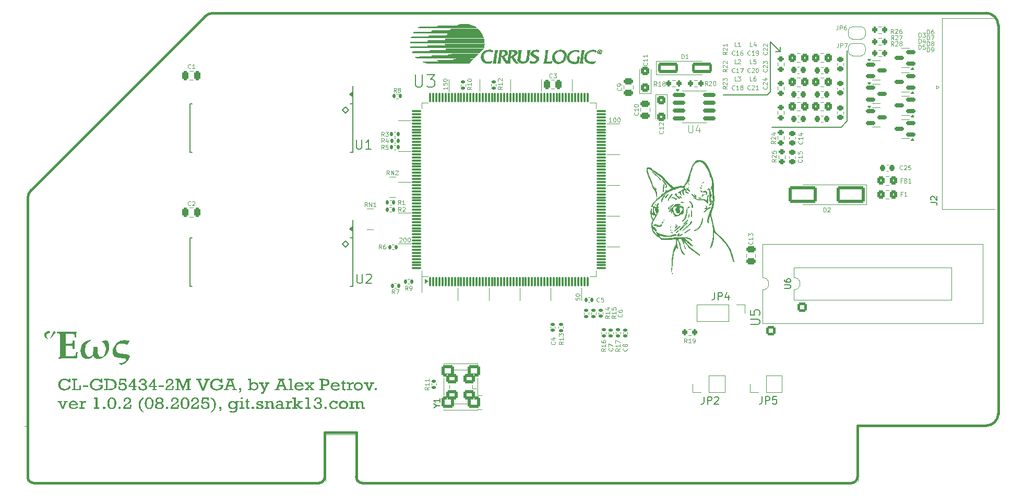
<source format=gto>
%TF.GenerationSoftware,KiCad,Pcbnew,9.0.3*%
%TF.CreationDate,2025-08-10T20:31:52+03:00*%
%TF.ProjectId,eos,656f732e-6b69-4636-9164-5f7063625858,1.0.2*%
%TF.SameCoordinates,Original*%
%TF.FileFunction,Legend,Top*%
%TF.FilePolarity,Positive*%
%FSLAX46Y46*%
G04 Gerber Fmt 4.6, Leading zero omitted, Abs format (unit mm)*
G04 Created by KiCad (PCBNEW 9.0.3) date 2025-08-10 20:31:52*
%MOMM*%
%LPD*%
G01*
G04 APERTURE LIST*
G04 Aperture macros list*
%AMRoundRect*
0 Rectangle with rounded corners*
0 $1 Rounding radius*
0 $2 $3 $4 $5 $6 $7 $8 $9 X,Y pos of 4 corners*
0 Add a 4 corners polygon primitive as box body*
4,1,4,$2,$3,$4,$5,$6,$7,$8,$9,$2,$3,0*
0 Add four circle primitives for the rounded corners*
1,1,$1+$1,$2,$3*
1,1,$1+$1,$4,$5*
1,1,$1+$1,$6,$7*
1,1,$1+$1,$8,$9*
0 Add four rect primitives between the rounded corners*
20,1,$1+$1,$2,$3,$4,$5,0*
20,1,$1+$1,$4,$5,$6,$7,0*
20,1,$1+$1,$6,$7,$8,$9,0*
20,1,$1+$1,$8,$9,$2,$3,0*%
%AMFreePoly0*
4,1,23,0.500000,-0.750000,0.000000,-0.750000,0.000000,-0.745722,-0.065263,-0.745722,-0.191342,-0.711940,-0.304381,-0.646677,-0.396677,-0.554381,-0.461940,-0.441342,-0.495722,-0.315263,-0.495722,-0.250000,-0.500000,-0.250000,-0.500000,0.250000,-0.495722,0.250000,-0.495722,0.315263,-0.461940,0.441342,-0.396677,0.554381,-0.304381,0.646677,-0.191342,0.711940,-0.065263,0.745722,0.000000,0.745722,
0.000000,0.750000,0.500000,0.750000,0.500000,-0.750000,0.500000,-0.750000,$1*%
%AMFreePoly1*
4,1,23,0.000000,0.745722,0.065263,0.745722,0.191342,0.711940,0.304381,0.646677,0.396677,0.554381,0.461940,0.441342,0.495722,0.315263,0.495722,0.250000,0.500000,0.250000,0.500000,-0.250000,0.495722,-0.250000,0.495722,-0.315263,0.461940,-0.441342,0.396677,-0.554381,0.304381,-0.646677,0.191342,-0.711940,0.065263,-0.745722,0.000000,-0.745722,0.000000,-0.750000,-0.500000,-0.750000,
-0.500000,0.750000,0.000000,0.750000,0.000000,0.745722,0.000000,0.745722,$1*%
G04 Aperture macros list end*
%ADD10C,0.120000*%
%ADD11C,0.155000*%
%ADD12C,0.100000*%
%ADD13C,1.000000*%
%ADD14C,0.300000*%
%ADD15C,0.150000*%
%ADD16C,0.010000*%
%ADD17C,0.360000*%
%ADD18C,0.000000*%
%ADD19R,0.508000X2.778000*%
%ADD20R,1.700000X1.700000*%
%ADD21O,1.700000X1.700000*%
%ADD22RoundRect,0.250000X0.475000X-0.250000X0.475000X0.250000X-0.475000X0.250000X-0.475000X-0.250000X0*%
%ADD23RoundRect,0.250000X0.250000X0.475000X-0.250000X0.475000X-0.250000X-0.475000X0.250000X-0.475000X0*%
%ADD24RoundRect,0.225000X0.250000X-0.225000X0.250000X0.225000X-0.250000X0.225000X-0.250000X-0.225000X0*%
%ADD25RoundRect,0.250000X-0.475000X0.250000X-0.475000X-0.250000X0.475000X-0.250000X0.475000X0.250000X0*%
%ADD26RoundRect,0.250000X0.425000X-0.450000X0.425000X0.450000X-0.425000X0.450000X-0.425000X-0.450000X0*%
%ADD27RoundRect,0.225000X0.225000X0.250000X-0.225000X0.250000X-0.225000X-0.250000X0.225000X-0.250000X0*%
%ADD28RoundRect,0.250000X2.000000X1.100000X-2.000000X1.100000X-2.000000X-1.100000X2.000000X-1.100000X0*%
%ADD29RoundRect,0.250000X-2.000000X-1.100000X2.000000X-1.100000X2.000000X1.100000X-2.000000X1.100000X0*%
%ADD30RoundRect,0.250000X0.325000X0.450000X-0.325000X0.450000X-0.325000X-0.450000X0.325000X-0.450000X0*%
%ADD31RoundRect,0.200000X-0.200000X-0.275000X0.200000X-0.275000X0.200000X0.275000X-0.200000X0.275000X0*%
%ADD32RoundRect,0.200000X0.200000X0.275000X-0.200000X0.275000X-0.200000X-0.275000X0.200000X-0.275000X0*%
%ADD33RoundRect,0.200000X-0.275000X0.200000X-0.275000X-0.200000X0.275000X-0.200000X0.275000X0.200000X0*%
%ADD34RoundRect,0.200000X0.275000X-0.200000X0.275000X0.200000X-0.275000X0.200000X-0.275000X-0.200000X0*%
%ADD35RoundRect,0.150000X-0.825000X-0.150000X0.825000X-0.150000X0.825000X0.150000X-0.825000X0.150000X0*%
%ADD36R,1.780000X7.620000*%
%ADD37RoundRect,0.250000X-0.325000X-0.450000X0.325000X-0.450000X0.325000X0.450000X-0.325000X0.450000X0*%
%ADD38RoundRect,0.225000X-0.225000X-0.250000X0.225000X-0.250000X0.225000X0.250000X-0.225000X0.250000X0*%
%ADD39RoundRect,0.225000X-0.250000X0.225000X-0.250000X-0.225000X0.250000X-0.225000X0.250000X0.225000X0*%
%ADD40RoundRect,0.250000X-1.400000X-0.600000X1.400000X-0.600000X1.400000X0.600000X-1.400000X0.600000X0*%
%ADD41C,4.000000*%
%ADD42R,1.600000X1.600000*%
%ADD43C,1.600000*%
%ADD44RoundRect,0.250000X-0.425000X0.450000X-0.425000X-0.450000X0.425000X-0.450000X0.425000X0.450000X0*%
%ADD45RoundRect,0.135000X0.185000X-0.135000X0.185000X0.135000X-0.185000X0.135000X-0.185000X-0.135000X0*%
%ADD46RoundRect,0.135000X-0.135000X-0.185000X0.135000X-0.185000X0.135000X0.185000X-0.135000X0.185000X0*%
%ADD47RoundRect,0.150000X0.587500X0.150000X-0.587500X0.150000X-0.587500X-0.150000X0.587500X-0.150000X0*%
%ADD48R,0.800000X0.500000*%
%ADD49R,0.800000X0.400000*%
%ADD50RoundRect,0.140000X-0.170000X0.140000X-0.170000X-0.140000X0.170000X-0.140000X0.170000X0.140000X0*%
%ADD51RoundRect,0.075000X0.075000X-0.662500X0.075000X0.662500X-0.075000X0.662500X-0.075000X-0.662500X0*%
%ADD52RoundRect,0.075000X0.662500X-0.075000X0.662500X0.075000X-0.662500X0.075000X-0.662500X-0.075000X0*%
%ADD53RoundRect,0.250000X0.550000X-0.550000X0.550000X0.550000X-0.550000X0.550000X-0.550000X-0.550000X0*%
%ADD54RoundRect,0.250000X0.750000X-0.650000X0.750000X0.650000X-0.750000X0.650000X-0.750000X-0.650000X0*%
%ADD55RoundRect,0.150000X-0.587500X-0.150000X0.587500X-0.150000X0.587500X0.150000X-0.587500X0.150000X0*%
%ADD56FreePoly0,0.000000*%
%ADD57FreePoly1,0.000000*%
%ADD58RoundRect,0.250001X0.649999X-0.519999X0.649999X0.519999X-0.649999X0.519999X-0.649999X-0.519999X0*%
%ADD59RoundRect,0.135000X0.135000X0.185000X-0.135000X0.185000X-0.135000X-0.185000X0.135000X-0.185000X0*%
%ADD60RoundRect,0.140000X-0.140000X-0.170000X0.140000X-0.170000X0.140000X0.170000X-0.140000X0.170000X0*%
%ADD61RoundRect,0.140000X0.170000X-0.140000X0.170000X0.140000X-0.170000X0.140000X-0.170000X-0.140000X0*%
%TA.AperFunction,Profile*%
%ADD62C,0.381000*%
%TD*%
G04 APERTURE END LIST*
D10*
X137640000Y-80797500D02*
X137640000Y-83300000D01*
X162000000Y-50725000D02*
X162000000Y-48725000D01*
X167700000Y-70950000D02*
X169700000Y-70950000D01*
X167700000Y-55925000D02*
X169700000Y-55925000D01*
D11*
X194200000Y-42675000D02*
X194200000Y-50750000D01*
D10*
X152000000Y-50725000D02*
X152000000Y-48725000D01*
X135800000Y-55425000D02*
X133800000Y-55425000D01*
X167700000Y-75925000D02*
X169700000Y-75925000D01*
D11*
X206650000Y-44110000D02*
X206650000Y-55550000D01*
X205690000Y-56510000D02*
X194440000Y-56510000D01*
D10*
X135800000Y-65425000D02*
X133800000Y-65425000D01*
X153500000Y-82650000D02*
X153500000Y-84650000D01*
X163500000Y-82650000D02*
X163500000Y-84650000D01*
X142000000Y-50750000D02*
X142000000Y-48750000D01*
X167700000Y-60925000D02*
X169700000Y-60925000D01*
X167700000Y-65925000D02*
X169700000Y-65925000D01*
D11*
X126433000Y-74538000D02*
X126433000Y-71650000D01*
D10*
X158500000Y-82650000D02*
X158500000Y-84650000D01*
D11*
X206650000Y-55550000D02*
X205690000Y-56510000D01*
D10*
X147000000Y-50725000D02*
X147000000Y-48725000D01*
D11*
X194175000Y-50775000D02*
X193675000Y-51275000D01*
D10*
X157000000Y-50725000D02*
X157000000Y-48725000D01*
D11*
X194200000Y-42675000D02*
X195725000Y-44200000D01*
X195800000Y-44275000D02*
X195050000Y-44275000D01*
X195800000Y-44275000D02*
X195800000Y-43525000D01*
D10*
X143475000Y-82650000D02*
X143475000Y-84650000D01*
X135800000Y-60425000D02*
X133800000Y-60425000D01*
D11*
X193675000Y-51275000D02*
X186575000Y-51275000D01*
X126411667Y-73381732D02*
X125904753Y-73018554D01*
X126411667Y-72661732D01*
X126411667Y-73381732D01*
G36*
X126411667Y-73381732D02*
G01*
X125904753Y-73018554D01*
X126411667Y-72661732D01*
X126411667Y-73381732D01*
G37*
D10*
X148500000Y-82650000D02*
X148500000Y-84650000D01*
D11*
X126433000Y-52711000D02*
X126433000Y-49825000D01*
X126409731Y-51546200D02*
X125902817Y-51183022D01*
X126409731Y-50826200D01*
X126409731Y-51546200D01*
G36*
X126409731Y-51546200D02*
G01*
X125902817Y-51183022D01*
X126409731Y-50826200D01*
X126409731Y-51546200D01*
G37*
D10*
X135800000Y-75425000D02*
X133800000Y-75425000D01*
X135800000Y-70425000D02*
X133800000Y-70425000D01*
D12*
X162545945Y-84242909D02*
X162545945Y-84576242D01*
X162545945Y-84576242D02*
X162879278Y-84609575D01*
X162879278Y-84609575D02*
X162845945Y-84576242D01*
X162845945Y-84576242D02*
X162812612Y-84509575D01*
X162812612Y-84509575D02*
X162812612Y-84342909D01*
X162812612Y-84342909D02*
X162845945Y-84276242D01*
X162845945Y-84276242D02*
X162879278Y-84242909D01*
X162879278Y-84242909D02*
X162945945Y-84209575D01*
X162945945Y-84209575D02*
X163112612Y-84209575D01*
X163112612Y-84209575D02*
X163179278Y-84242909D01*
X163179278Y-84242909D02*
X163212612Y-84276242D01*
X163212612Y-84276242D02*
X163245945Y-84342909D01*
X163245945Y-84342909D02*
X163245945Y-84509575D01*
X163245945Y-84509575D02*
X163212612Y-84576242D01*
X163212612Y-84576242D02*
X163179278Y-84609575D01*
X162545945Y-83776242D02*
X162545945Y-83709575D01*
X162545945Y-83709575D02*
X162579278Y-83642908D01*
X162579278Y-83642908D02*
X162612612Y-83609575D01*
X162612612Y-83609575D02*
X162679278Y-83576242D01*
X162679278Y-83576242D02*
X162812612Y-83542908D01*
X162812612Y-83542908D02*
X162979278Y-83542908D01*
X162979278Y-83542908D02*
X163112612Y-83576242D01*
X163112612Y-83576242D02*
X163179278Y-83609575D01*
X163179278Y-83609575D02*
X163212612Y-83642908D01*
X163212612Y-83642908D02*
X163245945Y-83709575D01*
X163245945Y-83709575D02*
X163245945Y-83776242D01*
X163245945Y-83776242D02*
X163212612Y-83842908D01*
X163212612Y-83842908D02*
X163179278Y-83876242D01*
X163179278Y-83876242D02*
X163112612Y-83909575D01*
X163112612Y-83909575D02*
X162979278Y-83942908D01*
X162979278Y-83942908D02*
X162812612Y-83942908D01*
X162812612Y-83942908D02*
X162679278Y-83909575D01*
X162679278Y-83909575D02*
X162612612Y-83876242D01*
X162612612Y-83876242D02*
X162579278Y-83842908D01*
X162579278Y-83842908D02*
X162545945Y-83776242D01*
X133985966Y-74528264D02*
X134019299Y-74494930D01*
X134019299Y-74494930D02*
X134085966Y-74461597D01*
X134085966Y-74461597D02*
X134252633Y-74461597D01*
X134252633Y-74461597D02*
X134319299Y-74494930D01*
X134319299Y-74494930D02*
X134352633Y-74528264D01*
X134352633Y-74528264D02*
X134385966Y-74594930D01*
X134385966Y-74594930D02*
X134385966Y-74661597D01*
X134385966Y-74661597D02*
X134352633Y-74761597D01*
X134352633Y-74761597D02*
X133952633Y-75161597D01*
X133952633Y-75161597D02*
X134385966Y-75161597D01*
X134819300Y-74461597D02*
X134885966Y-74461597D01*
X134885966Y-74461597D02*
X134952633Y-74494930D01*
X134952633Y-74494930D02*
X134985966Y-74528264D01*
X134985966Y-74528264D02*
X135019300Y-74594930D01*
X135019300Y-74594930D02*
X135052633Y-74728264D01*
X135052633Y-74728264D02*
X135052633Y-74894930D01*
X135052633Y-74894930D02*
X135019300Y-75028264D01*
X135019300Y-75028264D02*
X134985966Y-75094930D01*
X134985966Y-75094930D02*
X134952633Y-75128264D01*
X134952633Y-75128264D02*
X134885966Y-75161597D01*
X134885966Y-75161597D02*
X134819300Y-75161597D01*
X134819300Y-75161597D02*
X134752633Y-75128264D01*
X134752633Y-75128264D02*
X134719300Y-75094930D01*
X134719300Y-75094930D02*
X134685966Y-75028264D01*
X134685966Y-75028264D02*
X134652633Y-74894930D01*
X134652633Y-74894930D02*
X134652633Y-74728264D01*
X134652633Y-74728264D02*
X134685966Y-74594930D01*
X134685966Y-74594930D02*
X134719300Y-74528264D01*
X134719300Y-74528264D02*
X134752633Y-74494930D01*
X134752633Y-74494930D02*
X134819300Y-74461597D01*
X135485967Y-74461597D02*
X135552633Y-74461597D01*
X135552633Y-74461597D02*
X135619300Y-74494930D01*
X135619300Y-74494930D02*
X135652633Y-74528264D01*
X135652633Y-74528264D02*
X135685967Y-74594930D01*
X135685967Y-74594930D02*
X135719300Y-74728264D01*
X135719300Y-74728264D02*
X135719300Y-74894930D01*
X135719300Y-74894930D02*
X135685967Y-75028264D01*
X135685967Y-75028264D02*
X135652633Y-75094930D01*
X135652633Y-75094930D02*
X135619300Y-75128264D01*
X135619300Y-75128264D02*
X135552633Y-75161597D01*
X135552633Y-75161597D02*
X135485967Y-75161597D01*
X135485967Y-75161597D02*
X135419300Y-75128264D01*
X135419300Y-75128264D02*
X135385967Y-75094930D01*
X135385967Y-75094930D02*
X135352633Y-75028264D01*
X135352633Y-75028264D02*
X135319300Y-74894930D01*
X135319300Y-74894930D02*
X135319300Y-74728264D01*
X135319300Y-74728264D02*
X135352633Y-74594930D01*
X135352633Y-74594930D02*
X135385967Y-74528264D01*
X135385967Y-74528264D02*
X135419300Y-74494930D01*
X135419300Y-74494930D02*
X135485967Y-74461597D01*
D13*
G36*
X81804558Y-93046717D02*
G01*
X81754860Y-93510965D01*
X81736964Y-94063103D01*
X81705915Y-94085085D01*
X79473657Y-94085085D01*
X78684509Y-94103495D01*
X78653734Y-94063103D01*
X78653734Y-93975450D01*
X78669396Y-93938631D01*
X78874581Y-93801612D01*
X78921363Y-93756731D01*
X78939422Y-93663865D01*
X78949665Y-93347594D01*
X78949665Y-92658188D01*
X78949665Y-91097201D01*
X78936779Y-90427559D01*
X78910097Y-90143189D01*
X78876884Y-90070137D01*
X78807332Y-90029433D01*
X78452325Y-89998658D01*
X78422100Y-89967609D01*
X78422100Y-89759330D01*
X78452875Y-89731578D01*
X79411009Y-89750263D01*
X81606722Y-89731578D01*
X81640794Y-89756308D01*
X81600677Y-90096202D01*
X81572650Y-90372075D01*
X81550943Y-90657564D01*
X81519893Y-90691086D01*
X81340192Y-90691086D01*
X81306120Y-90660312D01*
X81289214Y-90286174D01*
X81260233Y-90184954D01*
X81193451Y-90154154D01*
X80931054Y-90117635D01*
X80412557Y-90093180D01*
X79874002Y-90115162D01*
X79850063Y-90472255D01*
X79840480Y-91016693D01*
X79840480Y-91658288D01*
X80234504Y-91658288D01*
X80637871Y-91658288D01*
X80890164Y-91642551D01*
X80957982Y-91615149D01*
X80989434Y-91521618D01*
X81007167Y-91196944D01*
X81048383Y-91165894D01*
X81245395Y-91165894D01*
X81270949Y-91196944D01*
X81270949Y-91831120D01*
X81270949Y-92514756D01*
X81239899Y-92542233D01*
X81032720Y-92542233D01*
X81001122Y-92511734D01*
X80983957Y-92195635D01*
X80952212Y-92094628D01*
X80875066Y-92046840D01*
X80656831Y-92007800D01*
X80260883Y-91992412D01*
X79846525Y-92007800D01*
X79846525Y-92939830D01*
X79846525Y-93715790D01*
X80265828Y-93715790D01*
X81081812Y-93691603D01*
X81369043Y-93645448D01*
X81418777Y-93611926D01*
X81444979Y-93555971D01*
X81477029Y-93428377D01*
X81551218Y-93049465D01*
X81581992Y-93015942D01*
X81770761Y-93015942D01*
X81804558Y-93046717D01*
G37*
G36*
X77002072Y-90860896D02*
G01*
X76925136Y-90903761D01*
X76678295Y-90757174D01*
X76519643Y-90598853D01*
X76429756Y-90427121D01*
X76399770Y-90234963D01*
X76424481Y-90069687D01*
X76497039Y-89928316D01*
X76609967Y-89812128D01*
X76761096Y-89722511D01*
X76940202Y-89658545D01*
X77181499Y-89602984D01*
X77233981Y-89621394D01*
X77314215Y-89842037D01*
X77289485Y-89887924D01*
X77044365Y-89970835D01*
X76901589Y-90043429D01*
X76827866Y-90106094D01*
X76757867Y-90229727D01*
X76733894Y-90379219D01*
X76751702Y-90525339D01*
X76800114Y-90632285D01*
X76879569Y-90722345D01*
X77002072Y-90814734D01*
X77002072Y-90860896D01*
G37*
G36*
X78233056Y-89814560D02*
G01*
X77388129Y-90879031D01*
X77289485Y-90799072D01*
X77909648Y-89618372D01*
X77996202Y-89618372D01*
X78208327Y-89750263D01*
X78233056Y-89814560D01*
G37*
G36*
X85744531Y-91361533D02*
G01*
X85744531Y-91272506D01*
X86168239Y-91149842D01*
X86358924Y-91121931D01*
X86483958Y-91144923D01*
X86599900Y-91215903D01*
X86697896Y-91333139D01*
X86805705Y-91548104D01*
X86876701Y-91801207D01*
X86902700Y-92124853D01*
X86874842Y-92527513D01*
X86794493Y-92887380D01*
X86664472Y-93211031D01*
X86480759Y-93504294D01*
X86257377Y-93738482D01*
X85991278Y-93920221D01*
X85694676Y-94053389D01*
X85406658Y-94130303D01*
X85123269Y-94155427D01*
X84878355Y-94124127D01*
X84675938Y-94034527D01*
X84567311Y-93939635D01*
X84469080Y-93793744D01*
X84382755Y-93581700D01*
X84207599Y-93794387D01*
X84017824Y-93953213D01*
X83811577Y-94064751D01*
X83585173Y-94132258D01*
X83333397Y-94155427D01*
X83126844Y-94136891D01*
X82938235Y-94082582D01*
X82763792Y-93992486D01*
X82612439Y-93869138D01*
X82489760Y-93712951D01*
X82394496Y-93518777D01*
X82308048Y-93195559D01*
X82277718Y-92820579D01*
X82305724Y-92457752D01*
X82385548Y-92144143D01*
X82513622Y-91871377D01*
X82690152Y-91633009D01*
X82908904Y-91434284D01*
X83178527Y-91268533D01*
X83507558Y-91136560D01*
X83906848Y-91041972D01*
X83974717Y-91131273D01*
X83956033Y-91174138D01*
X83646582Y-91318288D01*
X83413242Y-91485496D01*
X83242721Y-91674774D01*
X83123796Y-91899216D01*
X83045358Y-92194738D01*
X83016308Y-92580702D01*
X83041270Y-92948127D01*
X83112479Y-93268734D01*
X83226191Y-93548778D01*
X83338342Y-93700128D01*
X83480177Y-93791029D01*
X83645539Y-93821303D01*
X83792147Y-93800525D01*
X83943118Y-93735299D01*
X84077058Y-93635387D01*
X84179973Y-93509710D01*
X84253594Y-93366798D01*
X84293179Y-93227243D01*
X84317634Y-92826349D01*
X84317634Y-92310325D01*
X84379458Y-92230641D01*
X84972419Y-92181456D01*
X85056224Y-92258118D01*
X85056224Y-92677971D01*
X85073372Y-93092556D01*
X85117038Y-93378070D01*
X85177399Y-93566313D01*
X85278025Y-93722368D01*
X85402724Y-93809326D01*
X85559334Y-93838888D01*
X85740610Y-93808805D01*
X85935224Y-93711668D01*
X86048602Y-93614220D01*
X86153937Y-93473512D01*
X86250664Y-93279175D01*
X86343502Y-92965008D01*
X86375136Y-92621643D01*
X86361621Y-92379434D01*
X86323204Y-92167992D01*
X86257950Y-91967485D01*
X86164934Y-91775616D01*
X86054727Y-91605149D01*
X85966823Y-91507438D01*
X85868162Y-91431957D01*
X85744531Y-91361533D01*
G37*
G36*
X88914040Y-95131971D02*
G01*
X88476601Y-94873409D01*
X88510673Y-94793450D01*
X88763190Y-94814883D01*
X88998457Y-94794914D01*
X89204598Y-94737509D01*
X89386925Y-94644248D01*
X89548634Y-94516708D01*
X89627545Y-94409160D01*
X89650432Y-94314246D01*
X89630493Y-94224945D01*
X89569956Y-94153559D01*
X89455188Y-94096328D01*
X89259430Y-94058982D01*
X88501880Y-93960887D01*
X88052899Y-93866122D01*
X87824290Y-93770195D01*
X87661219Y-93632699D01*
X87548692Y-93455305D01*
X87483985Y-93246865D01*
X87461040Y-92996434D01*
X87485430Y-92716715D01*
X87553363Y-92489477D01*
X87655865Y-92273152D01*
X87790493Y-92031705D01*
X87960377Y-91798575D01*
X88204576Y-91557172D01*
X88482233Y-91352877D01*
X88751100Y-91219200D01*
X89036744Y-91140212D01*
X89351754Y-91113138D01*
X89896904Y-91158750D01*
X90161785Y-91188975D01*
X90201627Y-91256020D01*
X90046428Y-91564830D01*
X89884539Y-91819580D01*
X89359559Y-91724364D01*
X88858536Y-91693459D01*
X88574098Y-91714297D01*
X88382629Y-91767373D01*
X88277703Y-91828952D01*
X88189299Y-91918202D01*
X88116099Y-92039948D01*
X88047386Y-92246272D01*
X88023775Y-92478486D01*
X88046256Y-92720762D01*
X88107031Y-92903285D01*
X88208837Y-93054672D01*
X88345809Y-93168167D01*
X88517739Y-93247979D01*
X88764564Y-93311324D01*
X89564154Y-93408044D01*
X89987579Y-93471242D01*
X90103694Y-93519753D01*
X90186240Y-93588295D01*
X90239845Y-93675138D01*
X90257132Y-93767997D01*
X90232728Y-93928813D01*
X90147772Y-94137567D01*
X90019799Y-94340861D01*
X89845796Y-94537636D01*
X89643796Y-94716989D01*
X89416326Y-94884125D01*
X89171608Y-95025646D01*
X88914040Y-95131971D01*
G37*
D14*
G36*
X80349895Y-97595261D02*
G01*
X80349895Y-97395006D01*
X80612212Y-97395006D01*
X80612212Y-97985879D01*
X80344399Y-97985879D01*
X80267470Y-97873956D01*
X80175323Y-97781696D01*
X80067062Y-97707039D01*
X79945628Y-97651419D01*
X79817500Y-97618235D01*
X79680425Y-97607021D01*
X79547995Y-97618013D01*
X79427710Y-97650173D01*
X79316992Y-97703522D01*
X79218713Y-97774670D01*
X79135924Y-97860140D01*
X79067742Y-97961479D01*
X79018108Y-98071567D01*
X78988298Y-98186761D01*
X78978227Y-98308463D01*
X78988826Y-98434170D01*
X79020040Y-98551601D01*
X79071772Y-98662370D01*
X79142640Y-98763963D01*
X79228177Y-98849866D01*
X79329326Y-98921536D01*
X79442671Y-98975424D01*
X79563487Y-99007656D01*
X79694103Y-99018586D01*
X79815426Y-99009946D01*
X79927623Y-98984584D01*
X80032454Y-98942633D01*
X80131297Y-98883288D01*
X80217514Y-98810866D01*
X80292424Y-98723998D01*
X80356272Y-98620934D01*
X80408635Y-98499375D01*
X80670952Y-98624452D01*
X80605716Y-98773475D01*
X80521426Y-98901357D01*
X80418065Y-99010723D01*
X80294452Y-99103326D01*
X80155585Y-99176803D01*
X80005193Y-99229624D01*
X79841242Y-99262001D01*
X79661252Y-99273136D01*
X79512733Y-99264756D01*
X79375710Y-99240295D01*
X79248526Y-99200316D01*
X79129780Y-99144762D01*
X79019704Y-99074714D01*
X78923360Y-98994241D01*
X78839778Y-98902788D01*
X78768422Y-98799427D01*
X78697082Y-98651132D01*
X78653995Y-98493161D01*
X78639340Y-98323190D01*
X78648006Y-98182916D01*
X78673259Y-98053496D01*
X78714364Y-97933554D01*
X78771109Y-97821894D01*
X78844188Y-97717046D01*
X78928864Y-97625977D01*
X79025584Y-97547522D01*
X79135275Y-97480956D01*
X79253619Y-97428689D01*
X79380705Y-97390937D01*
X79517889Y-97367779D01*
X79666748Y-97359836D01*
X79799359Y-97366786D01*
X79922351Y-97387097D01*
X80037020Y-97420286D01*
X80146284Y-97466165D01*
X80250396Y-97524262D01*
X80349895Y-97595261D01*
G37*
G36*
X81429204Y-97626146D02*
G01*
X81429204Y-99013860D01*
X82105512Y-99013860D01*
X82105512Y-98443101D01*
X82360990Y-98443101D01*
X82360990Y-99245000D01*
X80852669Y-99245000D01*
X80852669Y-99013860D01*
X81117794Y-99013860D01*
X81117794Y-97626146D01*
X80852669Y-97626146D01*
X80852669Y-97395006D01*
X81694330Y-97395006D01*
X81694330Y-97626146D01*
X81429204Y-97626146D01*
G37*
G36*
X82659822Y-98732822D02*
G01*
X82659822Y-98478272D01*
X83546545Y-98478272D01*
X83546545Y-98732822D01*
X82659822Y-98732822D01*
G37*
G36*
X85542009Y-97594931D02*
G01*
X85542009Y-97395006D01*
X85804326Y-97395006D01*
X85804326Y-97999947D01*
X85542009Y-97999947D01*
X85470668Y-97889277D01*
X85376490Y-97794516D01*
X85257100Y-97714183D01*
X85123385Y-97654033D01*
X84987718Y-97618750D01*
X84847993Y-97607021D01*
X84708751Y-97617418D01*
X84582985Y-97647672D01*
X84468196Y-97697367D01*
X84365423Y-97765043D01*
X84279532Y-97847450D01*
X84209298Y-97946092D01*
X84158794Y-98054516D01*
X84127791Y-98173801D01*
X84117096Y-98306045D01*
X84128394Y-98444748D01*
X84161039Y-98568893D01*
X84214061Y-98680835D01*
X84287797Y-98782351D01*
X84377343Y-98866553D01*
X84483949Y-98935055D01*
X84602771Y-98984984D01*
X84733284Y-99015461D01*
X84878035Y-99025950D01*
X84988765Y-99019624D01*
X85092446Y-99001039D01*
X85190177Y-98970446D01*
X85281816Y-98927700D01*
X85361099Y-98875203D01*
X85429291Y-98812616D01*
X85484760Y-98740933D01*
X85523964Y-98663236D01*
X85547505Y-98578290D01*
X85169050Y-98578290D01*
X85169050Y-98344623D01*
X85919120Y-98344623D01*
X85919120Y-98404963D01*
X85910234Y-98536852D01*
X85884477Y-98656739D01*
X85842716Y-98766259D01*
X85785153Y-98866802D01*
X85711839Y-98959545D01*
X85626404Y-99040250D01*
X85528078Y-99109769D01*
X85415614Y-99168503D01*
X85254894Y-99225862D01*
X85079346Y-99261033D01*
X84886217Y-99273136D01*
X84718780Y-99265060D01*
X84566351Y-99241674D01*
X84427100Y-99203890D01*
X84299424Y-99152126D01*
X84179504Y-99084743D01*
X84075949Y-99006247D01*
X83987330Y-98916184D01*
X83912787Y-98813606D01*
X83855070Y-98703157D01*
X83813077Y-98583107D01*
X83787150Y-98452074D01*
X83778210Y-98308463D01*
X83787006Y-98172139D01*
X83812696Y-98045864D01*
X83854648Y-97928294D01*
X83912787Y-97818267D01*
X83986986Y-97715409D01*
X84073096Y-97625517D01*
X84171656Y-97547567D01*
X84283670Y-97480956D01*
X84404106Y-97428580D01*
X84532637Y-97390833D01*
X84670540Y-97367738D01*
X84819295Y-97359836D01*
X84987430Y-97369681D01*
X85141916Y-97398388D01*
X85284778Y-97445288D01*
X85417711Y-97510502D01*
X85542009Y-97594931D01*
G37*
G36*
X87136011Y-97405602D02*
G01*
X87356895Y-97435005D01*
X87539938Y-97480182D01*
X87690798Y-97538909D01*
X87814323Y-97609879D01*
X87905641Y-97684903D01*
X87981077Y-97772772D01*
X88041400Y-97875008D01*
X88086422Y-97993793D01*
X88115005Y-98131864D01*
X88125122Y-98292416D01*
X88114960Y-98454462D01*
X88086052Y-98595981D01*
X88040186Y-98719766D01*
X87978326Y-98828219D01*
X87900568Y-98923267D01*
X87806140Y-99006277D01*
X87677840Y-99086245D01*
X87523595Y-99151607D01*
X87339025Y-99201366D01*
X87118894Y-99233489D01*
X86857257Y-99245000D01*
X86088136Y-99245000D01*
X86088136Y-99013860D01*
X86364131Y-99013860D01*
X86675540Y-99013860D01*
X86870935Y-99013860D01*
X87070274Y-99005350D01*
X87234448Y-98981836D01*
X87368822Y-98945851D01*
X87478118Y-98899173D01*
X87566294Y-98842732D01*
X87641551Y-98771092D01*
X87701740Y-98684384D01*
X87746948Y-98580091D01*
X87775962Y-98454850D01*
X87786357Y-98304616D01*
X87774873Y-98149206D01*
X87743151Y-98022938D01*
X87694155Y-97920593D01*
X87622246Y-97831505D01*
X87526121Y-97757934D01*
X87401674Y-97699125D01*
X87265642Y-97660963D01*
X87092245Y-97635520D01*
X86873621Y-97626146D01*
X86675540Y-97626146D01*
X86675540Y-99013860D01*
X86364131Y-99013860D01*
X86364131Y-97626146D01*
X86088136Y-97626146D01*
X86088136Y-97395006D01*
X86870935Y-97395006D01*
X87136011Y-97405602D01*
G37*
G36*
X89398360Y-97887400D02*
G01*
X89398360Y-97626146D01*
X88769923Y-97626146D01*
X88724860Y-98172725D01*
X88819903Y-98112252D01*
X88920929Y-98069628D01*
X89029355Y-98043890D01*
X89147034Y-98035118D01*
X89272678Y-98044795D01*
X89383552Y-98072706D01*
X89482379Y-98118210D01*
X89570208Y-98179836D01*
X89642714Y-98253290D01*
X89700976Y-98339787D01*
X89742722Y-98434134D01*
X89768129Y-98535583D01*
X89776814Y-98645554D01*
X89766853Y-98767439D01*
X89738102Y-98876238D01*
X89691451Y-98974073D01*
X89626080Y-99062098D01*
X89544406Y-99135322D01*
X89444766Y-99194991D01*
X89334245Y-99237566D01*
X89209909Y-99263950D01*
X89069120Y-99273136D01*
X88913130Y-99262102D01*
X88781396Y-99230950D01*
X88669616Y-99181413D01*
X88574528Y-99113548D01*
X88497645Y-99029317D01*
X88438199Y-98927091D01*
X88396657Y-98803482D01*
X88375104Y-98654127D01*
X88640108Y-98654127D01*
X88668766Y-98776221D01*
X88715250Y-98873486D01*
X88778105Y-98950553D01*
X88859516Y-99009645D01*
X88955954Y-99045415D01*
X89071929Y-99057934D01*
X89187613Y-99045019D01*
X89284961Y-99007862D01*
X89368318Y-98945936D01*
X89430728Y-98865674D01*
X89469395Y-98768686D01*
X89483112Y-98650390D01*
X89469703Y-98527620D01*
X89432892Y-98432464D01*
X89375157Y-98358691D01*
X89297017Y-98302168D01*
X89206348Y-98268247D01*
X89099284Y-98256475D01*
X89006367Y-98265188D01*
X88920393Y-98290993D01*
X88839410Y-98334580D01*
X88762121Y-98398162D01*
X88687979Y-98485307D01*
X88589602Y-98409965D01*
X88473534Y-98345172D01*
X88556821Y-97395006D01*
X89653960Y-97395006D01*
X89653960Y-97887400D01*
X89398360Y-97887400D01*
G37*
G36*
X91094993Y-98520478D02*
G01*
X91422889Y-98520478D01*
X91422889Y-98744253D01*
X91094993Y-98744253D01*
X91094993Y-99018696D01*
X91283548Y-99018696D01*
X91283548Y-99245000D01*
X90603087Y-99245000D01*
X90603087Y-99018696D01*
X90821685Y-99018696D01*
X90821685Y-98744253D01*
X90130355Y-98744253D01*
X90097289Y-98665629D01*
X90052321Y-98596756D01*
X89995167Y-98536414D01*
X90006947Y-98520478D01*
X90280687Y-98520478D01*
X90821685Y-98520478D01*
X90821685Y-97789691D01*
X90280687Y-98520478D01*
X90006947Y-98520478D01*
X90854535Y-97373904D01*
X91094993Y-97373904D01*
X91094993Y-98520478D01*
G37*
G36*
X92975907Y-97849921D02*
G01*
X92965529Y-97949633D01*
X92935872Y-98035087D01*
X92887735Y-98109087D01*
X92824442Y-98174812D01*
X92756972Y-98226302D01*
X92684891Y-98265048D01*
X92813646Y-98309744D01*
X92909208Y-98365120D01*
X92977983Y-98430462D01*
X93026882Y-98509279D01*
X93057791Y-98604835D01*
X93068841Y-98721172D01*
X93056772Y-98841151D01*
X93022424Y-98943283D01*
X92966992Y-99031006D01*
X92892445Y-99107215D01*
X92805310Y-99168147D01*
X92704064Y-99214774D01*
X92594982Y-99247044D01*
X92481009Y-99266540D01*
X92361147Y-99273136D01*
X92193408Y-99261820D01*
X92053616Y-99230100D01*
X91936823Y-99180124D01*
X91839200Y-99112339D01*
X91762208Y-99027349D01*
X91704448Y-98920320D01*
X91667044Y-98786309D01*
X91653454Y-98618956D01*
X91923953Y-98618956D01*
X91944047Y-98751447D01*
X91987534Y-98856005D01*
X92052302Y-98938463D01*
X92115671Y-98987609D01*
X92189493Y-99023076D01*
X92275826Y-99045192D01*
X92377512Y-99052988D01*
X92496596Y-99042047D01*
X92592362Y-99011485D01*
X92669870Y-98962643D01*
X92729483Y-98897021D01*
X92765341Y-98820137D01*
X92777826Y-98728536D01*
X92763734Y-98636184D01*
X92722477Y-98556364D01*
X92652041Y-98485746D01*
X92587262Y-98446545D01*
X92504202Y-98416393D01*
X92398652Y-98396530D01*
X92265526Y-98389246D01*
X92173935Y-98391664D01*
X92173935Y-98161734D01*
X92212159Y-98161734D01*
X92348111Y-98157091D01*
X92454692Y-98144588D01*
X92549215Y-98115895D01*
X92626884Y-98065343D01*
X92664346Y-98020057D01*
X92688389Y-97960024D01*
X92697226Y-97880696D01*
X92688176Y-97802945D01*
X92661641Y-97732766D01*
X92617236Y-97668351D01*
X92557088Y-97618503D01*
X92478289Y-97587484D01*
X92374825Y-97576247D01*
X92265757Y-97587713D01*
X92183937Y-97619098D01*
X92122644Y-97669010D01*
X92079678Y-97734954D01*
X92048775Y-97826340D01*
X92033251Y-97950708D01*
X91744923Y-97950708D01*
X91744923Y-97930924D01*
X91752910Y-97813650D01*
X91775151Y-97716296D01*
X91809703Y-97635612D01*
X91855565Y-97568883D01*
X91935701Y-97489236D01*
X92017545Y-97433928D01*
X92102128Y-97399293D01*
X92236371Y-97369150D01*
X92352843Y-97359836D01*
X92508905Y-97369875D01*
X92635233Y-97397621D01*
X92737315Y-97440612D01*
X92819469Y-97497991D01*
X92887584Y-97571359D01*
X92935979Y-97653222D01*
X92965625Y-97745283D01*
X92975907Y-97849921D01*
G37*
G36*
X94381524Y-98520478D02*
G01*
X94709420Y-98520478D01*
X94709420Y-98744253D01*
X94381524Y-98744253D01*
X94381524Y-99018696D01*
X94570080Y-99018696D01*
X94570080Y-99245000D01*
X93889619Y-99245000D01*
X93889619Y-99018696D01*
X94108217Y-99018696D01*
X94108217Y-98744253D01*
X93416887Y-98744253D01*
X93383820Y-98665629D01*
X93338853Y-98596756D01*
X93281699Y-98536414D01*
X93293479Y-98520478D01*
X93567219Y-98520478D01*
X94108217Y-98520478D01*
X94108217Y-97789691D01*
X93567219Y-98520478D01*
X93293479Y-98520478D01*
X94141067Y-97373904D01*
X94381524Y-97373904D01*
X94381524Y-98520478D01*
G37*
G36*
X94934490Y-98732822D02*
G01*
X94934490Y-98478272D01*
X95821214Y-98478272D01*
X95821214Y-98732822D01*
X94934490Y-98732822D01*
G37*
G36*
X97352128Y-97864429D02*
G01*
X97341935Y-97966161D01*
X97312409Y-98056500D01*
X97263956Y-98137663D01*
X97198869Y-98210666D01*
X97098097Y-98298337D01*
X96951814Y-98403424D01*
X96820778Y-98492011D01*
X96569940Y-98671713D01*
X96487825Y-98744666D01*
X96418998Y-98824267D01*
X96366351Y-98912350D01*
X96333025Y-99011332D01*
X97107641Y-99011332D01*
X97119975Y-98583785D01*
X97368614Y-98583785D01*
X97352128Y-99245000D01*
X96033827Y-99245000D01*
X96045413Y-99095534D01*
X96074865Y-98965396D01*
X96120533Y-98851854D01*
X96182289Y-98743769D01*
X96249091Y-98652709D01*
X96320690Y-98576751D01*
X96444782Y-98470731D01*
X96599371Y-98357702D01*
X96802948Y-98218667D01*
X96929391Y-98124219D01*
X96999685Y-98049406D01*
X97041487Y-97967827D01*
X97055739Y-97873991D01*
X97044912Y-97784649D01*
X97014706Y-97713635D01*
X96966224Y-97656810D01*
X96901599Y-97614599D01*
X96820932Y-97588158D01*
X96719661Y-97578665D01*
X96618943Y-97586607D01*
X96541634Y-97608210D01*
X96482563Y-97641498D01*
X96438171Y-97686486D01*
X96397620Y-97762228D01*
X96369635Y-97870395D01*
X96358914Y-98021160D01*
X96358914Y-98084357D01*
X96087072Y-98084357D01*
X96087072Y-98012697D01*
X96097509Y-97862169D01*
X96126582Y-97737186D01*
X96171795Y-97633552D01*
X96231908Y-97547780D01*
X96294608Y-97488466D01*
X96363583Y-97441370D01*
X96439515Y-97405558D01*
X96567092Y-97372017D01*
X96727843Y-97359836D01*
X96864427Y-97368455D01*
X96978815Y-97392623D01*
X97074790Y-97430617D01*
X97161379Y-97483770D01*
X97230167Y-97545309D01*
X97283129Y-97615814D01*
X97321378Y-97694068D01*
X97344351Y-97776549D01*
X97352128Y-97864429D01*
G37*
G36*
X99436741Y-97395006D02*
G01*
X100149930Y-97395006D01*
X100149930Y-97626146D01*
X99901290Y-97626146D01*
X99901290Y-99013860D01*
X100149930Y-99013860D01*
X100149930Y-99245000D01*
X99375314Y-99245000D01*
X99375314Y-99013860D01*
X99618457Y-99013860D01*
X99618457Y-97626146D01*
X98910764Y-99266102D01*
X98849214Y-99266102D01*
X98147016Y-97626146D01*
X98147016Y-99013860D01*
X98373796Y-99013860D01*
X98373796Y-99245000D01*
X97642899Y-99245000D01*
X97642899Y-99013860D01*
X97892882Y-99013860D01*
X97892882Y-97626146D01*
X97642899Y-97626146D01*
X97642899Y-97395006D01*
X98349249Y-97395006D01*
X98891591Y-98661931D01*
X99436741Y-97395006D01*
G37*
G36*
X101631018Y-97626146D02*
G01*
X102156995Y-98884057D01*
X102666608Y-97626146D01*
X102428960Y-97626146D01*
X102428960Y-97395006D01*
X103214567Y-97395006D01*
X103214567Y-97626146D01*
X102968614Y-97626146D01*
X102288154Y-99266102D01*
X102002634Y-99266102D01*
X101311304Y-97626146D01*
X101057170Y-97626146D01*
X101057170Y-97395006D01*
X101868789Y-97395006D01*
X101868789Y-97626146D01*
X101631018Y-97626146D01*
G37*
G36*
X105040404Y-97594931D02*
G01*
X105040404Y-97395006D01*
X105302721Y-97395006D01*
X105302721Y-97999947D01*
X105040404Y-97999947D01*
X104969063Y-97889277D01*
X104874885Y-97794516D01*
X104755495Y-97714183D01*
X104621780Y-97654033D01*
X104486113Y-97618750D01*
X104346388Y-97607021D01*
X104207146Y-97617418D01*
X104081380Y-97647672D01*
X103966591Y-97697367D01*
X103863818Y-97765043D01*
X103777927Y-97847450D01*
X103707693Y-97946092D01*
X103657189Y-98054516D01*
X103626186Y-98173801D01*
X103615491Y-98306045D01*
X103626789Y-98444748D01*
X103659434Y-98568893D01*
X103712456Y-98680835D01*
X103786192Y-98782351D01*
X103875738Y-98866553D01*
X103982344Y-98935055D01*
X104101166Y-98984984D01*
X104231679Y-99015461D01*
X104376430Y-99025950D01*
X104487160Y-99019624D01*
X104590841Y-99001039D01*
X104688572Y-98970446D01*
X104780211Y-98927700D01*
X104859494Y-98875203D01*
X104927686Y-98812616D01*
X104983155Y-98740933D01*
X105022359Y-98663236D01*
X105045900Y-98578290D01*
X104667445Y-98578290D01*
X104667445Y-98344623D01*
X105417515Y-98344623D01*
X105417515Y-98404963D01*
X105408629Y-98536852D01*
X105382872Y-98656739D01*
X105341111Y-98766259D01*
X105283548Y-98866802D01*
X105210234Y-98959545D01*
X105124799Y-99040250D01*
X105026473Y-99109769D01*
X104914009Y-99168503D01*
X104753289Y-99225862D01*
X104577741Y-99261033D01*
X104384612Y-99273136D01*
X104217175Y-99265060D01*
X104064746Y-99241674D01*
X103925495Y-99203890D01*
X103797819Y-99152126D01*
X103677899Y-99084743D01*
X103574344Y-99006247D01*
X103485725Y-98916184D01*
X103411182Y-98813606D01*
X103353465Y-98703157D01*
X103311472Y-98583107D01*
X103285545Y-98452074D01*
X103276605Y-98308463D01*
X103285401Y-98172139D01*
X103311091Y-98045864D01*
X103353043Y-97928294D01*
X103411182Y-97818267D01*
X103485381Y-97715409D01*
X103571491Y-97625517D01*
X103670051Y-97547567D01*
X103782065Y-97480956D01*
X103902501Y-97428580D01*
X104031032Y-97390833D01*
X104168935Y-97367738D01*
X104317690Y-97359836D01*
X104485825Y-97369681D01*
X104640311Y-97398388D01*
X104783173Y-97445288D01*
X104916106Y-97510502D01*
X105040404Y-97594931D01*
G37*
G36*
X107111828Y-97618782D02*
G01*
X106864532Y-97618782D01*
X107422016Y-99013860D01*
X107651482Y-99013860D01*
X107651482Y-99245000D01*
X106839986Y-99245000D01*
X106839986Y-99013860D01*
X107109141Y-99013860D01*
X106949284Y-98597414D01*
X106202023Y-98597414D01*
X106042166Y-99013860D01*
X106303018Y-99013860D01*
X106303018Y-99245000D01*
X105486025Y-99245000D01*
X105486025Y-99013860D01*
X105734665Y-99013860D01*
X105986766Y-98379794D01*
X106282623Y-98379794D01*
X106867341Y-98379794D01*
X106583164Y-97618782D01*
X106573517Y-97618782D01*
X106282623Y-98379794D01*
X105986766Y-98379794D01*
X106289340Y-97618782D01*
X106042166Y-97618782D01*
X106042166Y-97395006D01*
X107111828Y-97395006D01*
X107111828Y-97618782D01*
G37*
G36*
X107957397Y-99610778D02*
G01*
X107957397Y-99472512D01*
X108037022Y-99452143D01*
X108090935Y-99413807D01*
X108124887Y-99355525D01*
X108137648Y-99269509D01*
X108133496Y-99245000D01*
X107957397Y-99245000D01*
X107957397Y-98914392D01*
X108322173Y-98914392D01*
X108322173Y-99229942D01*
X108313107Y-99358121D01*
X108290055Y-99444924D01*
X108263096Y-99494059D01*
X108226484Y-99533296D01*
X108179413Y-99563956D01*
X108091488Y-99593903D01*
X107957397Y-99610778D01*
G37*
G36*
X109921109Y-98134696D02*
G01*
X110013596Y-98053962D01*
X110111018Y-97993115D01*
X110214283Y-97950230D01*
X110324801Y-97924350D01*
X110444399Y-97915537D01*
X110573528Y-97925816D01*
X110692091Y-97955989D01*
X110802337Y-98006102D01*
X110900987Y-98073377D01*
X110983708Y-98154361D01*
X111051587Y-98250430D01*
X111101224Y-98355493D01*
X111131025Y-98465794D01*
X111141102Y-98582796D01*
X111130815Y-98703862D01*
X111100507Y-98817024D01*
X111050244Y-98923845D01*
X110981452Y-99021721D01*
X110898206Y-99104383D01*
X110799528Y-99173229D01*
X110689132Y-99224674D01*
X110570587Y-99255583D01*
X110441591Y-99266102D01*
X110338283Y-99259635D01*
X110239124Y-99240403D01*
X110143126Y-99208290D01*
X110053830Y-99163837D01*
X109980455Y-99110975D01*
X109921109Y-99049471D01*
X109921109Y-99245000D01*
X109392323Y-99245000D01*
X109392323Y-99018696D01*
X109646458Y-99018696D01*
X109646458Y-98601261D01*
X109931978Y-98601261D01*
X109938797Y-98680341D01*
X109958851Y-98753877D01*
X109992062Y-98822948D01*
X110037509Y-98886038D01*
X110091975Y-98938687D01*
X110156071Y-98981877D01*
X110227562Y-99014003D01*
X110303642Y-99033264D01*
X110385659Y-99039799D01*
X110472617Y-99032383D01*
X110551703Y-99010654D01*
X110624651Y-98974513D01*
X110689416Y-98926553D01*
X110743422Y-98869781D01*
X110787316Y-98803274D01*
X110830317Y-98694127D01*
X110844713Y-98577850D01*
X110829824Y-98463782D01*
X110785973Y-98361109D01*
X110741535Y-98299606D01*
X110687555Y-98247719D01*
X110623307Y-98204598D01*
X110551741Y-98172651D01*
X110473930Y-98153301D01*
X110388346Y-98146676D01*
X110302899Y-98153552D01*
X110225064Y-98173675D01*
X110153262Y-98207016D01*
X110089350Y-98251804D01*
X110035366Y-98306088D01*
X109990718Y-98370891D01*
X109958413Y-98441524D01*
X109938723Y-98517927D01*
X109931978Y-98601261D01*
X109646458Y-98601261D01*
X109646458Y-97618782D01*
X109392323Y-97618782D01*
X109392323Y-97395006D01*
X109921109Y-97395006D01*
X109921109Y-98134696D01*
G37*
G36*
X111784316Y-98178220D02*
G01*
X112095847Y-98909337D01*
X112397854Y-98178220D01*
X112206489Y-98178220D01*
X112206489Y-97950708D01*
X112892323Y-97950708D01*
X112892323Y-98178220D01*
X112680565Y-98178220D01*
X111971528Y-99821803D01*
X111493300Y-99821803D01*
X111493300Y-99600446D01*
X111776133Y-99600446D01*
X111946981Y-99221149D01*
X111476936Y-98178220D01*
X111236479Y-98178220D01*
X111236479Y-97950708D01*
X111955163Y-97950708D01*
X111955163Y-98178220D01*
X111784316Y-98178220D01*
G37*
G36*
X115367236Y-97618782D02*
G01*
X115119940Y-97618782D01*
X115677424Y-99013860D01*
X115906891Y-99013860D01*
X115906891Y-99245000D01*
X115095394Y-99245000D01*
X115095394Y-99013860D01*
X115364549Y-99013860D01*
X115204692Y-98597414D01*
X114457431Y-98597414D01*
X114297575Y-99013860D01*
X114558426Y-99013860D01*
X114558426Y-99245000D01*
X113741434Y-99245000D01*
X113741434Y-99013860D01*
X113990073Y-99013860D01*
X114242174Y-98379794D01*
X114538032Y-98379794D01*
X115122749Y-98379794D01*
X114838572Y-97618782D01*
X114828925Y-97618782D01*
X114538032Y-98379794D01*
X114242174Y-98379794D01*
X114544748Y-97618782D01*
X114297575Y-97618782D01*
X114297575Y-97395006D01*
X115367236Y-97395006D01*
X115367236Y-97618782D01*
G37*
G36*
X116761985Y-99018696D02*
G01*
X116761985Y-99245000D01*
X116006420Y-99245000D01*
X116006420Y-99018696D01*
X116260554Y-99018696D01*
X116260554Y-97618782D01*
X116006420Y-97618782D01*
X116006420Y-97395006D01*
X116543387Y-97395006D01*
X116543387Y-99018696D01*
X116761985Y-99018696D01*
G37*
G36*
X117855134Y-97926119D02*
G01*
X117985932Y-97956554D01*
X118102145Y-98005882D01*
X118205875Y-98074064D01*
X118294135Y-98159415D01*
X118367882Y-98263949D01*
X118421372Y-98378782D01*
X118456955Y-98509961D01*
X118473150Y-98660282D01*
X117269521Y-98660282D01*
X117300088Y-98778615D01*
X117353459Y-98875067D01*
X117429378Y-98953740D01*
X117524442Y-99013118D01*
X117632488Y-99048946D01*
X117757274Y-99061341D01*
X117895012Y-99047962D01*
X118020935Y-99008475D01*
X118096820Y-98967404D01*
X118164454Y-98913698D01*
X118224511Y-98846029D01*
X118473150Y-98946926D01*
X118386079Y-99048427D01*
X118283860Y-99130932D01*
X118165038Y-99195980D01*
X118035239Y-99242491D01*
X117897623Y-99270614D01*
X117750436Y-99280170D01*
X117598050Y-99270022D01*
X117461356Y-99240661D01*
X117337787Y-99192903D01*
X117225845Y-99126623D01*
X117132836Y-99045904D01*
X117057030Y-98949563D01*
X117001742Y-98842282D01*
X116968154Y-98725747D01*
X116956646Y-98597854D01*
X116967319Y-98478272D01*
X117277704Y-98478272D01*
X118176639Y-98478272D01*
X118139609Y-98377980D01*
X118083787Y-98293864D01*
X118008600Y-98223393D01*
X117918211Y-98169686D01*
X117820258Y-98137825D01*
X117712090Y-98127002D01*
X117609642Y-98137787D01*
X117517200Y-98169574D01*
X117432065Y-98223393D01*
X117362380Y-98293438D01*
X117310984Y-98377484D01*
X117277704Y-98478272D01*
X116967319Y-98478272D01*
X116967988Y-98470781D01*
X117001119Y-98354699D01*
X117055687Y-98247573D01*
X117130173Y-98150663D01*
X117220101Y-98069739D01*
X117326796Y-98003464D01*
X117444867Y-97954830D01*
X117570835Y-97925509D01*
X117706716Y-97915537D01*
X117855134Y-97926119D01*
G37*
G36*
X119161304Y-98178220D02*
G01*
X119420935Y-98433319D01*
X119662735Y-98178220D01*
X119516556Y-98178220D01*
X119516556Y-97950708D01*
X120194207Y-97950708D01*
X120194207Y-98178220D01*
X119956437Y-98178220D01*
X119577983Y-98566420D01*
X120034351Y-99018696D01*
X120194207Y-99018696D01*
X120194207Y-99245000D01*
X119516556Y-99245000D01*
X119516556Y-99018696D01*
X119700959Y-99018696D01*
X119415439Y-98725348D01*
X119133949Y-99018696D01*
X119318353Y-99018696D01*
X119318353Y-99245000D01*
X118624337Y-99245000D01*
X118624337Y-99018696D01*
X118833408Y-99018696D01*
X119265108Y-98581257D01*
X118856612Y-98178220D01*
X118659874Y-98178220D01*
X118659874Y-97950708D01*
X119334839Y-97950708D01*
X119334839Y-98178220D01*
X119161304Y-98178220D01*
G37*
G36*
X122023469Y-97402843D02*
G01*
X122184882Y-97423899D01*
X122308496Y-97455017D01*
X122422561Y-97504202D01*
X122508202Y-97565206D01*
X122570202Y-97638236D01*
X122612111Y-97723329D01*
X122639473Y-97830475D01*
X122649459Y-97964776D01*
X122637840Y-98088973D01*
X122604589Y-98196718D01*
X122550827Y-98290988D01*
X122475924Y-98373968D01*
X122385005Y-98437080D01*
X122262590Y-98486427D01*
X122100449Y-98519889D01*
X121888398Y-98533227D01*
X121617899Y-98533227D01*
X121617899Y-99013860D01*
X121885711Y-99013860D01*
X121885711Y-99245000D01*
X121049546Y-99245000D01*
X121049546Y-99013860D01*
X121306489Y-99013860D01*
X121306489Y-98309452D01*
X121617899Y-98309452D01*
X121810607Y-98309452D01*
X121990748Y-98300675D01*
X122113834Y-98278347D01*
X122184864Y-98251476D01*
X122239516Y-98215665D01*
X122280530Y-98170746D01*
X122308530Y-98117576D01*
X122327049Y-98048250D01*
X122333897Y-97958621D01*
X122325778Y-97873021D01*
X122303328Y-97804582D01*
X122268225Y-97749825D01*
X122220446Y-97706270D01*
X122139108Y-97665817D01*
X122015019Y-97637308D01*
X121832466Y-97626146D01*
X121617899Y-97626146D01*
X121617899Y-98309452D01*
X121306489Y-98309452D01*
X121306489Y-97626146D01*
X121049546Y-97626146D01*
X121049546Y-97395006D01*
X121815980Y-97395006D01*
X122023469Y-97402843D01*
G37*
G36*
X123730640Y-97926119D02*
G01*
X123861438Y-97956554D01*
X123977651Y-98005882D01*
X124081381Y-98074064D01*
X124169641Y-98159415D01*
X124243387Y-98263949D01*
X124296878Y-98378782D01*
X124332461Y-98509961D01*
X124348656Y-98660282D01*
X123145027Y-98660282D01*
X123175594Y-98778615D01*
X123228965Y-98875067D01*
X123304884Y-98953740D01*
X123399948Y-99013118D01*
X123507994Y-99048946D01*
X123632780Y-99061341D01*
X123770518Y-99047962D01*
X123896441Y-99008475D01*
X123972326Y-98967404D01*
X124039960Y-98913698D01*
X124100017Y-98846029D01*
X124348656Y-98946926D01*
X124261585Y-99048427D01*
X124159366Y-99130932D01*
X124040544Y-99195980D01*
X123910745Y-99242491D01*
X123773129Y-99270614D01*
X123625942Y-99280170D01*
X123473556Y-99270022D01*
X123336862Y-99240661D01*
X123213293Y-99192903D01*
X123101351Y-99126623D01*
X123008342Y-99045904D01*
X122932536Y-98949563D01*
X122877248Y-98842282D01*
X122843660Y-98725747D01*
X122832152Y-98597854D01*
X122842825Y-98478272D01*
X123153210Y-98478272D01*
X124052145Y-98478272D01*
X124015115Y-98377980D01*
X123959293Y-98293864D01*
X123884106Y-98223393D01*
X123793717Y-98169686D01*
X123695764Y-98137825D01*
X123587595Y-98127002D01*
X123485148Y-98137787D01*
X123392706Y-98169574D01*
X123307571Y-98223393D01*
X123237886Y-98293438D01*
X123186490Y-98377484D01*
X123153210Y-98478272D01*
X122842825Y-98478272D01*
X122843494Y-98470781D01*
X122876625Y-98354699D01*
X122931193Y-98247573D01*
X123005679Y-98150663D01*
X123095606Y-98069739D01*
X123202302Y-98003464D01*
X123320373Y-97954830D01*
X123446341Y-97925509D01*
X123582222Y-97915537D01*
X123730640Y-97926119D01*
G37*
G36*
X125279954Y-97950708D02*
G01*
X125279954Y-98178220D01*
X125017637Y-98178220D01*
X125017637Y-98856470D01*
X125025746Y-98952494D01*
X125042916Y-98993747D01*
X125075152Y-99016462D01*
X125129623Y-99025071D01*
X125204318Y-99019296D01*
X125279954Y-99001660D01*
X125279954Y-99231700D01*
X125154158Y-99258652D01*
X125068196Y-99266102D01*
X124953260Y-99255675D01*
X124870854Y-99227931D01*
X124812595Y-99185539D01*
X124773042Y-99127041D01*
X124745520Y-99038613D01*
X124734804Y-98909227D01*
X124734804Y-98178220D01*
X124547714Y-98178220D01*
X124547714Y-97950708D01*
X124734804Y-97950708D01*
X124734804Y-97754630D01*
X125017637Y-97521622D01*
X125017637Y-97950708D01*
X125279954Y-97950708D01*
G37*
G36*
X125997051Y-98726448D02*
G01*
X125997051Y-99018696D01*
X126309926Y-99018696D01*
X126309926Y-99245000D01*
X125428698Y-99245000D01*
X125428698Y-99018696D01*
X125717027Y-99018696D01*
X125717027Y-98178220D01*
X125428698Y-98178220D01*
X125428698Y-97950708D01*
X125941120Y-97950708D01*
X125941120Y-98246254D01*
X126007466Y-98136551D01*
X126078775Y-98058105D01*
X126154954Y-98004893D01*
X126243641Y-97969449D01*
X126362718Y-97945580D01*
X126520341Y-97936639D01*
X126584577Y-97936639D01*
X126584577Y-98193607D01*
X126523028Y-98193607D01*
X126369643Y-98200972D01*
X126259056Y-98220162D01*
X126181454Y-98247683D01*
X126114858Y-98290109D01*
X126066018Y-98343923D01*
X126033199Y-98411008D01*
X126007540Y-98532440D01*
X125997051Y-98726448D01*
G37*
G36*
X127467805Y-97926095D02*
G01*
X127594993Y-97957072D01*
X127713346Y-98008410D01*
X127820266Y-98077558D01*
X127909983Y-98160156D01*
X127983845Y-98257355D01*
X128038437Y-98364324D01*
X128071187Y-98477251D01*
X128082274Y-98597854D01*
X128070977Y-98720806D01*
X128037727Y-98834937D01*
X127982501Y-98942090D01*
X127907778Y-99039217D01*
X127817598Y-99121208D01*
X127710659Y-99189275D01*
X127592390Y-99239572D01*
X127466051Y-99269867D01*
X127329518Y-99280170D01*
X127188339Y-99269776D01*
X127059291Y-99239391D01*
X126940073Y-99189275D01*
X126832512Y-99121023D01*
X126743050Y-99039028D01*
X126670184Y-98942090D01*
X126616986Y-98835111D01*
X126584877Y-98720957D01*
X126573953Y-98597854D01*
X126870341Y-98597854D01*
X126885399Y-98709818D01*
X126930425Y-98814155D01*
X126975967Y-98877006D01*
X127031283Y-98929986D01*
X127097121Y-98973963D01*
X127170470Y-99006808D01*
X127247467Y-99026382D01*
X127329396Y-99032984D01*
X127411377Y-99026357D01*
X127487910Y-99006762D01*
X127560327Y-98973963D01*
X127625396Y-98930074D01*
X127679809Y-98877520D01*
X127724337Y-98815474D01*
X127768226Y-98711893D01*
X127783077Y-98597854D01*
X127768304Y-98486003D01*
X127724337Y-98382761D01*
X127679877Y-98320535D01*
X127625463Y-98267338D01*
X127560327Y-98222404D01*
X127487752Y-98188617D01*
X127410364Y-98168380D01*
X127326709Y-98161514D01*
X127244843Y-98168205D01*
X127168313Y-98188006D01*
X127095778Y-98221195D01*
X127030756Y-98265421D01*
X126975865Y-98318582D01*
X126930425Y-98381552D01*
X126885399Y-98485890D01*
X126870341Y-98597854D01*
X126573953Y-98597854D01*
X126585064Y-98468985D01*
X126617352Y-98352500D01*
X126670184Y-98246254D01*
X126743012Y-98150270D01*
X126832037Y-98069763D01*
X126938729Y-98003464D01*
X127056940Y-97955161D01*
X127186402Y-97925677D01*
X127329518Y-97915537D01*
X127467805Y-97926095D01*
G37*
G36*
X128778977Y-98178220D02*
G01*
X129089166Y-98911645D01*
X129397889Y-98178220D01*
X129198464Y-98178220D01*
X129198464Y-97950708D01*
X129886985Y-97950708D01*
X129886985Y-98178220D01*
X129668387Y-98178220D01*
X129210676Y-99266102D01*
X128955198Y-99266102D01*
X128487962Y-98178220D01*
X128233827Y-98178220D01*
X128233827Y-97950708D01*
X128966189Y-97950708D01*
X128966189Y-98178220D01*
X128778977Y-98178220D01*
G37*
G36*
X129968562Y-99245000D02*
G01*
X129968562Y-98914392D01*
X130333339Y-98914392D01*
X130333339Y-99245000D01*
X129968562Y-99245000D01*
G37*
G36*
X79090212Y-101202220D02*
G01*
X79400401Y-101935645D01*
X79709124Y-101202220D01*
X79509699Y-101202220D01*
X79509699Y-100974708D01*
X80198220Y-100974708D01*
X80198220Y-101202220D01*
X79979623Y-101202220D01*
X79521912Y-102290102D01*
X79266434Y-102290102D01*
X78799197Y-101202220D01*
X78545062Y-101202220D01*
X78545062Y-100974708D01*
X79277424Y-100974708D01*
X79277424Y-101202220D01*
X79090212Y-101202220D01*
G37*
G36*
X81248016Y-100950119D02*
G01*
X81378814Y-100980554D01*
X81495027Y-101029882D01*
X81598757Y-101098064D01*
X81687017Y-101183415D01*
X81760764Y-101287949D01*
X81814254Y-101402782D01*
X81849837Y-101533961D01*
X81866032Y-101684282D01*
X80662404Y-101684282D01*
X80692970Y-101802615D01*
X80746341Y-101899067D01*
X80822260Y-101977740D01*
X80917324Y-102037118D01*
X81025370Y-102072946D01*
X81150157Y-102085341D01*
X81287894Y-102071962D01*
X81413817Y-102032475D01*
X81489702Y-101991404D01*
X81557336Y-101937698D01*
X81617393Y-101870029D01*
X81866032Y-101970926D01*
X81778961Y-102072427D01*
X81676742Y-102154932D01*
X81557920Y-102219980D01*
X81428121Y-102266491D01*
X81290505Y-102294614D01*
X81143318Y-102304170D01*
X80990932Y-102294022D01*
X80854238Y-102264661D01*
X80730669Y-102216903D01*
X80618727Y-102150623D01*
X80525718Y-102069904D01*
X80449912Y-101973563D01*
X80394624Y-101866282D01*
X80361036Y-101749747D01*
X80349528Y-101621854D01*
X80360201Y-101502272D01*
X80670586Y-101502272D01*
X81569521Y-101502272D01*
X81532491Y-101401980D01*
X81476669Y-101317864D01*
X81401482Y-101247393D01*
X81311093Y-101193686D01*
X81213140Y-101161825D01*
X81104972Y-101151002D01*
X81002524Y-101161787D01*
X80910082Y-101193574D01*
X80824947Y-101247393D01*
X80755262Y-101317438D01*
X80703866Y-101401484D01*
X80670586Y-101502272D01*
X80360201Y-101502272D01*
X80360870Y-101494781D01*
X80394001Y-101378699D01*
X80448569Y-101271573D01*
X80523055Y-101174663D01*
X80612983Y-101093739D01*
X80719678Y-101027464D01*
X80837749Y-100978830D01*
X80963717Y-100949509D01*
X81099598Y-100939537D01*
X81248016Y-100950119D01*
G37*
G36*
X82601936Y-101750448D02*
G01*
X82601936Y-102042696D01*
X82914811Y-102042696D01*
X82914811Y-102269000D01*
X82033583Y-102269000D01*
X82033583Y-102042696D01*
X82321912Y-102042696D01*
X82321912Y-101202220D01*
X82033583Y-101202220D01*
X82033583Y-100974708D01*
X82546004Y-100974708D01*
X82546004Y-101270254D01*
X82612351Y-101160551D01*
X82683660Y-101082105D01*
X82759839Y-101028893D01*
X82848526Y-100993449D01*
X82967603Y-100969580D01*
X83125226Y-100960639D01*
X83189462Y-100960639D01*
X83189462Y-101217607D01*
X83127913Y-101217607D01*
X82974528Y-101224972D01*
X82863941Y-101244162D01*
X82786339Y-101271683D01*
X82719743Y-101314109D01*
X82670903Y-101367923D01*
X82638084Y-101435008D01*
X82612425Y-101556440D01*
X82601936Y-101750448D01*
G37*
G36*
X85266259Y-102042696D02*
G01*
X85266259Y-102269000D01*
X84434246Y-102269000D01*
X84434246Y-102042696D01*
X84717079Y-102042696D01*
X84717079Y-100640364D01*
X84434246Y-100640364D01*
X84434246Y-100419006D01*
X84999790Y-100419006D01*
X84999790Y-102042696D01*
X85266259Y-102042696D01*
G37*
G36*
X85901290Y-102269000D02*
G01*
X85901290Y-101938392D01*
X86266067Y-101938392D01*
X86266067Y-102269000D01*
X85901290Y-102269000D01*
G37*
G36*
X87480363Y-100394561D02*
G01*
X87596789Y-100425431D01*
X87699778Y-100475770D01*
X87791576Y-100546628D01*
X87873307Y-100640693D01*
X87949241Y-100770580D01*
X88006972Y-100927374D01*
X88044296Y-101116047D01*
X88057711Y-101342354D01*
X88047087Y-101543140D01*
X88017289Y-101714232D01*
X87970882Y-101859697D01*
X87901887Y-101996565D01*
X87819807Y-102103745D01*
X87725052Y-102185908D01*
X87613515Y-102247222D01*
X87488798Y-102284336D01*
X87347330Y-102297136D01*
X87211930Y-102286301D01*
X87093870Y-102255172D01*
X86989868Y-102204518D01*
X86897591Y-102133363D01*
X86815858Y-102039069D01*
X86739669Y-101908437D01*
X86681954Y-101752000D01*
X86644776Y-101565104D01*
X86631454Y-101342354D01*
X86933339Y-101342354D01*
X86941741Y-101545953D01*
X86964151Y-101701933D01*
X86996899Y-101819061D01*
X87037142Y-101905090D01*
X87097545Y-101983496D01*
X87167954Y-102036672D01*
X87249988Y-102068478D01*
X87347330Y-102079516D01*
X87442598Y-102068690D01*
X87523453Y-102037402D01*
X87593397Y-101984957D01*
X87653977Y-101907508D01*
X87694132Y-101822767D01*
X87727132Y-101704759D01*
X87749913Y-101544663D01*
X87758513Y-101332463D01*
X87749595Y-101122174D01*
X87726030Y-100964478D01*
X87691969Y-100849028D01*
X87650558Y-100766759D01*
X87588739Y-100691815D01*
X87518422Y-100640984D01*
X87438093Y-100610693D01*
X87344521Y-100600247D01*
X87244569Y-100612018D01*
X87161552Y-100645835D01*
X87091354Y-100702456D01*
X87032379Y-100786433D01*
X86993317Y-100878019D01*
X86962094Y-100997142D01*
X86941097Y-101149720D01*
X86933339Y-101342354D01*
X86631454Y-101342354D01*
X86642072Y-101140664D01*
X86671837Y-100968964D01*
X86718161Y-100823143D01*
X86787430Y-100686022D01*
X86870426Y-100578417D01*
X86966800Y-100495723D01*
X87080144Y-100433938D01*
X87205846Y-100396653D01*
X87347330Y-100383836D01*
X87480363Y-100394561D01*
G37*
G36*
X88427739Y-102269000D02*
G01*
X88427739Y-101938392D01*
X88792515Y-101938392D01*
X88792515Y-102269000D01*
X88427739Y-102269000D01*
G37*
G36*
X90489881Y-100888429D02*
G01*
X90479688Y-100990161D01*
X90450162Y-101080500D01*
X90401709Y-101161663D01*
X90336622Y-101234666D01*
X90235850Y-101322337D01*
X90089567Y-101427424D01*
X89958531Y-101516011D01*
X89707693Y-101695713D01*
X89625578Y-101768666D01*
X89556751Y-101848267D01*
X89504104Y-101936350D01*
X89470778Y-102035332D01*
X90245394Y-102035332D01*
X90257728Y-101607785D01*
X90506367Y-101607785D01*
X90489881Y-102269000D01*
X89171580Y-102269000D01*
X89183166Y-102119534D01*
X89212618Y-101989396D01*
X89258286Y-101875854D01*
X89320042Y-101767769D01*
X89386844Y-101676709D01*
X89458443Y-101600751D01*
X89582535Y-101494731D01*
X89737124Y-101381702D01*
X89940701Y-101242667D01*
X90067144Y-101148219D01*
X90137438Y-101073406D01*
X90179240Y-100991827D01*
X90193492Y-100897991D01*
X90182665Y-100808649D01*
X90152459Y-100737635D01*
X90103977Y-100680810D01*
X90039352Y-100638599D01*
X89958685Y-100612158D01*
X89857414Y-100602665D01*
X89756696Y-100610607D01*
X89679386Y-100632210D01*
X89620316Y-100665498D01*
X89575924Y-100710486D01*
X89535373Y-100786228D01*
X89507388Y-100894395D01*
X89496667Y-101045160D01*
X89496667Y-101108357D01*
X89224825Y-101108357D01*
X89224825Y-101036697D01*
X89235262Y-100886169D01*
X89264335Y-100761186D01*
X89309548Y-100657552D01*
X89369661Y-100571780D01*
X89432361Y-100512466D01*
X89501336Y-100465370D01*
X89577267Y-100429558D01*
X89704845Y-100396017D01*
X89865596Y-100383836D01*
X90002180Y-100392455D01*
X90116568Y-100416623D01*
X90212543Y-100454617D01*
X90299132Y-100507770D01*
X90367920Y-100569309D01*
X90420882Y-100639814D01*
X90459131Y-100718068D01*
X90482104Y-100800549D01*
X90489881Y-100888429D01*
G37*
G36*
X92051081Y-101133417D02*
G01*
X92023646Y-101254422D01*
X92004865Y-101414661D01*
X91997836Y-101622513D01*
X92007148Y-101847131D01*
X92031908Y-102018187D01*
X92075783Y-102173059D01*
X92133025Y-102297026D01*
X92204549Y-102403333D01*
X92289787Y-102497606D01*
X92389419Y-102580803D01*
X92504640Y-102653462D01*
X92504640Y-102859872D01*
X92362910Y-102796477D01*
X92223407Y-102706255D01*
X92085038Y-102585596D01*
X91947278Y-102429797D01*
X91861202Y-102302755D01*
X91792539Y-102160448D01*
X91741691Y-102000862D01*
X91709785Y-101821607D01*
X91698639Y-101619985D01*
X91713181Y-101400056D01*
X91755289Y-101200510D01*
X91823455Y-101018618D01*
X91917236Y-100852049D01*
X92013799Y-100725295D01*
X92120356Y-100616386D01*
X92237174Y-100523810D01*
X92364920Y-100446495D01*
X92504640Y-100383836D01*
X92504640Y-100587827D01*
X92414151Y-100639770D01*
X92322609Y-100713437D01*
X92229378Y-100812702D01*
X92149814Y-100921016D01*
X92090998Y-101027659D01*
X92051081Y-101133417D01*
G37*
G36*
X93543447Y-100394561D02*
G01*
X93659873Y-100425431D01*
X93762863Y-100475770D01*
X93854660Y-100546628D01*
X93936392Y-100640693D01*
X94012325Y-100770580D01*
X94070057Y-100927374D01*
X94107381Y-101116047D01*
X94120795Y-101342354D01*
X94110171Y-101543140D01*
X94080373Y-101714232D01*
X94033967Y-101859697D01*
X93964971Y-101996565D01*
X93882892Y-102103745D01*
X93788136Y-102185908D01*
X93676600Y-102247222D01*
X93551882Y-102284336D01*
X93410415Y-102297136D01*
X93275014Y-102286301D01*
X93156955Y-102255172D01*
X93052952Y-102204518D01*
X92960675Y-102133363D01*
X92878942Y-102039069D01*
X92802753Y-101908437D01*
X92745039Y-101752000D01*
X92707860Y-101565104D01*
X92694539Y-101342354D01*
X92996423Y-101342354D01*
X93004826Y-101545953D01*
X93027235Y-101701933D01*
X93059983Y-101819061D01*
X93100226Y-101905090D01*
X93160629Y-101983496D01*
X93231038Y-102036672D01*
X93313072Y-102068478D01*
X93410415Y-102079516D01*
X93505682Y-102068690D01*
X93586537Y-102037402D01*
X93656482Y-101984957D01*
X93717062Y-101907508D01*
X93757216Y-101822767D01*
X93790216Y-101704759D01*
X93812997Y-101544663D01*
X93821598Y-101332463D01*
X93812680Y-101122174D01*
X93789115Y-100964478D01*
X93755053Y-100849028D01*
X93713642Y-100766759D01*
X93651824Y-100691815D01*
X93581506Y-100640984D01*
X93501178Y-100610693D01*
X93407606Y-100600247D01*
X93307653Y-100612018D01*
X93224637Y-100645835D01*
X93154439Y-100702456D01*
X93095464Y-100786433D01*
X93056401Y-100878019D01*
X93025178Y-100997142D01*
X93004182Y-101149720D01*
X92996423Y-101342354D01*
X92694539Y-101342354D01*
X92705156Y-101140664D01*
X92734921Y-100968964D01*
X92781245Y-100823143D01*
X92850514Y-100686022D01*
X92933510Y-100578417D01*
X93029884Y-100495723D01*
X93143229Y-100433938D01*
X93268931Y-100396653D01*
X93410415Y-100383836D01*
X93543447Y-100394561D01*
G37*
G36*
X95190057Y-100392979D02*
G01*
X95319942Y-100418760D01*
X95430620Y-100459453D01*
X95525069Y-100514408D01*
X95605236Y-100585572D01*
X95661634Y-100666738D01*
X95696114Y-100759909D01*
X95708129Y-100868206D01*
X95696338Y-100968827D01*
X95661690Y-101060021D01*
X95603554Y-101144130D01*
X95519079Y-101222648D01*
X95403436Y-101296083D01*
X95521822Y-101348115D01*
X95613401Y-101409046D01*
X95682398Y-101478703D01*
X95731532Y-101558004D01*
X95761796Y-101648875D01*
X95772365Y-101754075D01*
X95762494Y-101861054D01*
X95734011Y-101955756D01*
X95687613Y-102040388D01*
X95623771Y-102115041D01*
X95543038Y-102178083D01*
X95443126Y-102230092D01*
X95334131Y-102266306D01*
X95208913Y-102289110D01*
X95064672Y-102297136D01*
X94903912Y-102287870D01*
X94764594Y-102261544D01*
X94643500Y-102219700D01*
X94537962Y-102162937D01*
X94449709Y-102088936D01*
X94386292Y-101998647D01*
X94346509Y-101888721D01*
X94332309Y-101754075D01*
X94333275Y-101744403D01*
X94631507Y-101744403D01*
X94644979Y-101840709D01*
X94683544Y-101920520D01*
X94747644Y-101987742D01*
X94830417Y-102037476D01*
X94930855Y-102068481D01*
X95053681Y-102079516D01*
X95169258Y-102068878D01*
X95267277Y-102038496D01*
X95351413Y-101988951D01*
X95417005Y-101922214D01*
X95456514Y-101842089D01*
X95470359Y-101744403D01*
X95457752Y-101647427D01*
X95421923Y-101567577D01*
X95363136Y-101500953D01*
X95285407Y-101452394D01*
X95181291Y-101420851D01*
X95042690Y-101409179D01*
X94923620Y-101420157D01*
X94825846Y-101451097D01*
X94744836Y-101500953D01*
X94682421Y-101567988D01*
X94644712Y-101647835D01*
X94631507Y-101744403D01*
X94333275Y-101744403D01*
X94342827Y-101648741D01*
X94372929Y-101557795D01*
X94421766Y-101478482D01*
X94490279Y-101408868D01*
X94581119Y-101348020D01*
X94698429Y-101296083D01*
X94584803Y-101225315D01*
X94501274Y-101147973D01*
X94443329Y-101063500D01*
X94408493Y-100970255D01*
X94399785Y-100894034D01*
X94673883Y-100894034D01*
X94686169Y-100986967D01*
X94720367Y-101059428D01*
X94775610Y-101116271D01*
X94848128Y-101157050D01*
X94940806Y-101183230D01*
X95059176Y-101192768D01*
X95154070Y-101184723D01*
X95239417Y-101161261D01*
X95317219Y-101122426D01*
X95377986Y-101068248D01*
X95415644Y-100995804D01*
X95429326Y-100898980D01*
X95417385Y-100802428D01*
X95384883Y-100730399D01*
X95333705Y-100676854D01*
X95265249Y-100639474D01*
X95170920Y-100614557D01*
X95042690Y-100605193D01*
X94930032Y-100614663D01*
X94841396Y-100640763D01*
X94771580Y-100681690D01*
X94718171Y-100738010D01*
X94685483Y-100807461D01*
X94673883Y-100894034D01*
X94399785Y-100894034D01*
X94396545Y-100865678D01*
X94406883Y-100764431D01*
X94436490Y-100677071D01*
X94484595Y-100600906D01*
X94549370Y-100534590D01*
X94626714Y-100480424D01*
X94718213Y-100437801D01*
X94816869Y-100408169D01*
X94922841Y-100390041D01*
X95037316Y-100383836D01*
X95190057Y-100392979D01*
G37*
G36*
X96134089Y-102269000D02*
G01*
X96134089Y-101938392D01*
X96498866Y-101938392D01*
X96498866Y-102269000D01*
X96134089Y-102269000D01*
G37*
G36*
X98196231Y-100888429D02*
G01*
X98186038Y-100990161D01*
X98156513Y-101080500D01*
X98108060Y-101161663D01*
X98042972Y-101234666D01*
X97942201Y-101322337D01*
X97795917Y-101427424D01*
X97664881Y-101516011D01*
X97414043Y-101695713D01*
X97331929Y-101768666D01*
X97263101Y-101848267D01*
X97210455Y-101936350D01*
X97177128Y-102035332D01*
X97951744Y-102035332D01*
X97964078Y-101607785D01*
X98212718Y-101607785D01*
X98196231Y-102269000D01*
X96877930Y-102269000D01*
X96889516Y-102119534D01*
X96918968Y-101989396D01*
X96964637Y-101875854D01*
X97026392Y-101767769D01*
X97093195Y-101676709D01*
X97164794Y-101600751D01*
X97288886Y-101494731D01*
X97443475Y-101381702D01*
X97647051Y-101242667D01*
X97773494Y-101148219D01*
X97843789Y-101073406D01*
X97885591Y-100991827D01*
X97899842Y-100897991D01*
X97889016Y-100808649D01*
X97858809Y-100737635D01*
X97810327Y-100680810D01*
X97745702Y-100638599D01*
X97665035Y-100612158D01*
X97563764Y-100602665D01*
X97463046Y-100610607D01*
X97385737Y-100632210D01*
X97326667Y-100665498D01*
X97282274Y-100710486D01*
X97241724Y-100786228D01*
X97213738Y-100894395D01*
X97203018Y-101045160D01*
X97203018Y-101108357D01*
X96931175Y-101108357D01*
X96931175Y-101036697D01*
X96941612Y-100886169D01*
X96970685Y-100761186D01*
X97015898Y-100657552D01*
X97076011Y-100571780D01*
X97138711Y-100512466D01*
X97207687Y-100465370D01*
X97283618Y-100429558D01*
X97411195Y-100396017D01*
X97571946Y-100383836D01*
X97708530Y-100392455D01*
X97822919Y-100416623D01*
X97918893Y-100454617D01*
X98005483Y-100507770D01*
X98074271Y-100569309D01*
X98127233Y-100639814D01*
X98165481Y-100718068D01*
X98188454Y-100800549D01*
X98196231Y-100888429D01*
G37*
G36*
X99356427Y-100394561D02*
G01*
X99472853Y-100425431D01*
X99575842Y-100475770D01*
X99667640Y-100546628D01*
X99749371Y-100640693D01*
X99825305Y-100770580D01*
X99883037Y-100927374D01*
X99920361Y-101116047D01*
X99933775Y-101342354D01*
X99923151Y-101543140D01*
X99893353Y-101714232D01*
X99846946Y-101859697D01*
X99777951Y-101996565D01*
X99695872Y-102103745D01*
X99601116Y-102185908D01*
X99489579Y-102247222D01*
X99364862Y-102284336D01*
X99223394Y-102297136D01*
X99087994Y-102286301D01*
X98969934Y-102255172D01*
X98865932Y-102204518D01*
X98773655Y-102133363D01*
X98691922Y-102039069D01*
X98615733Y-101908437D01*
X98558018Y-101752000D01*
X98520840Y-101565104D01*
X98507519Y-101342354D01*
X98809403Y-101342354D01*
X98817805Y-101545953D01*
X98840215Y-101701933D01*
X98872963Y-101819061D01*
X98913206Y-101905090D01*
X98973609Y-101983496D01*
X99044018Y-102036672D01*
X99126052Y-102068478D01*
X99223394Y-102079516D01*
X99318662Y-102068690D01*
X99399517Y-102037402D01*
X99469461Y-101984957D01*
X99530041Y-101907508D01*
X99570196Y-101822767D01*
X99603196Y-101704759D01*
X99625977Y-101544663D01*
X99634577Y-101332463D01*
X99625660Y-101122174D01*
X99602094Y-100964478D01*
X99568033Y-100849028D01*
X99526622Y-100766759D01*
X99464804Y-100691815D01*
X99394486Y-100640984D01*
X99314157Y-100610693D01*
X99220586Y-100600247D01*
X99120633Y-100612018D01*
X99037617Y-100645835D01*
X98967418Y-100702456D01*
X98908443Y-100786433D01*
X98869381Y-100878019D01*
X98838158Y-100997142D01*
X98817161Y-101149720D01*
X98809403Y-101342354D01*
X98507519Y-101342354D01*
X98518136Y-101140664D01*
X98547901Y-100968964D01*
X98594225Y-100823143D01*
X98663494Y-100686022D01*
X98746490Y-100578417D01*
X98842864Y-100495723D01*
X98956209Y-100433938D01*
X99081911Y-100396653D01*
X99223394Y-100383836D01*
X99356427Y-100394561D01*
G37*
G36*
X101482763Y-100888429D02*
G01*
X101472570Y-100990161D01*
X101443044Y-101080500D01*
X101394591Y-101161663D01*
X101329504Y-101234666D01*
X101228732Y-101322337D01*
X101082449Y-101427424D01*
X100951413Y-101516011D01*
X100700575Y-101695713D01*
X100618460Y-101768666D01*
X100549633Y-101848267D01*
X100496987Y-101936350D01*
X100463660Y-102035332D01*
X101238276Y-102035332D01*
X101250610Y-101607785D01*
X101499249Y-101607785D01*
X101482763Y-102269000D01*
X100164462Y-102269000D01*
X100176048Y-102119534D01*
X100205500Y-101989396D01*
X100251168Y-101875854D01*
X100312924Y-101767769D01*
X100379726Y-101676709D01*
X100451325Y-101600751D01*
X100575417Y-101494731D01*
X100730006Y-101381702D01*
X100933583Y-101242667D01*
X101060026Y-101148219D01*
X101130321Y-101073406D01*
X101172122Y-100991827D01*
X101186374Y-100897991D01*
X101175547Y-100808649D01*
X101145341Y-100737635D01*
X101096859Y-100680810D01*
X101032234Y-100638599D01*
X100951567Y-100612158D01*
X100850296Y-100602665D01*
X100749578Y-100610607D01*
X100672269Y-100632210D01*
X100613198Y-100665498D01*
X100568806Y-100710486D01*
X100528255Y-100786228D01*
X100500270Y-100894395D01*
X100489549Y-101045160D01*
X100489549Y-101108357D01*
X100217707Y-101108357D01*
X100217707Y-101036697D01*
X100228144Y-100886169D01*
X100257217Y-100761186D01*
X100302430Y-100657552D01*
X100362543Y-100571780D01*
X100425243Y-100512466D01*
X100494219Y-100465370D01*
X100570150Y-100429558D01*
X100697727Y-100396017D01*
X100858478Y-100383836D01*
X100995062Y-100392455D01*
X101109450Y-100416623D01*
X101205425Y-100454617D01*
X101292014Y-100507770D01*
X101360802Y-100569309D01*
X101413764Y-100639814D01*
X101452013Y-100718068D01*
X101474986Y-100800549D01*
X101482763Y-100888429D01*
G37*
G36*
X102819993Y-100911400D02*
G01*
X102819993Y-100650146D01*
X102191556Y-100650146D01*
X102146493Y-101196725D01*
X102241536Y-101136252D01*
X102342562Y-101093628D01*
X102450988Y-101067890D01*
X102568667Y-101059118D01*
X102694311Y-101068795D01*
X102805185Y-101096706D01*
X102904012Y-101142210D01*
X102991841Y-101203836D01*
X103064347Y-101277290D01*
X103122609Y-101363787D01*
X103164355Y-101458134D01*
X103189762Y-101559583D01*
X103198447Y-101669554D01*
X103188486Y-101791439D01*
X103159735Y-101900238D01*
X103113084Y-101998073D01*
X103047713Y-102086098D01*
X102966039Y-102159322D01*
X102866399Y-102218991D01*
X102755878Y-102261566D01*
X102631542Y-102287950D01*
X102490753Y-102297136D01*
X102334762Y-102286102D01*
X102203028Y-102254950D01*
X102091249Y-102205413D01*
X101996161Y-102137548D01*
X101919278Y-102053317D01*
X101859832Y-101951091D01*
X101818290Y-101827482D01*
X101796737Y-101678127D01*
X102061741Y-101678127D01*
X102090399Y-101800221D01*
X102136883Y-101897486D01*
X102199738Y-101974553D01*
X102281149Y-102033645D01*
X102377587Y-102069415D01*
X102493562Y-102081934D01*
X102609246Y-102069019D01*
X102706594Y-102031862D01*
X102789951Y-101969936D01*
X102852361Y-101889674D01*
X102891028Y-101792686D01*
X102904745Y-101674390D01*
X102891336Y-101551620D01*
X102854525Y-101456464D01*
X102796789Y-101382691D01*
X102718650Y-101326168D01*
X102627981Y-101292247D01*
X102520917Y-101280475D01*
X102428000Y-101289188D01*
X102342026Y-101314993D01*
X102261043Y-101358580D01*
X102183754Y-101422162D01*
X102109612Y-101509307D01*
X102011235Y-101433965D01*
X101895167Y-101369172D01*
X101978454Y-100419006D01*
X103075593Y-100419006D01*
X103075593Y-100911400D01*
X102819993Y-100911400D01*
G37*
G36*
X103996022Y-100844685D02*
G01*
X104075196Y-100972558D01*
X104137991Y-101112664D01*
X104184144Y-101266495D01*
X104212855Y-101435795D01*
X104222801Y-101622513D01*
X104208844Y-101842856D01*
X104168779Y-102039179D01*
X104104575Y-102214648D01*
X104017149Y-102371984D01*
X103904165Y-102516669D01*
X103767449Y-102645689D01*
X103605016Y-102760013D01*
X103413991Y-102859872D01*
X103413991Y-102653462D01*
X103530425Y-102582740D01*
X103633055Y-102496139D01*
X103722836Y-102392318D01*
X103796947Y-102278103D01*
X103849084Y-102167647D01*
X103881350Y-102059952D01*
X103902769Y-101950586D01*
X103914078Y-101851124D01*
X103920917Y-101594157D01*
X103908510Y-101354481D01*
X103874912Y-101165420D01*
X103824689Y-101018107D01*
X103761060Y-100904806D01*
X103647216Y-100763807D01*
X103531723Y-100660167D01*
X103413991Y-100587827D01*
X103413991Y-100383836D01*
X103582655Y-100464819D01*
X103735023Y-100567530D01*
X103872575Y-100693379D01*
X103996022Y-100844685D01*
G37*
G36*
X104725575Y-102634778D02*
G01*
X104725575Y-102496512D01*
X104805201Y-102476143D01*
X104859114Y-102437807D01*
X104893065Y-102379525D01*
X104905826Y-102293509D01*
X104901674Y-102269000D01*
X104725575Y-102269000D01*
X104725575Y-101938392D01*
X105090352Y-101938392D01*
X105090352Y-102253942D01*
X105081286Y-102382121D01*
X105058234Y-102468924D01*
X105031275Y-102518059D01*
X104994663Y-102557296D01*
X104947592Y-102587956D01*
X104859666Y-102617903D01*
X104725575Y-102634778D01*
G37*
G36*
X107062521Y-100973341D02*
G01*
X107189986Y-101010868D01*
X107309252Y-101072461D01*
X107431175Y-101164081D01*
X107431175Y-100974708D01*
X107970830Y-100974708D01*
X107970830Y-101202220D01*
X107711200Y-101202220D01*
X107711200Y-102173488D01*
X107697711Y-102343428D01*
X107660074Y-102484011D01*
X107601168Y-102600395D01*
X107521912Y-102696657D01*
X107442967Y-102760560D01*
X107350616Y-102811175D01*
X107242811Y-102848738D01*
X107116811Y-102872542D01*
X106969312Y-102880974D01*
X106799412Y-102869390D01*
X106646691Y-102835828D01*
X106508275Y-102781118D01*
X106381908Y-102704790D01*
X106563625Y-102520032D01*
X106664003Y-102579347D01*
X106760973Y-102620050D01*
X106863335Y-102644895D01*
X106977616Y-102653462D01*
X107082577Y-102645263D01*
X107171205Y-102622040D01*
X107246576Y-102584826D01*
X107310886Y-102533221D01*
X107362120Y-102470412D01*
X107399498Y-102397735D01*
X107422921Y-102313332D01*
X107431175Y-102214814D01*
X107431175Y-102093364D01*
X107364563Y-102153418D01*
X107286442Y-102204830D01*
X107195481Y-102247787D01*
X107051277Y-102290395D01*
X106910694Y-102304170D01*
X106780611Y-102293843D01*
X106661832Y-102263602D01*
X106552023Y-102213495D01*
X106453532Y-102146261D01*
X106371033Y-102066345D01*
X106303384Y-101972574D01*
X106253889Y-101869902D01*
X106224021Y-101760708D01*
X106213869Y-101643396D01*
X106214295Y-101638560D01*
X106513066Y-101638560D01*
X106527276Y-101754469D01*
X106568998Y-101858818D01*
X106611901Y-101921456D01*
X106664739Y-101974193D01*
X106728244Y-102017967D01*
X106799492Y-102050294D01*
X106877514Y-102069920D01*
X106963939Y-102076658D01*
X107051265Y-102069847D01*
X107131368Y-102049873D01*
X107205739Y-102016758D01*
X107272469Y-101972071D01*
X107328214Y-101918498D01*
X107373778Y-101855191D01*
X107418767Y-101749838D01*
X107433862Y-101636032D01*
X107419002Y-101528615D01*
X107373778Y-101424347D01*
X107328395Y-101360806D01*
X107273076Y-101306402D01*
X107207083Y-101260362D01*
X107133438Y-101225737D01*
X107054687Y-101204983D01*
X106969312Y-101197934D01*
X106885686Y-101204705D01*
X106808288Y-101224658D01*
X106735694Y-101257944D01*
X106670827Y-101302457D01*
X106616433Y-101356008D01*
X106571807Y-101419511D01*
X106527845Y-101524704D01*
X106513066Y-101638560D01*
X106214295Y-101638560D01*
X106224392Y-101523814D01*
X106255522Y-101411161D01*
X106307414Y-101303886D01*
X106378040Y-101205734D01*
X106463109Y-101122841D01*
X106563625Y-101053842D01*
X106675749Y-101002129D01*
X106795221Y-100971150D01*
X106924249Y-100960639D01*
X107062521Y-100973341D01*
G37*
G36*
X108597435Y-100544523D02*
G01*
X108584877Y-100602792D01*
X108546877Y-100652784D01*
X108491348Y-100686989D01*
X108426709Y-100698286D01*
X108362197Y-100686945D01*
X108307763Y-100652784D01*
X108270910Y-100602894D01*
X108258670Y-100544523D01*
X108270904Y-100486247D01*
X108307763Y-100436372D01*
X108362197Y-100402211D01*
X108426709Y-100390870D01*
X108493617Y-100402060D01*
X108548220Y-100435163D01*
X108585010Y-100484382D01*
X108597435Y-100544523D01*
G37*
G36*
X108799668Y-102042696D02*
G01*
X108799668Y-102269000D01*
X108074267Y-102269000D01*
X108074267Y-102042696D01*
X108298237Y-102042696D01*
X108298237Y-101202220D01*
X108074267Y-101202220D01*
X108074267Y-100974708D01*
X108581071Y-100974708D01*
X108581071Y-102042696D01*
X108799668Y-102042696D01*
G37*
G36*
X109685537Y-100974708D02*
G01*
X109685537Y-101202220D01*
X109423220Y-101202220D01*
X109423220Y-101880470D01*
X109431329Y-101976494D01*
X109448499Y-102017747D01*
X109480734Y-102040462D01*
X109535205Y-102049071D01*
X109609901Y-102043296D01*
X109685537Y-102025660D01*
X109685537Y-102255700D01*
X109559741Y-102282652D01*
X109473778Y-102290102D01*
X109358843Y-102279675D01*
X109276437Y-102251931D01*
X109218178Y-102209539D01*
X109178625Y-102151041D01*
X109151103Y-102062613D01*
X109140387Y-101933227D01*
X109140387Y-101202220D01*
X108953297Y-101202220D01*
X108953297Y-100974708D01*
X109140387Y-100974708D01*
X109140387Y-100778630D01*
X109423220Y-100545622D01*
X109423220Y-100974708D01*
X109685537Y-100974708D01*
G37*
G36*
X110032484Y-102269000D02*
G01*
X110032484Y-101938392D01*
X110397260Y-101938392D01*
X110397260Y-102269000D01*
X110032484Y-102269000D01*
G37*
G36*
X111632885Y-101032630D02*
G01*
X111632885Y-100974708D01*
X111878838Y-100974708D01*
X111878838Y-101403794D01*
X111632885Y-101403794D01*
X111632885Y-101326198D01*
X111564701Y-101256870D01*
X111487389Y-101208820D01*
X111399134Y-101179760D01*
X111296807Y-101169687D01*
X111192001Y-101181454D01*
X111113747Y-101213760D01*
X111073381Y-101246925D01*
X111050412Y-101284266D01*
X111042672Y-101327517D01*
X111056302Y-101383569D01*
X111096650Y-101425666D01*
X111168522Y-101454867D01*
X111339183Y-101488314D01*
X111529082Y-101521397D01*
X111671739Y-101555321D01*
X111778084Y-101601137D01*
X111855558Y-101657105D01*
X111909450Y-101723314D01*
X111942375Y-101801693D01*
X111953942Y-101895748D01*
X111944023Y-101981736D01*
X111915358Y-102056680D01*
X111868052Y-102122961D01*
X111800191Y-102182061D01*
X111721014Y-102227534D01*
X111628384Y-102261211D01*
X111519853Y-102282541D01*
X111392428Y-102290102D01*
X111292270Y-102283521D01*
X111193614Y-102263724D01*
X111101214Y-102232996D01*
X111030338Y-102197998D01*
X111030338Y-102269000D01*
X110779012Y-102269000D01*
X110779012Y-101825845D01*
X111030338Y-101825845D01*
X111030338Y-101870029D01*
X111052068Y-101927706D01*
X111089876Y-101977126D01*
X111145743Y-102019725D01*
X111211552Y-102050713D01*
X111284540Y-102069596D01*
X111366416Y-102076109D01*
X111457565Y-102070562D01*
X111528650Y-102055512D01*
X111583670Y-102032695D01*
X111627895Y-101998777D01*
X111653858Y-101956610D01*
X111662927Y-101903441D01*
X111655863Y-101864981D01*
X111635444Y-101834351D01*
X111600034Y-101809579D01*
X111520672Y-101781784D01*
X111347365Y-101745062D01*
X111201186Y-101716815D01*
X111060293Y-101681405D01*
X110956810Y-101635852D01*
X110882815Y-101581847D01*
X110827296Y-101513202D01*
X110793510Y-101432868D01*
X110781699Y-101337518D01*
X110790324Y-101259613D01*
X110815200Y-101191762D01*
X110856071Y-101131878D01*
X110940496Y-101057490D01*
X111046702Y-101003614D01*
X111164852Y-100971329D01*
X111285816Y-100960639D01*
X111421482Y-100969355D01*
X111535978Y-100993885D01*
X111632885Y-101032630D01*
G37*
G36*
X113535048Y-101400386D02*
G01*
X113535048Y-102042696D01*
X113775505Y-102042696D01*
X113775505Y-102269000D01*
X113252337Y-102269000D01*
X113252337Y-101416543D01*
X113240824Y-101304707D01*
X113213381Y-101242227D01*
X113183063Y-101213621D01*
X113141740Y-101195851D01*
X113085642Y-101189361D01*
X112996857Y-101198114D01*
X112898441Y-101226131D01*
X112787739Y-101277172D01*
X112662124Y-101356313D01*
X112662124Y-102042696D01*
X112909298Y-102042696D01*
X112909298Y-102269000D01*
X112130652Y-102269000D01*
X112130652Y-102042696D01*
X112383321Y-102042696D01*
X112383321Y-101202220D01*
X112130652Y-101202220D01*
X112130652Y-100974708D01*
X112662124Y-100974708D01*
X112662124Y-101133856D01*
X112801290Y-101053405D01*
X112928922Y-101000187D01*
X113047117Y-100970212D01*
X113158060Y-100960639D01*
X113253316Y-100968182D01*
X113330255Y-100989153D01*
X113392571Y-101022180D01*
X113442847Y-101067471D01*
X113490436Y-101143561D01*
X113522754Y-101251172D01*
X113535048Y-101400386D01*
G37*
G36*
X114707226Y-100948425D02*
G01*
X114822433Y-100972647D01*
X114912522Y-101009534D01*
X114982309Y-101057909D01*
X115036946Y-101120134D01*
X115078434Y-101200147D01*
X115105596Y-101302133D01*
X115115544Y-101431381D01*
X115115544Y-102042696D01*
X115356001Y-102042696D01*
X115356001Y-102269000D01*
X114866905Y-102269000D01*
X114866905Y-102109851D01*
X114757785Y-102191037D01*
X114646495Y-102246549D01*
X114531468Y-102279188D01*
X114410537Y-102290102D01*
X114323813Y-102283840D01*
X114243387Y-102265434D01*
X114168004Y-102234928D01*
X114068690Y-102170156D01*
X113991782Y-102087210D01*
X113955042Y-102023265D01*
X113933050Y-101955178D01*
X113925593Y-101881679D01*
X113925605Y-101881569D01*
X114194748Y-101881569D01*
X114202848Y-101940083D01*
X114226323Y-101990220D01*
X114265701Y-102034013D01*
X114316633Y-102067174D01*
X114376827Y-102087453D01*
X114448883Y-102094573D01*
X114548328Y-102085382D01*
X114645257Y-102057596D01*
X114741436Y-102009791D01*
X114838206Y-101939162D01*
X114838206Y-101788586D01*
X114709830Y-101714707D01*
X114587908Y-101673368D01*
X114469399Y-101660102D01*
X114397269Y-101667281D01*
X114333440Y-101688215D01*
X114275959Y-101723190D01*
X114230521Y-101769217D01*
X114203862Y-101821289D01*
X114194748Y-101881569D01*
X113925605Y-101881569D01*
X113933896Y-101802775D01*
X113958209Y-101731131D01*
X113998621Y-101665158D01*
X114052607Y-101607042D01*
X114117973Y-101558359D01*
X114196092Y-101518649D01*
X114322057Y-101479720D01*
X114446074Y-101467101D01*
X114582682Y-101479275D01*
X114712598Y-101515656D01*
X114838206Y-101577450D01*
X114838206Y-101437426D01*
X114828703Y-101337483D01*
X114803869Y-101267358D01*
X114767131Y-101219256D01*
X114714813Y-101185045D01*
X114639605Y-101162206D01*
X114533513Y-101153530D01*
X114424980Y-101163721D01*
X114341660Y-101191669D01*
X114272138Y-101238741D01*
X114213921Y-101307293D01*
X113943422Y-101246623D01*
X114012957Y-101150578D01*
X114095057Y-101074358D01*
X114190596Y-101015704D01*
X114297549Y-100974395D01*
X114419984Y-100948588D01*
X114560868Y-100939537D01*
X114707226Y-100948425D01*
G37*
G36*
X116039759Y-101750448D02*
G01*
X116039759Y-102042696D01*
X116352634Y-102042696D01*
X116352634Y-102269000D01*
X115471406Y-102269000D01*
X115471406Y-102042696D01*
X115759734Y-102042696D01*
X115759734Y-101202220D01*
X115471406Y-101202220D01*
X115471406Y-100974708D01*
X115983827Y-100974708D01*
X115983827Y-101270254D01*
X116050174Y-101160551D01*
X116121482Y-101082105D01*
X116197662Y-101028893D01*
X116286349Y-100993449D01*
X116405425Y-100969580D01*
X116563049Y-100960639D01*
X116627285Y-100960639D01*
X116627285Y-101217607D01*
X116565736Y-101217607D01*
X116412351Y-101224972D01*
X116301764Y-101244162D01*
X116224162Y-101271683D01*
X116157566Y-101314109D01*
X116108725Y-101367923D01*
X116075907Y-101435008D01*
X116050248Y-101556440D01*
X116039759Y-101750448D01*
G37*
G36*
X117707571Y-101186173D02*
G01*
X117480792Y-101186173D01*
X117480792Y-100974708D01*
X118275924Y-100974708D01*
X118275924Y-101186173D01*
X118054640Y-101186173D01*
X117517672Y-101587892D01*
X118024598Y-102042696D01*
X118275924Y-102042696D01*
X118275924Y-102269000D01*
X117902965Y-102269000D01*
X117184281Y-101616248D01*
X117184281Y-102042696D01*
X117427424Y-102042696D01*
X117427424Y-102269000D01*
X116644626Y-102269000D01*
X116644626Y-102042696D01*
X116901448Y-102042696D01*
X116901448Y-100642782D01*
X116644626Y-100642782D01*
X116644626Y-100419006D01*
X117184281Y-100419006D01*
X117184281Y-101583056D01*
X117707571Y-101186173D01*
G37*
G36*
X119589218Y-102042696D02*
G01*
X119589218Y-102269000D01*
X118757205Y-102269000D01*
X118757205Y-102042696D01*
X119040038Y-102042696D01*
X119040038Y-100640364D01*
X118757205Y-100640364D01*
X118757205Y-100419006D01*
X119322749Y-100419006D01*
X119322749Y-102042696D01*
X119589218Y-102042696D01*
G37*
G36*
X121388189Y-100873921D02*
G01*
X121377811Y-100973633D01*
X121348154Y-101059087D01*
X121300017Y-101133087D01*
X121236724Y-101198812D01*
X121169254Y-101250302D01*
X121097173Y-101289048D01*
X121225928Y-101333744D01*
X121321490Y-101389120D01*
X121390265Y-101454462D01*
X121439164Y-101533279D01*
X121470072Y-101628835D01*
X121481123Y-101745172D01*
X121469054Y-101865151D01*
X121434706Y-101967283D01*
X121379274Y-102055006D01*
X121304727Y-102131215D01*
X121217592Y-102192147D01*
X121116346Y-102238774D01*
X121007264Y-102271044D01*
X120893291Y-102290540D01*
X120773429Y-102297136D01*
X120605690Y-102285820D01*
X120465897Y-102254100D01*
X120349105Y-102204124D01*
X120251482Y-102136339D01*
X120174490Y-102051349D01*
X120116730Y-101944320D01*
X120079326Y-101810309D01*
X120065736Y-101642956D01*
X120336235Y-101642956D01*
X120356329Y-101775447D01*
X120399816Y-101880005D01*
X120464584Y-101962463D01*
X120527953Y-102011609D01*
X120601775Y-102047076D01*
X120688108Y-102069192D01*
X120789794Y-102076988D01*
X120908878Y-102066047D01*
X121004643Y-102035485D01*
X121082152Y-101986643D01*
X121141765Y-101921021D01*
X121177623Y-101844137D01*
X121190108Y-101752536D01*
X121176016Y-101660184D01*
X121134759Y-101580364D01*
X121064323Y-101509746D01*
X120999544Y-101470545D01*
X120916484Y-101440393D01*
X120810934Y-101420530D01*
X120677808Y-101413246D01*
X120586217Y-101415664D01*
X120586217Y-101185734D01*
X120624441Y-101185734D01*
X120760393Y-101181091D01*
X120866974Y-101168588D01*
X120961497Y-101139895D01*
X121039166Y-101089343D01*
X121076628Y-101044057D01*
X121100671Y-100984024D01*
X121109508Y-100904696D01*
X121100458Y-100826945D01*
X121073922Y-100756766D01*
X121029518Y-100692351D01*
X120969370Y-100642503D01*
X120890571Y-100611484D01*
X120787107Y-100600247D01*
X120678039Y-100611713D01*
X120596219Y-100643098D01*
X120534926Y-100693010D01*
X120491960Y-100758954D01*
X120461057Y-100850340D01*
X120445533Y-100974708D01*
X120157205Y-100974708D01*
X120157205Y-100954924D01*
X120165192Y-100837650D01*
X120187433Y-100740296D01*
X120221985Y-100659612D01*
X120267847Y-100592883D01*
X120347983Y-100513236D01*
X120429827Y-100457928D01*
X120514410Y-100423293D01*
X120648653Y-100393150D01*
X120765125Y-100383836D01*
X120921187Y-100393875D01*
X121047514Y-100421621D01*
X121149597Y-100464612D01*
X121231751Y-100521991D01*
X121299866Y-100595359D01*
X121348261Y-100677222D01*
X121377907Y-100769283D01*
X121388189Y-100873921D01*
G37*
G36*
X121867515Y-102269000D02*
G01*
X121867515Y-101938392D01*
X122232292Y-101938392D01*
X122232292Y-102269000D01*
X121867515Y-102269000D01*
G37*
G36*
X123705687Y-101066592D02*
G01*
X123705687Y-100974708D01*
X123957013Y-100974708D01*
X123957013Y-101460067D01*
X123705565Y-101460067D01*
X123683378Y-101371892D01*
X123641548Y-101302032D01*
X123579902Y-101246733D01*
X123503609Y-101206035D01*
X123420044Y-101181574D01*
X123327110Y-101173204D01*
X123247215Y-101179898D01*
X123174205Y-101199540D01*
X123106559Y-101232225D01*
X123046691Y-101275917D01*
X122996512Y-101328830D01*
X122955495Y-101392033D01*
X122915778Y-101496544D01*
X122902250Y-101612072D01*
X122916602Y-101743359D01*
X122957141Y-101852239D01*
X123022418Y-101943338D01*
X123087465Y-101999636D01*
X123160726Y-102039256D01*
X123243875Y-102063430D01*
X123339445Y-102071822D01*
X123456938Y-102061172D01*
X123555564Y-102030909D01*
X123639253Y-101981823D01*
X123710470Y-101912361D01*
X123769923Y-101818811D01*
X124004884Y-101919268D01*
X123928767Y-102039835D01*
X123839683Y-102134741D01*
X123737261Y-102207472D01*
X123619799Y-102260016D01*
X123484409Y-102292702D01*
X123327233Y-102304170D01*
X123187126Y-102293694D01*
X123060934Y-102263242D01*
X122946092Y-102213275D01*
X122843390Y-102145098D01*
X122757961Y-102062392D01*
X122688538Y-101963672D01*
X122638498Y-101855340D01*
X122608078Y-101738719D01*
X122597679Y-101612072D01*
X122608223Y-101487940D01*
X122639073Y-101373792D01*
X122689881Y-101267836D01*
X122759719Y-101171310D01*
X122843839Y-101091308D01*
X122943283Y-101026255D01*
X123054215Y-100978312D01*
X123173317Y-100949391D01*
X123302686Y-100939537D01*
X123418220Y-100947807D01*
X123522661Y-100971853D01*
X123617977Y-101011260D01*
X123705687Y-101066592D01*
G37*
G36*
X125072271Y-100950095D02*
G01*
X125199459Y-100981072D01*
X125317812Y-101032410D01*
X125424732Y-101101558D01*
X125514449Y-101184156D01*
X125588311Y-101281355D01*
X125642903Y-101388324D01*
X125675653Y-101501251D01*
X125686741Y-101621854D01*
X125675443Y-101744806D01*
X125642193Y-101858937D01*
X125586967Y-101966090D01*
X125512245Y-102063217D01*
X125422064Y-102145208D01*
X125315125Y-102213275D01*
X125196856Y-102263572D01*
X125070517Y-102293867D01*
X124933984Y-102304170D01*
X124792805Y-102293776D01*
X124663757Y-102263391D01*
X124544539Y-102213275D01*
X124436978Y-102145023D01*
X124347516Y-102063028D01*
X124274651Y-101966090D01*
X124221452Y-101859111D01*
X124189343Y-101744957D01*
X124178419Y-101621854D01*
X124474808Y-101621854D01*
X124489865Y-101733818D01*
X124534891Y-101838155D01*
X124580433Y-101901006D01*
X124635750Y-101953986D01*
X124701587Y-101997963D01*
X124774936Y-102030808D01*
X124851933Y-102050382D01*
X124933862Y-102056984D01*
X125015843Y-102050357D01*
X125092376Y-102030762D01*
X125164794Y-101997963D01*
X125229862Y-101954074D01*
X125284276Y-101901520D01*
X125328803Y-101839474D01*
X125372692Y-101735893D01*
X125387543Y-101621854D01*
X125372770Y-101510003D01*
X125328803Y-101406761D01*
X125284343Y-101344535D01*
X125229929Y-101291338D01*
X125164794Y-101246404D01*
X125092219Y-101212617D01*
X125014830Y-101192380D01*
X124931175Y-101185514D01*
X124849309Y-101192205D01*
X124772779Y-101212006D01*
X124700244Y-101245195D01*
X124635222Y-101289421D01*
X124580332Y-101342582D01*
X124534891Y-101405552D01*
X124489865Y-101509890D01*
X124474808Y-101621854D01*
X124178419Y-101621854D01*
X124189530Y-101492985D01*
X124221818Y-101376500D01*
X124274651Y-101270254D01*
X124347478Y-101174270D01*
X124436504Y-101093763D01*
X124543196Y-101027464D01*
X124661406Y-100979161D01*
X124790868Y-100949677D01*
X124933984Y-100939537D01*
X125072271Y-100950095D01*
G37*
G36*
X126115631Y-102042696D02*
G01*
X126115631Y-101202220D01*
X125873831Y-101202220D01*
X125873831Y-100974708D01*
X126397121Y-100974708D01*
X126397121Y-101141220D01*
X126530679Y-101058058D01*
X126656597Y-101002532D01*
X126776708Y-100970880D01*
X126893056Y-100960639D01*
X126989357Y-100969279D01*
X127068824Y-100993645D01*
X127134977Y-101032861D01*
X127190032Y-101088033D01*
X127234630Y-101162103D01*
X127381635Y-101066336D01*
X127515666Y-101003631D01*
X127639255Y-100968595D01*
X127755111Y-100957452D01*
X127866586Y-100968480D01*
X127957248Y-100999553D01*
X128031716Y-101049886D01*
X128086227Y-101117377D01*
X128121716Y-101209203D01*
X128134909Y-101333122D01*
X128134909Y-102042696D01*
X128386357Y-102042696D01*
X128386357Y-102269000D01*
X127854884Y-102269000D01*
X127854884Y-101451055D01*
X127845237Y-101313448D01*
X127827907Y-101264394D01*
X127795411Y-101223762D01*
X127746878Y-101197211D01*
X127667672Y-101186943D01*
X127587787Y-101196372D01*
X127485956Y-101228708D01*
X127383139Y-101278759D01*
X127267358Y-101353895D01*
X127267358Y-102042696D01*
X127510624Y-102042696D01*
X127510624Y-102269000D01*
X126984647Y-102269000D01*
X126984647Y-101419071D01*
X126978873Y-101336385D01*
X126964053Y-101279224D01*
X126943004Y-101241018D01*
X126910796Y-101211937D01*
X126866404Y-101193664D01*
X126805617Y-101186943D01*
X126733611Y-101194775D01*
X126644631Y-101221201D01*
X126534110Y-101271877D01*
X126397121Y-101353895D01*
X126397121Y-102042696D01*
X126649912Y-102042696D01*
X126649912Y-102269000D01*
X125857466Y-102269000D01*
X125857466Y-102042696D01*
X126115631Y-102042696D01*
G37*
D12*
X141743778Y-49994150D02*
X141743778Y-50394150D01*
X141743778Y-50194150D02*
X141043778Y-50194150D01*
X141043778Y-50194150D02*
X141143778Y-50260817D01*
X141143778Y-50260817D02*
X141210445Y-50327484D01*
X141210445Y-50327484D02*
X141243778Y-50394150D01*
X141043778Y-49360817D02*
X141043778Y-49694150D01*
X141043778Y-49694150D02*
X141377111Y-49727483D01*
X141377111Y-49727483D02*
X141343778Y-49694150D01*
X141343778Y-49694150D02*
X141310445Y-49627483D01*
X141310445Y-49627483D02*
X141310445Y-49460817D01*
X141310445Y-49460817D02*
X141343778Y-49394150D01*
X141343778Y-49394150D02*
X141377111Y-49360817D01*
X141377111Y-49360817D02*
X141443778Y-49327483D01*
X141443778Y-49327483D02*
X141610445Y-49327483D01*
X141610445Y-49327483D02*
X141677111Y-49360817D01*
X141677111Y-49360817D02*
X141710445Y-49394150D01*
X141710445Y-49394150D02*
X141743778Y-49460817D01*
X141743778Y-49460817D02*
X141743778Y-49627483D01*
X141743778Y-49627483D02*
X141710445Y-49694150D01*
X141710445Y-49694150D02*
X141677111Y-49727483D01*
X141043778Y-48894150D02*
X141043778Y-48827483D01*
X141043778Y-48827483D02*
X141077111Y-48760816D01*
X141077111Y-48760816D02*
X141110445Y-48727483D01*
X141110445Y-48727483D02*
X141177111Y-48694150D01*
X141177111Y-48694150D02*
X141310445Y-48660816D01*
X141310445Y-48660816D02*
X141477111Y-48660816D01*
X141477111Y-48660816D02*
X141610445Y-48694150D01*
X141610445Y-48694150D02*
X141677111Y-48727483D01*
X141677111Y-48727483D02*
X141710445Y-48760816D01*
X141710445Y-48760816D02*
X141743778Y-48827483D01*
X141743778Y-48827483D02*
X141743778Y-48894150D01*
X141743778Y-48894150D02*
X141710445Y-48960816D01*
X141710445Y-48960816D02*
X141677111Y-48994150D01*
X141677111Y-48994150D02*
X141610445Y-49027483D01*
X141610445Y-49027483D02*
X141477111Y-49060816D01*
X141477111Y-49060816D02*
X141310445Y-49060816D01*
X141310445Y-49060816D02*
X141177111Y-49027483D01*
X141177111Y-49027483D02*
X141110445Y-48994150D01*
X141110445Y-48994150D02*
X141077111Y-48960816D01*
X141077111Y-48960816D02*
X141043778Y-48894150D01*
X168412111Y-55675947D02*
X168012111Y-55675947D01*
X168212111Y-55675947D02*
X168212111Y-54975947D01*
X168212111Y-54975947D02*
X168145444Y-55075947D01*
X168145444Y-55075947D02*
X168078778Y-55142614D01*
X168078778Y-55142614D02*
X168012111Y-55175947D01*
X168845445Y-54975947D02*
X168912111Y-54975947D01*
X168912111Y-54975947D02*
X168978778Y-55009280D01*
X168978778Y-55009280D02*
X169012111Y-55042614D01*
X169012111Y-55042614D02*
X169045445Y-55109280D01*
X169045445Y-55109280D02*
X169078778Y-55242614D01*
X169078778Y-55242614D02*
X169078778Y-55409280D01*
X169078778Y-55409280D02*
X169045445Y-55542614D01*
X169045445Y-55542614D02*
X169012111Y-55609280D01*
X169012111Y-55609280D02*
X168978778Y-55642614D01*
X168978778Y-55642614D02*
X168912111Y-55675947D01*
X168912111Y-55675947D02*
X168845445Y-55675947D01*
X168845445Y-55675947D02*
X168778778Y-55642614D01*
X168778778Y-55642614D02*
X168745445Y-55609280D01*
X168745445Y-55609280D02*
X168712111Y-55542614D01*
X168712111Y-55542614D02*
X168678778Y-55409280D01*
X168678778Y-55409280D02*
X168678778Y-55242614D01*
X168678778Y-55242614D02*
X168712111Y-55109280D01*
X168712111Y-55109280D02*
X168745445Y-55042614D01*
X168745445Y-55042614D02*
X168778778Y-55009280D01*
X168778778Y-55009280D02*
X168845445Y-54975947D01*
X169512112Y-54975947D02*
X169578778Y-54975947D01*
X169578778Y-54975947D02*
X169645445Y-55009280D01*
X169645445Y-55009280D02*
X169678778Y-55042614D01*
X169678778Y-55042614D02*
X169712112Y-55109280D01*
X169712112Y-55109280D02*
X169745445Y-55242614D01*
X169745445Y-55242614D02*
X169745445Y-55409280D01*
X169745445Y-55409280D02*
X169712112Y-55542614D01*
X169712112Y-55542614D02*
X169678778Y-55609280D01*
X169678778Y-55609280D02*
X169645445Y-55642614D01*
X169645445Y-55642614D02*
X169578778Y-55675947D01*
X169578778Y-55675947D02*
X169512112Y-55675947D01*
X169512112Y-55675947D02*
X169445445Y-55642614D01*
X169445445Y-55642614D02*
X169412112Y-55609280D01*
X169412112Y-55609280D02*
X169378778Y-55542614D01*
X169378778Y-55542614D02*
X169345445Y-55409280D01*
X169345445Y-55409280D02*
X169345445Y-55242614D01*
X169345445Y-55242614D02*
X169378778Y-55109280D01*
X169378778Y-55109280D02*
X169412112Y-55042614D01*
X169412112Y-55042614D02*
X169445445Y-55009280D01*
X169445445Y-55009280D02*
X169512112Y-54975947D01*
D15*
X127132142Y-80386128D02*
X127132142Y-81600414D01*
X127132142Y-81600414D02*
X127203571Y-81743271D01*
X127203571Y-81743271D02*
X127275000Y-81814700D01*
X127275000Y-81814700D02*
X127417857Y-81886128D01*
X127417857Y-81886128D02*
X127703571Y-81886128D01*
X127703571Y-81886128D02*
X127846428Y-81814700D01*
X127846428Y-81814700D02*
X127917857Y-81743271D01*
X127917857Y-81743271D02*
X127989285Y-81600414D01*
X127989285Y-81600414D02*
X127989285Y-80386128D01*
X128632143Y-80528985D02*
X128703571Y-80457557D01*
X128703571Y-80457557D02*
X128846429Y-80386128D01*
X128846429Y-80386128D02*
X129203571Y-80386128D01*
X129203571Y-80386128D02*
X129346429Y-80457557D01*
X129346429Y-80457557D02*
X129417857Y-80528985D01*
X129417857Y-80528985D02*
X129489286Y-80671842D01*
X129489286Y-80671842D02*
X129489286Y-80814700D01*
X129489286Y-80814700D02*
X129417857Y-81028985D01*
X129417857Y-81028985D02*
X128560714Y-81886128D01*
X128560714Y-81886128D02*
X129489286Y-81886128D01*
X127032142Y-58611128D02*
X127032142Y-59825414D01*
X127032142Y-59825414D02*
X127103571Y-59968271D01*
X127103571Y-59968271D02*
X127175000Y-60039700D01*
X127175000Y-60039700D02*
X127317857Y-60111128D01*
X127317857Y-60111128D02*
X127603571Y-60111128D01*
X127603571Y-60111128D02*
X127746428Y-60039700D01*
X127746428Y-60039700D02*
X127817857Y-59968271D01*
X127817857Y-59968271D02*
X127889285Y-59825414D01*
X127889285Y-59825414D02*
X127889285Y-58611128D01*
X129389286Y-60111128D02*
X128532143Y-60111128D01*
X128960714Y-60111128D02*
X128960714Y-58611128D01*
X128960714Y-58611128D02*
X128817857Y-58825414D01*
X128817857Y-58825414D02*
X128675000Y-58968271D01*
X128675000Y-58968271D02*
X128532143Y-59039700D01*
X183400000Y-100297342D02*
X183400000Y-101154485D01*
X183400000Y-101154485D02*
X183342857Y-101325914D01*
X183342857Y-101325914D02*
X183228571Y-101440200D01*
X183228571Y-101440200D02*
X183057143Y-101497342D01*
X183057143Y-101497342D02*
X182942857Y-101497342D01*
X183971429Y-101497342D02*
X183971429Y-100297342D01*
X183971429Y-100297342D02*
X184428572Y-100297342D01*
X184428572Y-100297342D02*
X184542857Y-100354485D01*
X184542857Y-100354485D02*
X184600000Y-100411628D01*
X184600000Y-100411628D02*
X184657143Y-100525914D01*
X184657143Y-100525914D02*
X184657143Y-100697342D01*
X184657143Y-100697342D02*
X184600000Y-100811628D01*
X184600000Y-100811628D02*
X184542857Y-100868771D01*
X184542857Y-100868771D02*
X184428572Y-100925914D01*
X184428572Y-100925914D02*
X183971429Y-100925914D01*
X185114286Y-100411628D02*
X185171429Y-100354485D01*
X185171429Y-100354485D02*
X185285715Y-100297342D01*
X185285715Y-100297342D02*
X185571429Y-100297342D01*
X185571429Y-100297342D02*
X185685715Y-100354485D01*
X185685715Y-100354485D02*
X185742857Y-100411628D01*
X185742857Y-100411628D02*
X185800000Y-100525914D01*
X185800000Y-100525914D02*
X185800000Y-100640200D01*
X185800000Y-100640200D02*
X185742857Y-100811628D01*
X185742857Y-100811628D02*
X185057143Y-101497342D01*
X185057143Y-101497342D02*
X185800000Y-101497342D01*
D12*
X169951966Y-50141666D02*
X169985300Y-50174999D01*
X169985300Y-50174999D02*
X170018633Y-50274999D01*
X170018633Y-50274999D02*
X170018633Y-50341666D01*
X170018633Y-50341666D02*
X169985300Y-50441666D01*
X169985300Y-50441666D02*
X169918633Y-50508333D01*
X169918633Y-50508333D02*
X169851966Y-50541666D01*
X169851966Y-50541666D02*
X169718633Y-50574999D01*
X169718633Y-50574999D02*
X169618633Y-50574999D01*
X169618633Y-50574999D02*
X169485300Y-50541666D01*
X169485300Y-50541666D02*
X169418633Y-50508333D01*
X169418633Y-50508333D02*
X169351966Y-50441666D01*
X169351966Y-50441666D02*
X169318633Y-50341666D01*
X169318633Y-50341666D02*
X169318633Y-50274999D01*
X169318633Y-50274999D02*
X169351966Y-50174999D01*
X169351966Y-50174999D02*
X169385300Y-50141666D01*
X170018633Y-49808333D02*
X170018633Y-49674999D01*
X170018633Y-49674999D02*
X169985300Y-49608333D01*
X169985300Y-49608333D02*
X169951966Y-49574999D01*
X169951966Y-49574999D02*
X169851966Y-49508333D01*
X169851966Y-49508333D02*
X169718633Y-49474999D01*
X169718633Y-49474999D02*
X169451966Y-49474999D01*
X169451966Y-49474999D02*
X169385300Y-49508333D01*
X169385300Y-49508333D02*
X169351966Y-49541666D01*
X169351966Y-49541666D02*
X169318633Y-49608333D01*
X169318633Y-49608333D02*
X169318633Y-49741666D01*
X169318633Y-49741666D02*
X169351966Y-49808333D01*
X169351966Y-49808333D02*
X169385300Y-49841666D01*
X169385300Y-49841666D02*
X169451966Y-49874999D01*
X169451966Y-49874999D02*
X169618633Y-49874999D01*
X169618633Y-49874999D02*
X169685300Y-49841666D01*
X169685300Y-49841666D02*
X169718633Y-49808333D01*
X169718633Y-49808333D02*
X169751966Y-49741666D01*
X169751966Y-49741666D02*
X169751966Y-49608333D01*
X169751966Y-49608333D02*
X169718633Y-49541666D01*
X169718633Y-49541666D02*
X169685300Y-49508333D01*
X169685300Y-49508333D02*
X169618633Y-49474999D01*
X158758333Y-48451966D02*
X158725000Y-48485300D01*
X158725000Y-48485300D02*
X158625000Y-48518633D01*
X158625000Y-48518633D02*
X158558333Y-48518633D01*
X158558333Y-48518633D02*
X158458333Y-48485300D01*
X158458333Y-48485300D02*
X158391667Y-48418633D01*
X158391667Y-48418633D02*
X158358333Y-48351966D01*
X158358333Y-48351966D02*
X158325000Y-48218633D01*
X158325000Y-48218633D02*
X158325000Y-48118633D01*
X158325000Y-48118633D02*
X158358333Y-47985300D01*
X158358333Y-47985300D02*
X158391667Y-47918633D01*
X158391667Y-47918633D02*
X158458333Y-47851966D01*
X158458333Y-47851966D02*
X158558333Y-47818633D01*
X158558333Y-47818633D02*
X158625000Y-47818633D01*
X158625000Y-47818633D02*
X158725000Y-47851966D01*
X158725000Y-47851966D02*
X158758333Y-47885300D01*
X158991667Y-47818633D02*
X159425000Y-47818633D01*
X159425000Y-47818633D02*
X159191667Y-48085300D01*
X159191667Y-48085300D02*
X159291667Y-48085300D01*
X159291667Y-48085300D02*
X159358333Y-48118633D01*
X159358333Y-48118633D02*
X159391667Y-48151966D01*
X159391667Y-48151966D02*
X159425000Y-48218633D01*
X159425000Y-48218633D02*
X159425000Y-48385300D01*
X159425000Y-48385300D02*
X159391667Y-48451966D01*
X159391667Y-48451966D02*
X159358333Y-48485300D01*
X159358333Y-48485300D02*
X159291667Y-48518633D01*
X159291667Y-48518633D02*
X159091667Y-48518633D01*
X159091667Y-48518633D02*
X159025000Y-48485300D01*
X159025000Y-48485300D02*
X158991667Y-48451966D01*
X199251966Y-61800000D02*
X199285300Y-61833333D01*
X199285300Y-61833333D02*
X199318633Y-61933333D01*
X199318633Y-61933333D02*
X199318633Y-62000000D01*
X199318633Y-62000000D02*
X199285300Y-62100000D01*
X199285300Y-62100000D02*
X199218633Y-62166667D01*
X199218633Y-62166667D02*
X199151966Y-62200000D01*
X199151966Y-62200000D02*
X199018633Y-62233333D01*
X199018633Y-62233333D02*
X198918633Y-62233333D01*
X198918633Y-62233333D02*
X198785300Y-62200000D01*
X198785300Y-62200000D02*
X198718633Y-62166667D01*
X198718633Y-62166667D02*
X198651966Y-62100000D01*
X198651966Y-62100000D02*
X198618633Y-62000000D01*
X198618633Y-62000000D02*
X198618633Y-61933333D01*
X198618633Y-61933333D02*
X198651966Y-61833333D01*
X198651966Y-61833333D02*
X198685300Y-61800000D01*
X199318633Y-61133333D02*
X199318633Y-61533333D01*
X199318633Y-61333333D02*
X198618633Y-61333333D01*
X198618633Y-61333333D02*
X198718633Y-61400000D01*
X198718633Y-61400000D02*
X198785300Y-61466667D01*
X198785300Y-61466667D02*
X198818633Y-61533333D01*
X198618633Y-60500000D02*
X198618633Y-60833333D01*
X198618633Y-60833333D02*
X198951966Y-60866666D01*
X198951966Y-60866666D02*
X198918633Y-60833333D01*
X198918633Y-60833333D02*
X198885300Y-60766666D01*
X198885300Y-60766666D02*
X198885300Y-60600000D01*
X198885300Y-60600000D02*
X198918633Y-60533333D01*
X198918633Y-60533333D02*
X198951966Y-60500000D01*
X198951966Y-60500000D02*
X199018633Y-60466666D01*
X199018633Y-60466666D02*
X199185300Y-60466666D01*
X199185300Y-60466666D02*
X199251966Y-60500000D01*
X199251966Y-60500000D02*
X199285300Y-60533333D01*
X199285300Y-60533333D02*
X199318633Y-60600000D01*
X199318633Y-60600000D02*
X199318633Y-60766666D01*
X199318633Y-60766666D02*
X199285300Y-60833333D01*
X199285300Y-60833333D02*
X199251966Y-60866666D01*
X172674030Y-54156054D02*
X172707364Y-54189387D01*
X172707364Y-54189387D02*
X172740697Y-54289387D01*
X172740697Y-54289387D02*
X172740697Y-54356054D01*
X172740697Y-54356054D02*
X172707364Y-54456054D01*
X172707364Y-54456054D02*
X172640697Y-54522721D01*
X172640697Y-54522721D02*
X172574030Y-54556054D01*
X172574030Y-54556054D02*
X172440697Y-54589387D01*
X172440697Y-54589387D02*
X172340697Y-54589387D01*
X172340697Y-54589387D02*
X172207364Y-54556054D01*
X172207364Y-54556054D02*
X172140697Y-54522721D01*
X172140697Y-54522721D02*
X172074030Y-54456054D01*
X172074030Y-54456054D02*
X172040697Y-54356054D01*
X172040697Y-54356054D02*
X172040697Y-54289387D01*
X172040697Y-54289387D02*
X172074030Y-54189387D01*
X172074030Y-54189387D02*
X172107364Y-54156054D01*
X172740697Y-53489387D02*
X172740697Y-53889387D01*
X172740697Y-53689387D02*
X172040697Y-53689387D01*
X172040697Y-53689387D02*
X172140697Y-53756054D01*
X172140697Y-53756054D02*
X172207364Y-53822721D01*
X172207364Y-53822721D02*
X172240697Y-53889387D01*
X172040697Y-53056054D02*
X172040697Y-52989387D01*
X172040697Y-52989387D02*
X172074030Y-52922720D01*
X172074030Y-52922720D02*
X172107364Y-52889387D01*
X172107364Y-52889387D02*
X172174030Y-52856054D01*
X172174030Y-52856054D02*
X172307364Y-52822720D01*
X172307364Y-52822720D02*
X172474030Y-52822720D01*
X172474030Y-52822720D02*
X172607364Y-52856054D01*
X172607364Y-52856054D02*
X172674030Y-52889387D01*
X172674030Y-52889387D02*
X172707364Y-52922720D01*
X172707364Y-52922720D02*
X172740697Y-52989387D01*
X172740697Y-52989387D02*
X172740697Y-53056054D01*
X172740697Y-53056054D02*
X172707364Y-53122720D01*
X172707364Y-53122720D02*
X172674030Y-53156054D01*
X172674030Y-53156054D02*
X172607364Y-53189387D01*
X172607364Y-53189387D02*
X172474030Y-53222720D01*
X172474030Y-53222720D02*
X172307364Y-53222720D01*
X172307364Y-53222720D02*
X172174030Y-53189387D01*
X172174030Y-53189387D02*
X172107364Y-53156054D01*
X172107364Y-53156054D02*
X172074030Y-53122720D01*
X172074030Y-53122720D02*
X172040697Y-53056054D01*
X174161048Y-46090305D02*
X174194382Y-46123638D01*
X174194382Y-46123638D02*
X174227715Y-46223638D01*
X174227715Y-46223638D02*
X174227715Y-46290305D01*
X174227715Y-46290305D02*
X174194382Y-46390305D01*
X174194382Y-46390305D02*
X174127715Y-46456972D01*
X174127715Y-46456972D02*
X174061048Y-46490305D01*
X174061048Y-46490305D02*
X173927715Y-46523638D01*
X173927715Y-46523638D02*
X173827715Y-46523638D01*
X173827715Y-46523638D02*
X173694382Y-46490305D01*
X173694382Y-46490305D02*
X173627715Y-46456972D01*
X173627715Y-46456972D02*
X173561048Y-46390305D01*
X173561048Y-46390305D02*
X173527715Y-46290305D01*
X173527715Y-46290305D02*
X173527715Y-46223638D01*
X173527715Y-46223638D02*
X173561048Y-46123638D01*
X173561048Y-46123638D02*
X173594382Y-46090305D01*
X174227715Y-45423638D02*
X174227715Y-45823638D01*
X174227715Y-45623638D02*
X173527715Y-45623638D01*
X173527715Y-45623638D02*
X173627715Y-45690305D01*
X173627715Y-45690305D02*
X173694382Y-45756972D01*
X173694382Y-45756972D02*
X173727715Y-45823638D01*
X174227715Y-44756971D02*
X174227715Y-45156971D01*
X174227715Y-44956971D02*
X173527715Y-44956971D01*
X173527715Y-44956971D02*
X173627715Y-45023638D01*
X173627715Y-45023638D02*
X173694382Y-45090305D01*
X173694382Y-45090305D02*
X173727715Y-45156971D01*
X100108333Y-69201966D02*
X100075000Y-69235300D01*
X100075000Y-69235300D02*
X99975000Y-69268633D01*
X99975000Y-69268633D02*
X99908333Y-69268633D01*
X99908333Y-69268633D02*
X99808333Y-69235300D01*
X99808333Y-69235300D02*
X99741667Y-69168633D01*
X99741667Y-69168633D02*
X99708333Y-69101966D01*
X99708333Y-69101966D02*
X99675000Y-68968633D01*
X99675000Y-68968633D02*
X99675000Y-68868633D01*
X99675000Y-68868633D02*
X99708333Y-68735300D01*
X99708333Y-68735300D02*
X99741667Y-68668633D01*
X99741667Y-68668633D02*
X99808333Y-68601966D01*
X99808333Y-68601966D02*
X99908333Y-68568633D01*
X99908333Y-68568633D02*
X99975000Y-68568633D01*
X99975000Y-68568633D02*
X100075000Y-68601966D01*
X100075000Y-68601966D02*
X100108333Y-68635300D01*
X100375000Y-68635300D02*
X100408333Y-68601966D01*
X100408333Y-68601966D02*
X100475000Y-68568633D01*
X100475000Y-68568633D02*
X100641667Y-68568633D01*
X100641667Y-68568633D02*
X100708333Y-68601966D01*
X100708333Y-68601966D02*
X100741667Y-68635300D01*
X100741667Y-68635300D02*
X100775000Y-68701966D01*
X100775000Y-68701966D02*
X100775000Y-68768633D01*
X100775000Y-68768633D02*
X100741667Y-68868633D01*
X100741667Y-68868633D02*
X100341667Y-69268633D01*
X100341667Y-69268633D02*
X100775000Y-69268633D01*
X191251966Y-75100000D02*
X191285300Y-75133333D01*
X191285300Y-75133333D02*
X191318633Y-75233333D01*
X191318633Y-75233333D02*
X191318633Y-75300000D01*
X191318633Y-75300000D02*
X191285300Y-75400000D01*
X191285300Y-75400000D02*
X191218633Y-75466667D01*
X191218633Y-75466667D02*
X191151966Y-75500000D01*
X191151966Y-75500000D02*
X191018633Y-75533333D01*
X191018633Y-75533333D02*
X190918633Y-75533333D01*
X190918633Y-75533333D02*
X190785300Y-75500000D01*
X190785300Y-75500000D02*
X190718633Y-75466667D01*
X190718633Y-75466667D02*
X190651966Y-75400000D01*
X190651966Y-75400000D02*
X190618633Y-75300000D01*
X190618633Y-75300000D02*
X190618633Y-75233333D01*
X190618633Y-75233333D02*
X190651966Y-75133333D01*
X190651966Y-75133333D02*
X190685300Y-75100000D01*
X191318633Y-74433333D02*
X191318633Y-74833333D01*
X191318633Y-74633333D02*
X190618633Y-74633333D01*
X190618633Y-74633333D02*
X190718633Y-74700000D01*
X190718633Y-74700000D02*
X190785300Y-74766667D01*
X190785300Y-74766667D02*
X190818633Y-74833333D01*
X190618633Y-74200000D02*
X190618633Y-73766666D01*
X190618633Y-73766666D02*
X190885300Y-74000000D01*
X190885300Y-74000000D02*
X190885300Y-73900000D01*
X190885300Y-73900000D02*
X190918633Y-73833333D01*
X190918633Y-73833333D02*
X190951966Y-73800000D01*
X190951966Y-73800000D02*
X191018633Y-73766666D01*
X191018633Y-73766666D02*
X191185300Y-73766666D01*
X191185300Y-73766666D02*
X191251966Y-73800000D01*
X191251966Y-73800000D02*
X191285300Y-73833333D01*
X191285300Y-73833333D02*
X191318633Y-73900000D01*
X191318633Y-73900000D02*
X191318633Y-74100000D01*
X191318633Y-74100000D02*
X191285300Y-74166666D01*
X191285300Y-74166666D02*
X191251966Y-74200000D01*
X215599999Y-63376966D02*
X215566666Y-63410300D01*
X215566666Y-63410300D02*
X215466666Y-63443633D01*
X215466666Y-63443633D02*
X215399999Y-63443633D01*
X215399999Y-63443633D02*
X215299999Y-63410300D01*
X215299999Y-63410300D02*
X215233333Y-63343633D01*
X215233333Y-63343633D02*
X215199999Y-63276966D01*
X215199999Y-63276966D02*
X215166666Y-63143633D01*
X215166666Y-63143633D02*
X215166666Y-63043633D01*
X215166666Y-63043633D02*
X215199999Y-62910300D01*
X215199999Y-62910300D02*
X215233333Y-62843633D01*
X215233333Y-62843633D02*
X215299999Y-62776966D01*
X215299999Y-62776966D02*
X215399999Y-62743633D01*
X215399999Y-62743633D02*
X215466666Y-62743633D01*
X215466666Y-62743633D02*
X215566666Y-62776966D01*
X215566666Y-62776966D02*
X215599999Y-62810300D01*
X215866666Y-62810300D02*
X215899999Y-62776966D01*
X215899999Y-62776966D02*
X215966666Y-62743633D01*
X215966666Y-62743633D02*
X216133333Y-62743633D01*
X216133333Y-62743633D02*
X216199999Y-62776966D01*
X216199999Y-62776966D02*
X216233333Y-62810300D01*
X216233333Y-62810300D02*
X216266666Y-62876966D01*
X216266666Y-62876966D02*
X216266666Y-62943633D01*
X216266666Y-62943633D02*
X216233333Y-63043633D01*
X216233333Y-63043633D02*
X215833333Y-63443633D01*
X215833333Y-63443633D02*
X216266666Y-63443633D01*
X216900000Y-62743633D02*
X216566666Y-62743633D01*
X216566666Y-62743633D02*
X216533333Y-63076966D01*
X216533333Y-63076966D02*
X216566666Y-63043633D01*
X216566666Y-63043633D02*
X216633333Y-63010300D01*
X216633333Y-63010300D02*
X216800000Y-63010300D01*
X216800000Y-63010300D02*
X216866666Y-63043633D01*
X216866666Y-63043633D02*
X216900000Y-63076966D01*
X216900000Y-63076966D02*
X216933333Y-63143633D01*
X216933333Y-63143633D02*
X216933333Y-63310300D01*
X216933333Y-63310300D02*
X216900000Y-63376966D01*
X216900000Y-63376966D02*
X216866666Y-63410300D01*
X216866666Y-63410300D02*
X216800000Y-63443633D01*
X216800000Y-63443633D02*
X216633333Y-63443633D01*
X216633333Y-63443633D02*
X216566666Y-63410300D01*
X216566666Y-63410300D02*
X216533333Y-63376966D01*
X202793333Y-70293633D02*
X202793333Y-69593633D01*
X202793333Y-69593633D02*
X202960000Y-69593633D01*
X202960000Y-69593633D02*
X203060000Y-69626966D01*
X203060000Y-69626966D02*
X203126667Y-69693633D01*
X203126667Y-69693633D02*
X203160000Y-69760300D01*
X203160000Y-69760300D02*
X203193333Y-69893633D01*
X203193333Y-69893633D02*
X203193333Y-69993633D01*
X203193333Y-69993633D02*
X203160000Y-70126966D01*
X203160000Y-70126966D02*
X203126667Y-70193633D01*
X203126667Y-70193633D02*
X203060000Y-70260300D01*
X203060000Y-70260300D02*
X202960000Y-70293633D01*
X202960000Y-70293633D02*
X202793333Y-70293633D01*
X203460000Y-69660300D02*
X203493333Y-69626966D01*
X203493333Y-69626966D02*
X203560000Y-69593633D01*
X203560000Y-69593633D02*
X203726667Y-69593633D01*
X203726667Y-69593633D02*
X203793333Y-69626966D01*
X203793333Y-69626966D02*
X203826667Y-69660300D01*
X203826667Y-69660300D02*
X203860000Y-69726966D01*
X203860000Y-69726966D02*
X203860000Y-69793633D01*
X203860000Y-69793633D02*
X203826667Y-69893633D01*
X203826667Y-69893633D02*
X203426667Y-70293633D01*
X203426667Y-70293633D02*
X203860000Y-70293633D01*
X215566667Y-67351966D02*
X215333333Y-67351966D01*
X215333333Y-67718633D02*
X215333333Y-67018633D01*
X215333333Y-67018633D02*
X215666667Y-67018633D01*
X216300000Y-67718633D02*
X215900000Y-67718633D01*
X216100000Y-67718633D02*
X216100000Y-67018633D01*
X216100000Y-67018633D02*
X216033333Y-67118633D01*
X216033333Y-67118633D02*
X215966667Y-67185300D01*
X215966667Y-67185300D02*
X215900000Y-67218633D01*
X215541667Y-65201966D02*
X215308333Y-65201966D01*
X215308333Y-65568633D02*
X215308333Y-64868633D01*
X215308333Y-64868633D02*
X215641667Y-64868633D01*
X216141667Y-65201966D02*
X216241667Y-65235300D01*
X216241667Y-65235300D02*
X216275000Y-65268633D01*
X216275000Y-65268633D02*
X216308333Y-65335300D01*
X216308333Y-65335300D02*
X216308333Y-65435300D01*
X216308333Y-65435300D02*
X216275000Y-65501966D01*
X216275000Y-65501966D02*
X216241667Y-65535300D01*
X216241667Y-65535300D02*
X216175000Y-65568633D01*
X216175000Y-65568633D02*
X215908333Y-65568633D01*
X215908333Y-65568633D02*
X215908333Y-64868633D01*
X215908333Y-64868633D02*
X216141667Y-64868633D01*
X216141667Y-64868633D02*
X216208333Y-64901966D01*
X216208333Y-64901966D02*
X216241667Y-64935300D01*
X216241667Y-64935300D02*
X216275000Y-65001966D01*
X216275000Y-65001966D02*
X216275000Y-65068633D01*
X216275000Y-65068633D02*
X216241667Y-65135300D01*
X216241667Y-65135300D02*
X216208333Y-65168633D01*
X216208333Y-65168633D02*
X216141667Y-65201966D01*
X216141667Y-65201966D02*
X215908333Y-65201966D01*
X216975000Y-65568633D02*
X216575000Y-65568633D01*
X216775000Y-65568633D02*
X216775000Y-64868633D01*
X216775000Y-64868633D02*
X216708333Y-64968633D01*
X216708333Y-64968633D02*
X216641667Y-65035300D01*
X216641667Y-65035300D02*
X216575000Y-65068633D01*
X175724999Y-49818633D02*
X175491666Y-49485300D01*
X175324999Y-49818633D02*
X175324999Y-49118633D01*
X175324999Y-49118633D02*
X175591666Y-49118633D01*
X175591666Y-49118633D02*
X175658333Y-49151966D01*
X175658333Y-49151966D02*
X175691666Y-49185300D01*
X175691666Y-49185300D02*
X175724999Y-49251966D01*
X175724999Y-49251966D02*
X175724999Y-49351966D01*
X175724999Y-49351966D02*
X175691666Y-49418633D01*
X175691666Y-49418633D02*
X175658333Y-49451966D01*
X175658333Y-49451966D02*
X175591666Y-49485300D01*
X175591666Y-49485300D02*
X175324999Y-49485300D01*
X176391666Y-49818633D02*
X175991666Y-49818633D01*
X176191666Y-49818633D02*
X176191666Y-49118633D01*
X176191666Y-49118633D02*
X176124999Y-49218633D01*
X176124999Y-49218633D02*
X176058333Y-49285300D01*
X176058333Y-49285300D02*
X175991666Y-49318633D01*
X176791666Y-49418633D02*
X176725000Y-49385300D01*
X176725000Y-49385300D02*
X176691666Y-49351966D01*
X176691666Y-49351966D02*
X176658333Y-49285300D01*
X176658333Y-49285300D02*
X176658333Y-49251966D01*
X176658333Y-49251966D02*
X176691666Y-49185300D01*
X176691666Y-49185300D02*
X176725000Y-49151966D01*
X176725000Y-49151966D02*
X176791666Y-49118633D01*
X176791666Y-49118633D02*
X176925000Y-49118633D01*
X176925000Y-49118633D02*
X176991666Y-49151966D01*
X176991666Y-49151966D02*
X177025000Y-49185300D01*
X177025000Y-49185300D02*
X177058333Y-49251966D01*
X177058333Y-49251966D02*
X177058333Y-49285300D01*
X177058333Y-49285300D02*
X177025000Y-49351966D01*
X177025000Y-49351966D02*
X176991666Y-49385300D01*
X176991666Y-49385300D02*
X176925000Y-49418633D01*
X176925000Y-49418633D02*
X176791666Y-49418633D01*
X176791666Y-49418633D02*
X176725000Y-49451966D01*
X176725000Y-49451966D02*
X176691666Y-49485300D01*
X176691666Y-49485300D02*
X176658333Y-49551966D01*
X176658333Y-49551966D02*
X176658333Y-49685300D01*
X176658333Y-49685300D02*
X176691666Y-49751966D01*
X176691666Y-49751966D02*
X176725000Y-49785300D01*
X176725000Y-49785300D02*
X176791666Y-49818633D01*
X176791666Y-49818633D02*
X176925000Y-49818633D01*
X176925000Y-49818633D02*
X176991666Y-49785300D01*
X176991666Y-49785300D02*
X177025000Y-49751966D01*
X177025000Y-49751966D02*
X177058333Y-49685300D01*
X177058333Y-49685300D02*
X177058333Y-49551966D01*
X177058333Y-49551966D02*
X177025000Y-49485300D01*
X177025000Y-49485300D02*
X176991666Y-49451966D01*
X176991666Y-49451966D02*
X176925000Y-49418633D01*
X183974999Y-49768633D02*
X183741666Y-49435300D01*
X183574999Y-49768633D02*
X183574999Y-49068633D01*
X183574999Y-49068633D02*
X183841666Y-49068633D01*
X183841666Y-49068633D02*
X183908333Y-49101966D01*
X183908333Y-49101966D02*
X183941666Y-49135300D01*
X183941666Y-49135300D02*
X183974999Y-49201966D01*
X183974999Y-49201966D02*
X183974999Y-49301966D01*
X183974999Y-49301966D02*
X183941666Y-49368633D01*
X183941666Y-49368633D02*
X183908333Y-49401966D01*
X183908333Y-49401966D02*
X183841666Y-49435300D01*
X183841666Y-49435300D02*
X183574999Y-49435300D01*
X184241666Y-49135300D02*
X184274999Y-49101966D01*
X184274999Y-49101966D02*
X184341666Y-49068633D01*
X184341666Y-49068633D02*
X184508333Y-49068633D01*
X184508333Y-49068633D02*
X184574999Y-49101966D01*
X184574999Y-49101966D02*
X184608333Y-49135300D01*
X184608333Y-49135300D02*
X184641666Y-49201966D01*
X184641666Y-49201966D02*
X184641666Y-49268633D01*
X184641666Y-49268633D02*
X184608333Y-49368633D01*
X184608333Y-49368633D02*
X184208333Y-49768633D01*
X184208333Y-49768633D02*
X184641666Y-49768633D01*
X185075000Y-49068633D02*
X185141666Y-49068633D01*
X185141666Y-49068633D02*
X185208333Y-49101966D01*
X185208333Y-49101966D02*
X185241666Y-49135300D01*
X185241666Y-49135300D02*
X185275000Y-49201966D01*
X185275000Y-49201966D02*
X185308333Y-49335300D01*
X185308333Y-49335300D02*
X185308333Y-49501966D01*
X185308333Y-49501966D02*
X185275000Y-49635300D01*
X185275000Y-49635300D02*
X185241666Y-49701966D01*
X185241666Y-49701966D02*
X185208333Y-49735300D01*
X185208333Y-49735300D02*
X185141666Y-49768633D01*
X185141666Y-49768633D02*
X185075000Y-49768633D01*
X185075000Y-49768633D02*
X185008333Y-49735300D01*
X185008333Y-49735300D02*
X184975000Y-49701966D01*
X184975000Y-49701966D02*
X184941666Y-49635300D01*
X184941666Y-49635300D02*
X184908333Y-49501966D01*
X184908333Y-49501966D02*
X184908333Y-49335300D01*
X184908333Y-49335300D02*
X184941666Y-49201966D01*
X184941666Y-49201966D02*
X184975000Y-49135300D01*
X184975000Y-49135300D02*
X185008333Y-49101966D01*
X185008333Y-49101966D02*
X185075000Y-49068633D01*
X194993633Y-58750000D02*
X194660300Y-58983333D01*
X194993633Y-59150000D02*
X194293633Y-59150000D01*
X194293633Y-59150000D02*
X194293633Y-58883333D01*
X194293633Y-58883333D02*
X194326966Y-58816667D01*
X194326966Y-58816667D02*
X194360300Y-58783333D01*
X194360300Y-58783333D02*
X194426966Y-58750000D01*
X194426966Y-58750000D02*
X194526966Y-58750000D01*
X194526966Y-58750000D02*
X194593633Y-58783333D01*
X194593633Y-58783333D02*
X194626966Y-58816667D01*
X194626966Y-58816667D02*
X194660300Y-58883333D01*
X194660300Y-58883333D02*
X194660300Y-59150000D01*
X194360300Y-58483333D02*
X194326966Y-58450000D01*
X194326966Y-58450000D02*
X194293633Y-58383333D01*
X194293633Y-58383333D02*
X194293633Y-58216667D01*
X194293633Y-58216667D02*
X194326966Y-58150000D01*
X194326966Y-58150000D02*
X194360300Y-58116667D01*
X194360300Y-58116667D02*
X194426966Y-58083333D01*
X194426966Y-58083333D02*
X194493633Y-58083333D01*
X194493633Y-58083333D02*
X194593633Y-58116667D01*
X194593633Y-58116667D02*
X194993633Y-58516667D01*
X194993633Y-58516667D02*
X194993633Y-58083333D01*
X194526966Y-57483333D02*
X194993633Y-57483333D01*
X194260300Y-57650000D02*
X194760300Y-57816666D01*
X194760300Y-57816666D02*
X194760300Y-57383333D01*
X195093633Y-61725000D02*
X194760300Y-61958333D01*
X195093633Y-62125000D02*
X194393633Y-62125000D01*
X194393633Y-62125000D02*
X194393633Y-61858333D01*
X194393633Y-61858333D02*
X194426966Y-61791667D01*
X194426966Y-61791667D02*
X194460300Y-61758333D01*
X194460300Y-61758333D02*
X194526966Y-61725000D01*
X194526966Y-61725000D02*
X194626966Y-61725000D01*
X194626966Y-61725000D02*
X194693633Y-61758333D01*
X194693633Y-61758333D02*
X194726966Y-61791667D01*
X194726966Y-61791667D02*
X194760300Y-61858333D01*
X194760300Y-61858333D02*
X194760300Y-62125000D01*
X194460300Y-61458333D02*
X194426966Y-61425000D01*
X194426966Y-61425000D02*
X194393633Y-61358333D01*
X194393633Y-61358333D02*
X194393633Y-61191667D01*
X194393633Y-61191667D02*
X194426966Y-61125000D01*
X194426966Y-61125000D02*
X194460300Y-61091667D01*
X194460300Y-61091667D02*
X194526966Y-61058333D01*
X194526966Y-61058333D02*
X194593633Y-61058333D01*
X194593633Y-61058333D02*
X194693633Y-61091667D01*
X194693633Y-61091667D02*
X195093633Y-61491667D01*
X195093633Y-61491667D02*
X195093633Y-61058333D01*
X194393633Y-60425000D02*
X194393633Y-60758333D01*
X194393633Y-60758333D02*
X194726966Y-60791666D01*
X194726966Y-60791666D02*
X194693633Y-60758333D01*
X194693633Y-60758333D02*
X194660300Y-60691666D01*
X194660300Y-60691666D02*
X194660300Y-60525000D01*
X194660300Y-60525000D02*
X194693633Y-60458333D01*
X194693633Y-60458333D02*
X194726966Y-60425000D01*
X194726966Y-60425000D02*
X194793633Y-60391666D01*
X194793633Y-60391666D02*
X194960300Y-60391666D01*
X194960300Y-60391666D02*
X195026966Y-60425000D01*
X195026966Y-60425000D02*
X195060300Y-60458333D01*
X195060300Y-60458333D02*
X195093633Y-60525000D01*
X195093633Y-60525000D02*
X195093633Y-60691666D01*
X195093633Y-60691666D02*
X195060300Y-60758333D01*
X195060300Y-60758333D02*
X195026966Y-60791666D01*
D10*
X180885714Y-56223902D02*
X180885714Y-57195331D01*
X180885714Y-57195331D02*
X180942857Y-57309617D01*
X180942857Y-57309617D02*
X181000000Y-57366760D01*
X181000000Y-57366760D02*
X181114285Y-57423902D01*
X181114285Y-57423902D02*
X181342857Y-57423902D01*
X181342857Y-57423902D02*
X181457142Y-57366760D01*
X181457142Y-57366760D02*
X181514285Y-57309617D01*
X181514285Y-57309617D02*
X181571428Y-57195331D01*
X181571428Y-57195331D02*
X181571428Y-56223902D01*
X182657143Y-56623902D02*
X182657143Y-57423902D01*
X182371428Y-56166760D02*
X182085714Y-57023902D01*
X182085714Y-57023902D02*
X182828571Y-57023902D01*
D15*
X185125000Y-83372342D02*
X185125000Y-84229485D01*
X185125000Y-84229485D02*
X185067857Y-84400914D01*
X185067857Y-84400914D02*
X184953571Y-84515200D01*
X184953571Y-84515200D02*
X184782143Y-84572342D01*
X184782143Y-84572342D02*
X184667857Y-84572342D01*
X185696429Y-84572342D02*
X185696429Y-83372342D01*
X185696429Y-83372342D02*
X186153572Y-83372342D01*
X186153572Y-83372342D02*
X186267857Y-83429485D01*
X186267857Y-83429485D02*
X186325000Y-83486628D01*
X186325000Y-83486628D02*
X186382143Y-83600914D01*
X186382143Y-83600914D02*
X186382143Y-83772342D01*
X186382143Y-83772342D02*
X186325000Y-83886628D01*
X186325000Y-83886628D02*
X186267857Y-83943771D01*
X186267857Y-83943771D02*
X186153572Y-84000914D01*
X186153572Y-84000914D02*
X185696429Y-84000914D01*
X187410715Y-83772342D02*
X187410715Y-84572342D01*
X187125000Y-83315200D02*
X186839286Y-84172342D01*
X186839286Y-84172342D02*
X187582143Y-84172342D01*
D12*
X100108333Y-46951966D02*
X100075000Y-46985300D01*
X100075000Y-46985300D02*
X99975000Y-47018633D01*
X99975000Y-47018633D02*
X99908333Y-47018633D01*
X99908333Y-47018633D02*
X99808333Y-46985300D01*
X99808333Y-46985300D02*
X99741667Y-46918633D01*
X99741667Y-46918633D02*
X99708333Y-46851966D01*
X99708333Y-46851966D02*
X99675000Y-46718633D01*
X99675000Y-46718633D02*
X99675000Y-46618633D01*
X99675000Y-46618633D02*
X99708333Y-46485300D01*
X99708333Y-46485300D02*
X99741667Y-46418633D01*
X99741667Y-46418633D02*
X99808333Y-46351966D01*
X99808333Y-46351966D02*
X99908333Y-46318633D01*
X99908333Y-46318633D02*
X99975000Y-46318633D01*
X99975000Y-46318633D02*
X100075000Y-46351966D01*
X100075000Y-46351966D02*
X100108333Y-46385300D01*
X100775000Y-47018633D02*
X100375000Y-47018633D01*
X100575000Y-47018633D02*
X100575000Y-46318633D01*
X100575000Y-46318633D02*
X100508333Y-46418633D01*
X100508333Y-46418633D02*
X100441667Y-46485300D01*
X100441667Y-46485300D02*
X100375000Y-46518633D01*
X191238333Y-46236633D02*
X190904999Y-46236633D01*
X190904999Y-46236633D02*
X190904999Y-45536633D01*
X191805000Y-45536633D02*
X191471666Y-45536633D01*
X191471666Y-45536633D02*
X191438333Y-45869966D01*
X191438333Y-45869966D02*
X191471666Y-45836633D01*
X191471666Y-45836633D02*
X191538333Y-45803300D01*
X191538333Y-45803300D02*
X191705000Y-45803300D01*
X191705000Y-45803300D02*
X191771666Y-45836633D01*
X191771666Y-45836633D02*
X191805000Y-45869966D01*
X191805000Y-45869966D02*
X191838333Y-45936633D01*
X191838333Y-45936633D02*
X191838333Y-46103300D01*
X191838333Y-46103300D02*
X191805000Y-46169966D01*
X191805000Y-46169966D02*
X191771666Y-46203300D01*
X191771666Y-46203300D02*
X191705000Y-46236633D01*
X191705000Y-46236633D02*
X191538333Y-46236633D01*
X191538333Y-46236633D02*
X191471666Y-46203300D01*
X191471666Y-46203300D02*
X191438333Y-46169966D01*
X188708333Y-43428633D02*
X188374999Y-43428633D01*
X188374999Y-43428633D02*
X188374999Y-42728633D01*
X189308333Y-43428633D02*
X188908333Y-43428633D01*
X189108333Y-43428633D02*
X189108333Y-42728633D01*
X189108333Y-42728633D02*
X189041666Y-42828633D01*
X189041666Y-42828633D02*
X188975000Y-42895300D01*
X188975000Y-42895300D02*
X188908333Y-42928633D01*
X188708333Y-46236633D02*
X188374999Y-46236633D01*
X188374999Y-46236633D02*
X188374999Y-45536633D01*
X188908333Y-45603300D02*
X188941666Y-45569966D01*
X188941666Y-45569966D02*
X189008333Y-45536633D01*
X189008333Y-45536633D02*
X189175000Y-45536633D01*
X189175000Y-45536633D02*
X189241666Y-45569966D01*
X189241666Y-45569966D02*
X189275000Y-45603300D01*
X189275000Y-45603300D02*
X189308333Y-45669966D01*
X189308333Y-45669966D02*
X189308333Y-45736633D01*
X189308333Y-45736633D02*
X189275000Y-45836633D01*
X189275000Y-45836633D02*
X188875000Y-46236633D01*
X188875000Y-46236633D02*
X189308333Y-46236633D01*
X188708333Y-49044633D02*
X188374999Y-49044633D01*
X188374999Y-49044633D02*
X188374999Y-48344633D01*
X188875000Y-48344633D02*
X189308333Y-48344633D01*
X189308333Y-48344633D02*
X189075000Y-48611300D01*
X189075000Y-48611300D02*
X189175000Y-48611300D01*
X189175000Y-48611300D02*
X189241666Y-48644633D01*
X189241666Y-48644633D02*
X189275000Y-48677966D01*
X189275000Y-48677966D02*
X189308333Y-48744633D01*
X189308333Y-48744633D02*
X189308333Y-48911300D01*
X189308333Y-48911300D02*
X189275000Y-48977966D01*
X189275000Y-48977966D02*
X189241666Y-49011300D01*
X189241666Y-49011300D02*
X189175000Y-49044633D01*
X189175000Y-49044633D02*
X188975000Y-49044633D01*
X188975000Y-49044633D02*
X188908333Y-49011300D01*
X188908333Y-49011300D02*
X188875000Y-48977966D01*
X191238333Y-49044633D02*
X190904999Y-49044633D01*
X190904999Y-49044633D02*
X190904999Y-48344633D01*
X191771666Y-48344633D02*
X191638333Y-48344633D01*
X191638333Y-48344633D02*
X191571666Y-48377966D01*
X191571666Y-48377966D02*
X191538333Y-48411300D01*
X191538333Y-48411300D02*
X191471666Y-48511300D01*
X191471666Y-48511300D02*
X191438333Y-48644633D01*
X191438333Y-48644633D02*
X191438333Y-48911300D01*
X191438333Y-48911300D02*
X191471666Y-48977966D01*
X191471666Y-48977966D02*
X191505000Y-49011300D01*
X191505000Y-49011300D02*
X191571666Y-49044633D01*
X191571666Y-49044633D02*
X191705000Y-49044633D01*
X191705000Y-49044633D02*
X191771666Y-49011300D01*
X191771666Y-49011300D02*
X191805000Y-48977966D01*
X191805000Y-48977966D02*
X191838333Y-48911300D01*
X191838333Y-48911300D02*
X191838333Y-48744633D01*
X191838333Y-48744633D02*
X191805000Y-48677966D01*
X191805000Y-48677966D02*
X191771666Y-48644633D01*
X191771666Y-48644633D02*
X191705000Y-48611300D01*
X191705000Y-48611300D02*
X191571666Y-48611300D01*
X191571666Y-48611300D02*
X191505000Y-48644633D01*
X191505000Y-48644633D02*
X191471666Y-48677966D01*
X191471666Y-48677966D02*
X191438333Y-48744633D01*
X191238333Y-43428633D02*
X190904999Y-43428633D01*
X190904999Y-43428633D02*
X190904999Y-42728633D01*
X191771666Y-42961966D02*
X191771666Y-43428633D01*
X191605000Y-42695300D02*
X191438333Y-43195300D01*
X191438333Y-43195300D02*
X191871666Y-43195300D01*
X187143633Y-49900000D02*
X186810300Y-50133333D01*
X187143633Y-50300000D02*
X186443633Y-50300000D01*
X186443633Y-50300000D02*
X186443633Y-50033333D01*
X186443633Y-50033333D02*
X186476966Y-49966667D01*
X186476966Y-49966667D02*
X186510300Y-49933333D01*
X186510300Y-49933333D02*
X186576966Y-49900000D01*
X186576966Y-49900000D02*
X186676966Y-49900000D01*
X186676966Y-49900000D02*
X186743633Y-49933333D01*
X186743633Y-49933333D02*
X186776966Y-49966667D01*
X186776966Y-49966667D02*
X186810300Y-50033333D01*
X186810300Y-50033333D02*
X186810300Y-50300000D01*
X186510300Y-49633333D02*
X186476966Y-49600000D01*
X186476966Y-49600000D02*
X186443633Y-49533333D01*
X186443633Y-49533333D02*
X186443633Y-49366667D01*
X186443633Y-49366667D02*
X186476966Y-49300000D01*
X186476966Y-49300000D02*
X186510300Y-49266667D01*
X186510300Y-49266667D02*
X186576966Y-49233333D01*
X186576966Y-49233333D02*
X186643633Y-49233333D01*
X186643633Y-49233333D02*
X186743633Y-49266667D01*
X186743633Y-49266667D02*
X187143633Y-49666667D01*
X187143633Y-49666667D02*
X187143633Y-49233333D01*
X186443633Y-49000000D02*
X186443633Y-48566666D01*
X186443633Y-48566666D02*
X186710300Y-48800000D01*
X186710300Y-48800000D02*
X186710300Y-48700000D01*
X186710300Y-48700000D02*
X186743633Y-48633333D01*
X186743633Y-48633333D02*
X186776966Y-48600000D01*
X186776966Y-48600000D02*
X186843633Y-48566666D01*
X186843633Y-48566666D02*
X187010300Y-48566666D01*
X187010300Y-48566666D02*
X187076966Y-48600000D01*
X187076966Y-48600000D02*
X187110300Y-48633333D01*
X187110300Y-48633333D02*
X187143633Y-48700000D01*
X187143633Y-48700000D02*
X187143633Y-48900000D01*
X187143633Y-48900000D02*
X187110300Y-48966666D01*
X187110300Y-48966666D02*
X187076966Y-49000000D01*
X187143633Y-44330000D02*
X186810300Y-44563333D01*
X187143633Y-44730000D02*
X186443633Y-44730000D01*
X186443633Y-44730000D02*
X186443633Y-44463333D01*
X186443633Y-44463333D02*
X186476966Y-44396667D01*
X186476966Y-44396667D02*
X186510300Y-44363333D01*
X186510300Y-44363333D02*
X186576966Y-44330000D01*
X186576966Y-44330000D02*
X186676966Y-44330000D01*
X186676966Y-44330000D02*
X186743633Y-44363333D01*
X186743633Y-44363333D02*
X186776966Y-44396667D01*
X186776966Y-44396667D02*
X186810300Y-44463333D01*
X186810300Y-44463333D02*
X186810300Y-44730000D01*
X186510300Y-44063333D02*
X186476966Y-44030000D01*
X186476966Y-44030000D02*
X186443633Y-43963333D01*
X186443633Y-43963333D02*
X186443633Y-43796667D01*
X186443633Y-43796667D02*
X186476966Y-43730000D01*
X186476966Y-43730000D02*
X186510300Y-43696667D01*
X186510300Y-43696667D02*
X186576966Y-43663333D01*
X186576966Y-43663333D02*
X186643633Y-43663333D01*
X186643633Y-43663333D02*
X186743633Y-43696667D01*
X186743633Y-43696667D02*
X187143633Y-44096667D01*
X187143633Y-44096667D02*
X187143633Y-43663333D01*
X187143633Y-42996666D02*
X187143633Y-43396666D01*
X187143633Y-43196666D02*
X186443633Y-43196666D01*
X186443633Y-43196666D02*
X186543633Y-43263333D01*
X186543633Y-43263333D02*
X186610300Y-43330000D01*
X186610300Y-43330000D02*
X186643633Y-43396666D01*
X187143633Y-47115000D02*
X186810300Y-47348333D01*
X187143633Y-47515000D02*
X186443633Y-47515000D01*
X186443633Y-47515000D02*
X186443633Y-47248333D01*
X186443633Y-47248333D02*
X186476966Y-47181667D01*
X186476966Y-47181667D02*
X186510300Y-47148333D01*
X186510300Y-47148333D02*
X186576966Y-47115000D01*
X186576966Y-47115000D02*
X186676966Y-47115000D01*
X186676966Y-47115000D02*
X186743633Y-47148333D01*
X186743633Y-47148333D02*
X186776966Y-47181667D01*
X186776966Y-47181667D02*
X186810300Y-47248333D01*
X186810300Y-47248333D02*
X186810300Y-47515000D01*
X186510300Y-46848333D02*
X186476966Y-46815000D01*
X186476966Y-46815000D02*
X186443633Y-46748333D01*
X186443633Y-46748333D02*
X186443633Y-46581667D01*
X186443633Y-46581667D02*
X186476966Y-46515000D01*
X186476966Y-46515000D02*
X186510300Y-46481667D01*
X186510300Y-46481667D02*
X186576966Y-46448333D01*
X186576966Y-46448333D02*
X186643633Y-46448333D01*
X186643633Y-46448333D02*
X186743633Y-46481667D01*
X186743633Y-46481667D02*
X187143633Y-46881667D01*
X187143633Y-46881667D02*
X187143633Y-46448333D01*
X186510300Y-46181666D02*
X186476966Y-46148333D01*
X186476966Y-46148333D02*
X186443633Y-46081666D01*
X186443633Y-46081666D02*
X186443633Y-45915000D01*
X186443633Y-45915000D02*
X186476966Y-45848333D01*
X186476966Y-45848333D02*
X186510300Y-45815000D01*
X186510300Y-45815000D02*
X186576966Y-45781666D01*
X186576966Y-45781666D02*
X186643633Y-45781666D01*
X186643633Y-45781666D02*
X186743633Y-45815000D01*
X186743633Y-45815000D02*
X187143633Y-46215000D01*
X187143633Y-46215000D02*
X187143633Y-45781666D01*
X190904999Y-47573966D02*
X190871666Y-47607300D01*
X190871666Y-47607300D02*
X190771666Y-47640633D01*
X190771666Y-47640633D02*
X190704999Y-47640633D01*
X190704999Y-47640633D02*
X190604999Y-47607300D01*
X190604999Y-47607300D02*
X190538333Y-47540633D01*
X190538333Y-47540633D02*
X190504999Y-47473966D01*
X190504999Y-47473966D02*
X190471666Y-47340633D01*
X190471666Y-47340633D02*
X190471666Y-47240633D01*
X190471666Y-47240633D02*
X190504999Y-47107300D01*
X190504999Y-47107300D02*
X190538333Y-47040633D01*
X190538333Y-47040633D02*
X190604999Y-46973966D01*
X190604999Y-46973966D02*
X190704999Y-46940633D01*
X190704999Y-46940633D02*
X190771666Y-46940633D01*
X190771666Y-46940633D02*
X190871666Y-46973966D01*
X190871666Y-46973966D02*
X190904999Y-47007300D01*
X191171666Y-47007300D02*
X191204999Y-46973966D01*
X191204999Y-46973966D02*
X191271666Y-46940633D01*
X191271666Y-46940633D02*
X191438333Y-46940633D01*
X191438333Y-46940633D02*
X191504999Y-46973966D01*
X191504999Y-46973966D02*
X191538333Y-47007300D01*
X191538333Y-47007300D02*
X191571666Y-47073966D01*
X191571666Y-47073966D02*
X191571666Y-47140633D01*
X191571666Y-47140633D02*
X191538333Y-47240633D01*
X191538333Y-47240633D02*
X191138333Y-47640633D01*
X191138333Y-47640633D02*
X191571666Y-47640633D01*
X192005000Y-46940633D02*
X192071666Y-46940633D01*
X192071666Y-46940633D02*
X192138333Y-46973966D01*
X192138333Y-46973966D02*
X192171666Y-47007300D01*
X192171666Y-47007300D02*
X192205000Y-47073966D01*
X192205000Y-47073966D02*
X192238333Y-47207300D01*
X192238333Y-47207300D02*
X192238333Y-47373966D01*
X192238333Y-47373966D02*
X192205000Y-47507300D01*
X192205000Y-47507300D02*
X192171666Y-47573966D01*
X192171666Y-47573966D02*
X192138333Y-47607300D01*
X192138333Y-47607300D02*
X192071666Y-47640633D01*
X192071666Y-47640633D02*
X192005000Y-47640633D01*
X192005000Y-47640633D02*
X191938333Y-47607300D01*
X191938333Y-47607300D02*
X191905000Y-47573966D01*
X191905000Y-47573966D02*
X191871666Y-47507300D01*
X191871666Y-47507300D02*
X191838333Y-47373966D01*
X191838333Y-47373966D02*
X191838333Y-47207300D01*
X191838333Y-47207300D02*
X191871666Y-47073966D01*
X191871666Y-47073966D02*
X191905000Y-47007300D01*
X191905000Y-47007300D02*
X191938333Y-46973966D01*
X191938333Y-46973966D02*
X192005000Y-46940633D01*
X188374999Y-47573966D02*
X188341666Y-47607300D01*
X188341666Y-47607300D02*
X188241666Y-47640633D01*
X188241666Y-47640633D02*
X188174999Y-47640633D01*
X188174999Y-47640633D02*
X188074999Y-47607300D01*
X188074999Y-47607300D02*
X188008333Y-47540633D01*
X188008333Y-47540633D02*
X187974999Y-47473966D01*
X187974999Y-47473966D02*
X187941666Y-47340633D01*
X187941666Y-47340633D02*
X187941666Y-47240633D01*
X187941666Y-47240633D02*
X187974999Y-47107300D01*
X187974999Y-47107300D02*
X188008333Y-47040633D01*
X188008333Y-47040633D02*
X188074999Y-46973966D01*
X188074999Y-46973966D02*
X188174999Y-46940633D01*
X188174999Y-46940633D02*
X188241666Y-46940633D01*
X188241666Y-46940633D02*
X188341666Y-46973966D01*
X188341666Y-46973966D02*
X188374999Y-47007300D01*
X189041666Y-47640633D02*
X188641666Y-47640633D01*
X188841666Y-47640633D02*
X188841666Y-46940633D01*
X188841666Y-46940633D02*
X188774999Y-47040633D01*
X188774999Y-47040633D02*
X188708333Y-47107300D01*
X188708333Y-47107300D02*
X188641666Y-47140633D01*
X189275000Y-46940633D02*
X189741666Y-46940633D01*
X189741666Y-46940633D02*
X189441666Y-47640633D01*
X190904999Y-44765966D02*
X190871666Y-44799300D01*
X190871666Y-44799300D02*
X190771666Y-44832633D01*
X190771666Y-44832633D02*
X190704999Y-44832633D01*
X190704999Y-44832633D02*
X190604999Y-44799300D01*
X190604999Y-44799300D02*
X190538333Y-44732633D01*
X190538333Y-44732633D02*
X190504999Y-44665966D01*
X190504999Y-44665966D02*
X190471666Y-44532633D01*
X190471666Y-44532633D02*
X190471666Y-44432633D01*
X190471666Y-44432633D02*
X190504999Y-44299300D01*
X190504999Y-44299300D02*
X190538333Y-44232633D01*
X190538333Y-44232633D02*
X190604999Y-44165966D01*
X190604999Y-44165966D02*
X190704999Y-44132633D01*
X190704999Y-44132633D02*
X190771666Y-44132633D01*
X190771666Y-44132633D02*
X190871666Y-44165966D01*
X190871666Y-44165966D02*
X190904999Y-44199300D01*
X191571666Y-44832633D02*
X191171666Y-44832633D01*
X191371666Y-44832633D02*
X191371666Y-44132633D01*
X191371666Y-44132633D02*
X191304999Y-44232633D01*
X191304999Y-44232633D02*
X191238333Y-44299300D01*
X191238333Y-44299300D02*
X191171666Y-44332633D01*
X191905000Y-44832633D02*
X192038333Y-44832633D01*
X192038333Y-44832633D02*
X192105000Y-44799300D01*
X192105000Y-44799300D02*
X192138333Y-44765966D01*
X192138333Y-44765966D02*
X192205000Y-44665966D01*
X192205000Y-44665966D02*
X192238333Y-44532633D01*
X192238333Y-44532633D02*
X192238333Y-44265966D01*
X192238333Y-44265966D02*
X192205000Y-44199300D01*
X192205000Y-44199300D02*
X192171666Y-44165966D01*
X192171666Y-44165966D02*
X192105000Y-44132633D01*
X192105000Y-44132633D02*
X191971666Y-44132633D01*
X191971666Y-44132633D02*
X191905000Y-44165966D01*
X191905000Y-44165966D02*
X191871666Y-44199300D01*
X191871666Y-44199300D02*
X191838333Y-44265966D01*
X191838333Y-44265966D02*
X191838333Y-44432633D01*
X191838333Y-44432633D02*
X191871666Y-44499300D01*
X191871666Y-44499300D02*
X191905000Y-44532633D01*
X191905000Y-44532633D02*
X191971666Y-44565966D01*
X191971666Y-44565966D02*
X192105000Y-44565966D01*
X192105000Y-44565966D02*
X192171666Y-44532633D01*
X192171666Y-44532633D02*
X192205000Y-44499300D01*
X192205000Y-44499300D02*
X192238333Y-44432633D01*
X190904999Y-50381966D02*
X190871666Y-50415300D01*
X190871666Y-50415300D02*
X190771666Y-50448633D01*
X190771666Y-50448633D02*
X190704999Y-50448633D01*
X190704999Y-50448633D02*
X190604999Y-50415300D01*
X190604999Y-50415300D02*
X190538333Y-50348633D01*
X190538333Y-50348633D02*
X190504999Y-50281966D01*
X190504999Y-50281966D02*
X190471666Y-50148633D01*
X190471666Y-50148633D02*
X190471666Y-50048633D01*
X190471666Y-50048633D02*
X190504999Y-49915300D01*
X190504999Y-49915300D02*
X190538333Y-49848633D01*
X190538333Y-49848633D02*
X190604999Y-49781966D01*
X190604999Y-49781966D02*
X190704999Y-49748633D01*
X190704999Y-49748633D02*
X190771666Y-49748633D01*
X190771666Y-49748633D02*
X190871666Y-49781966D01*
X190871666Y-49781966D02*
X190904999Y-49815300D01*
X191171666Y-49815300D02*
X191204999Y-49781966D01*
X191204999Y-49781966D02*
X191271666Y-49748633D01*
X191271666Y-49748633D02*
X191438333Y-49748633D01*
X191438333Y-49748633D02*
X191504999Y-49781966D01*
X191504999Y-49781966D02*
X191538333Y-49815300D01*
X191538333Y-49815300D02*
X191571666Y-49881966D01*
X191571666Y-49881966D02*
X191571666Y-49948633D01*
X191571666Y-49948633D02*
X191538333Y-50048633D01*
X191538333Y-50048633D02*
X191138333Y-50448633D01*
X191138333Y-50448633D02*
X191571666Y-50448633D01*
X192238333Y-50448633D02*
X191838333Y-50448633D01*
X192038333Y-50448633D02*
X192038333Y-49748633D01*
X192038333Y-49748633D02*
X191971666Y-49848633D01*
X191971666Y-49848633D02*
X191905000Y-49915300D01*
X191905000Y-49915300D02*
X191838333Y-49948633D01*
X188374999Y-44765966D02*
X188341666Y-44799300D01*
X188341666Y-44799300D02*
X188241666Y-44832633D01*
X188241666Y-44832633D02*
X188174999Y-44832633D01*
X188174999Y-44832633D02*
X188074999Y-44799300D01*
X188074999Y-44799300D02*
X188008333Y-44732633D01*
X188008333Y-44732633D02*
X187974999Y-44665966D01*
X187974999Y-44665966D02*
X187941666Y-44532633D01*
X187941666Y-44532633D02*
X187941666Y-44432633D01*
X187941666Y-44432633D02*
X187974999Y-44299300D01*
X187974999Y-44299300D02*
X188008333Y-44232633D01*
X188008333Y-44232633D02*
X188074999Y-44165966D01*
X188074999Y-44165966D02*
X188174999Y-44132633D01*
X188174999Y-44132633D02*
X188241666Y-44132633D01*
X188241666Y-44132633D02*
X188341666Y-44165966D01*
X188341666Y-44165966D02*
X188374999Y-44199300D01*
X189041666Y-44832633D02*
X188641666Y-44832633D01*
X188841666Y-44832633D02*
X188841666Y-44132633D01*
X188841666Y-44132633D02*
X188774999Y-44232633D01*
X188774999Y-44232633D02*
X188708333Y-44299300D01*
X188708333Y-44299300D02*
X188641666Y-44332633D01*
X189641666Y-44132633D02*
X189508333Y-44132633D01*
X189508333Y-44132633D02*
X189441666Y-44165966D01*
X189441666Y-44165966D02*
X189408333Y-44199300D01*
X189408333Y-44199300D02*
X189341666Y-44299300D01*
X189341666Y-44299300D02*
X189308333Y-44432633D01*
X189308333Y-44432633D02*
X189308333Y-44699300D01*
X189308333Y-44699300D02*
X189341666Y-44765966D01*
X189341666Y-44765966D02*
X189375000Y-44799300D01*
X189375000Y-44799300D02*
X189441666Y-44832633D01*
X189441666Y-44832633D02*
X189575000Y-44832633D01*
X189575000Y-44832633D02*
X189641666Y-44799300D01*
X189641666Y-44799300D02*
X189675000Y-44765966D01*
X189675000Y-44765966D02*
X189708333Y-44699300D01*
X189708333Y-44699300D02*
X189708333Y-44532633D01*
X189708333Y-44532633D02*
X189675000Y-44465966D01*
X189675000Y-44465966D02*
X189641666Y-44432633D01*
X189641666Y-44432633D02*
X189575000Y-44399300D01*
X189575000Y-44399300D02*
X189441666Y-44399300D01*
X189441666Y-44399300D02*
X189375000Y-44432633D01*
X189375000Y-44432633D02*
X189341666Y-44465966D01*
X189341666Y-44465966D02*
X189308333Y-44532633D01*
X188374999Y-50381966D02*
X188341666Y-50415300D01*
X188341666Y-50415300D02*
X188241666Y-50448633D01*
X188241666Y-50448633D02*
X188174999Y-50448633D01*
X188174999Y-50448633D02*
X188074999Y-50415300D01*
X188074999Y-50415300D02*
X188008333Y-50348633D01*
X188008333Y-50348633D02*
X187974999Y-50281966D01*
X187974999Y-50281966D02*
X187941666Y-50148633D01*
X187941666Y-50148633D02*
X187941666Y-50048633D01*
X187941666Y-50048633D02*
X187974999Y-49915300D01*
X187974999Y-49915300D02*
X188008333Y-49848633D01*
X188008333Y-49848633D02*
X188074999Y-49781966D01*
X188074999Y-49781966D02*
X188174999Y-49748633D01*
X188174999Y-49748633D02*
X188241666Y-49748633D01*
X188241666Y-49748633D02*
X188341666Y-49781966D01*
X188341666Y-49781966D02*
X188374999Y-49815300D01*
X189041666Y-50448633D02*
X188641666Y-50448633D01*
X188841666Y-50448633D02*
X188841666Y-49748633D01*
X188841666Y-49748633D02*
X188774999Y-49848633D01*
X188774999Y-49848633D02*
X188708333Y-49915300D01*
X188708333Y-49915300D02*
X188641666Y-49948633D01*
X189441666Y-50048633D02*
X189375000Y-50015300D01*
X189375000Y-50015300D02*
X189341666Y-49981966D01*
X189341666Y-49981966D02*
X189308333Y-49915300D01*
X189308333Y-49915300D02*
X189308333Y-49881966D01*
X189308333Y-49881966D02*
X189341666Y-49815300D01*
X189341666Y-49815300D02*
X189375000Y-49781966D01*
X189375000Y-49781966D02*
X189441666Y-49748633D01*
X189441666Y-49748633D02*
X189575000Y-49748633D01*
X189575000Y-49748633D02*
X189641666Y-49781966D01*
X189641666Y-49781966D02*
X189675000Y-49815300D01*
X189675000Y-49815300D02*
X189708333Y-49881966D01*
X189708333Y-49881966D02*
X189708333Y-49915300D01*
X189708333Y-49915300D02*
X189675000Y-49981966D01*
X189675000Y-49981966D02*
X189641666Y-50015300D01*
X189641666Y-50015300D02*
X189575000Y-50048633D01*
X189575000Y-50048633D02*
X189441666Y-50048633D01*
X189441666Y-50048633D02*
X189375000Y-50081966D01*
X189375000Y-50081966D02*
X189341666Y-50115300D01*
X189341666Y-50115300D02*
X189308333Y-50181966D01*
X189308333Y-50181966D02*
X189308333Y-50315300D01*
X189308333Y-50315300D02*
X189341666Y-50381966D01*
X189341666Y-50381966D02*
X189375000Y-50415300D01*
X189375000Y-50415300D02*
X189441666Y-50448633D01*
X189441666Y-50448633D02*
X189575000Y-50448633D01*
X189575000Y-50448633D02*
X189641666Y-50415300D01*
X189641666Y-50415300D02*
X189675000Y-50381966D01*
X189675000Y-50381966D02*
X189708333Y-50315300D01*
X189708333Y-50315300D02*
X189708333Y-50181966D01*
X189708333Y-50181966D02*
X189675000Y-50115300D01*
X189675000Y-50115300D02*
X189641666Y-50081966D01*
X189641666Y-50081966D02*
X189575000Y-50048633D01*
X193596966Y-47115000D02*
X193630300Y-47148333D01*
X193630300Y-47148333D02*
X193663633Y-47248333D01*
X193663633Y-47248333D02*
X193663633Y-47315000D01*
X193663633Y-47315000D02*
X193630300Y-47415000D01*
X193630300Y-47415000D02*
X193563633Y-47481667D01*
X193563633Y-47481667D02*
X193496966Y-47515000D01*
X193496966Y-47515000D02*
X193363633Y-47548333D01*
X193363633Y-47548333D02*
X193263633Y-47548333D01*
X193263633Y-47548333D02*
X193130300Y-47515000D01*
X193130300Y-47515000D02*
X193063633Y-47481667D01*
X193063633Y-47481667D02*
X192996966Y-47415000D01*
X192996966Y-47415000D02*
X192963633Y-47315000D01*
X192963633Y-47315000D02*
X192963633Y-47248333D01*
X192963633Y-47248333D02*
X192996966Y-47148333D01*
X192996966Y-47148333D02*
X193030300Y-47115000D01*
X193030300Y-46848333D02*
X192996966Y-46815000D01*
X192996966Y-46815000D02*
X192963633Y-46748333D01*
X192963633Y-46748333D02*
X192963633Y-46581667D01*
X192963633Y-46581667D02*
X192996966Y-46515000D01*
X192996966Y-46515000D02*
X193030300Y-46481667D01*
X193030300Y-46481667D02*
X193096966Y-46448333D01*
X193096966Y-46448333D02*
X193163633Y-46448333D01*
X193163633Y-46448333D02*
X193263633Y-46481667D01*
X193263633Y-46481667D02*
X193663633Y-46881667D01*
X193663633Y-46881667D02*
X193663633Y-46448333D01*
X192963633Y-46215000D02*
X192963633Y-45781666D01*
X192963633Y-45781666D02*
X193230300Y-46015000D01*
X193230300Y-46015000D02*
X193230300Y-45915000D01*
X193230300Y-45915000D02*
X193263633Y-45848333D01*
X193263633Y-45848333D02*
X193296966Y-45815000D01*
X193296966Y-45815000D02*
X193363633Y-45781666D01*
X193363633Y-45781666D02*
X193530300Y-45781666D01*
X193530300Y-45781666D02*
X193596966Y-45815000D01*
X193596966Y-45815000D02*
X193630300Y-45848333D01*
X193630300Y-45848333D02*
X193663633Y-45915000D01*
X193663633Y-45915000D02*
X193663633Y-46115000D01*
X193663633Y-46115000D02*
X193630300Y-46181666D01*
X193630300Y-46181666D02*
X193596966Y-46215000D01*
X193596966Y-44330000D02*
X193630300Y-44363333D01*
X193630300Y-44363333D02*
X193663633Y-44463333D01*
X193663633Y-44463333D02*
X193663633Y-44530000D01*
X193663633Y-44530000D02*
X193630300Y-44630000D01*
X193630300Y-44630000D02*
X193563633Y-44696667D01*
X193563633Y-44696667D02*
X193496966Y-44730000D01*
X193496966Y-44730000D02*
X193363633Y-44763333D01*
X193363633Y-44763333D02*
X193263633Y-44763333D01*
X193263633Y-44763333D02*
X193130300Y-44730000D01*
X193130300Y-44730000D02*
X193063633Y-44696667D01*
X193063633Y-44696667D02*
X192996966Y-44630000D01*
X192996966Y-44630000D02*
X192963633Y-44530000D01*
X192963633Y-44530000D02*
X192963633Y-44463333D01*
X192963633Y-44463333D02*
X192996966Y-44363333D01*
X192996966Y-44363333D02*
X193030300Y-44330000D01*
X193030300Y-44063333D02*
X192996966Y-44030000D01*
X192996966Y-44030000D02*
X192963633Y-43963333D01*
X192963633Y-43963333D02*
X192963633Y-43796667D01*
X192963633Y-43796667D02*
X192996966Y-43730000D01*
X192996966Y-43730000D02*
X193030300Y-43696667D01*
X193030300Y-43696667D02*
X193096966Y-43663333D01*
X193096966Y-43663333D02*
X193163633Y-43663333D01*
X193163633Y-43663333D02*
X193263633Y-43696667D01*
X193263633Y-43696667D02*
X193663633Y-44096667D01*
X193663633Y-44096667D02*
X193663633Y-43663333D01*
X193030300Y-43396666D02*
X192996966Y-43363333D01*
X192996966Y-43363333D02*
X192963633Y-43296666D01*
X192963633Y-43296666D02*
X192963633Y-43130000D01*
X192963633Y-43130000D02*
X192996966Y-43063333D01*
X192996966Y-43063333D02*
X193030300Y-43030000D01*
X193030300Y-43030000D02*
X193096966Y-42996666D01*
X193096966Y-42996666D02*
X193163633Y-42996666D01*
X193163633Y-42996666D02*
X193263633Y-43030000D01*
X193263633Y-43030000D02*
X193663633Y-43430000D01*
X193663633Y-43430000D02*
X193663633Y-42996666D01*
X193596966Y-49900000D02*
X193630300Y-49933333D01*
X193630300Y-49933333D02*
X193663633Y-50033333D01*
X193663633Y-50033333D02*
X193663633Y-50100000D01*
X193663633Y-50100000D02*
X193630300Y-50200000D01*
X193630300Y-50200000D02*
X193563633Y-50266667D01*
X193563633Y-50266667D02*
X193496966Y-50300000D01*
X193496966Y-50300000D02*
X193363633Y-50333333D01*
X193363633Y-50333333D02*
X193263633Y-50333333D01*
X193263633Y-50333333D02*
X193130300Y-50300000D01*
X193130300Y-50300000D02*
X193063633Y-50266667D01*
X193063633Y-50266667D02*
X192996966Y-50200000D01*
X192996966Y-50200000D02*
X192963633Y-50100000D01*
X192963633Y-50100000D02*
X192963633Y-50033333D01*
X192963633Y-50033333D02*
X192996966Y-49933333D01*
X192996966Y-49933333D02*
X193030300Y-49900000D01*
X193030300Y-49633333D02*
X192996966Y-49600000D01*
X192996966Y-49600000D02*
X192963633Y-49533333D01*
X192963633Y-49533333D02*
X192963633Y-49366667D01*
X192963633Y-49366667D02*
X192996966Y-49300000D01*
X192996966Y-49300000D02*
X193030300Y-49266667D01*
X193030300Y-49266667D02*
X193096966Y-49233333D01*
X193096966Y-49233333D02*
X193163633Y-49233333D01*
X193163633Y-49233333D02*
X193263633Y-49266667D01*
X193263633Y-49266667D02*
X193663633Y-49666667D01*
X193663633Y-49666667D02*
X193663633Y-49233333D01*
X193196966Y-48633333D02*
X193663633Y-48633333D01*
X192930300Y-48800000D02*
X193430300Y-48966666D01*
X193430300Y-48966666D02*
X193430300Y-48533333D01*
X179758333Y-45393633D02*
X179758333Y-44693633D01*
X179758333Y-44693633D02*
X179925000Y-44693633D01*
X179925000Y-44693633D02*
X180025000Y-44726966D01*
X180025000Y-44726966D02*
X180091667Y-44793633D01*
X180091667Y-44793633D02*
X180125000Y-44860300D01*
X180125000Y-44860300D02*
X180158333Y-44993633D01*
X180158333Y-44993633D02*
X180158333Y-45093633D01*
X180158333Y-45093633D02*
X180125000Y-45226966D01*
X180125000Y-45226966D02*
X180091667Y-45293633D01*
X180091667Y-45293633D02*
X180025000Y-45360300D01*
X180025000Y-45360300D02*
X179925000Y-45393633D01*
X179925000Y-45393633D02*
X179758333Y-45393633D01*
X180825000Y-45393633D02*
X180425000Y-45393633D01*
X180625000Y-45393633D02*
X180625000Y-44693633D01*
X180625000Y-44693633D02*
X180558333Y-44793633D01*
X180558333Y-44793633D02*
X180491667Y-44860300D01*
X180491667Y-44860300D02*
X180425000Y-44893633D01*
D15*
X220199219Y-68766533D02*
X220913504Y-68766533D01*
X220913504Y-68766533D02*
X221056361Y-68814152D01*
X221056361Y-68814152D02*
X221151600Y-68909390D01*
X221151600Y-68909390D02*
X221199219Y-69052247D01*
X221199219Y-69052247D02*
X221199219Y-69147485D01*
X220294457Y-68337961D02*
X220246838Y-68290342D01*
X220246838Y-68290342D02*
X220199219Y-68195104D01*
X220199219Y-68195104D02*
X220199219Y-67957009D01*
X220199219Y-67957009D02*
X220246838Y-67861771D01*
X220246838Y-67861771D02*
X220294457Y-67814152D01*
X220294457Y-67814152D02*
X220389695Y-67766533D01*
X220389695Y-67766533D02*
X220484933Y-67766533D01*
X220484933Y-67766533D02*
X220627790Y-67814152D01*
X220627790Y-67814152D02*
X221199219Y-68385580D01*
X221199219Y-68385580D02*
X221199219Y-67766533D01*
D12*
X176726966Y-57125000D02*
X176760300Y-57158333D01*
X176760300Y-57158333D02*
X176793633Y-57258333D01*
X176793633Y-57258333D02*
X176793633Y-57325000D01*
X176793633Y-57325000D02*
X176760300Y-57425000D01*
X176760300Y-57425000D02*
X176693633Y-57491667D01*
X176693633Y-57491667D02*
X176626966Y-57525000D01*
X176626966Y-57525000D02*
X176493633Y-57558333D01*
X176493633Y-57558333D02*
X176393633Y-57558333D01*
X176393633Y-57558333D02*
X176260300Y-57525000D01*
X176260300Y-57525000D02*
X176193633Y-57491667D01*
X176193633Y-57491667D02*
X176126966Y-57425000D01*
X176126966Y-57425000D02*
X176093633Y-57325000D01*
X176093633Y-57325000D02*
X176093633Y-57258333D01*
X176093633Y-57258333D02*
X176126966Y-57158333D01*
X176126966Y-57158333D02*
X176160300Y-57125000D01*
X176793633Y-56458333D02*
X176793633Y-56858333D01*
X176793633Y-56658333D02*
X176093633Y-56658333D01*
X176093633Y-56658333D02*
X176193633Y-56725000D01*
X176193633Y-56725000D02*
X176260300Y-56791667D01*
X176260300Y-56791667D02*
X176293633Y-56858333D01*
X176160300Y-56191666D02*
X176126966Y-56158333D01*
X176126966Y-56158333D02*
X176093633Y-56091666D01*
X176093633Y-56091666D02*
X176093633Y-55925000D01*
X176093633Y-55925000D02*
X176126966Y-55858333D01*
X176126966Y-55858333D02*
X176160300Y-55825000D01*
X176160300Y-55825000D02*
X176226966Y-55791666D01*
X176226966Y-55791666D02*
X176293633Y-55791666D01*
X176293633Y-55791666D02*
X176393633Y-55825000D01*
X176393633Y-55825000D02*
X176793633Y-56225000D01*
X176793633Y-56225000D02*
X176793633Y-55791666D01*
X199326966Y-58800000D02*
X199360300Y-58833333D01*
X199360300Y-58833333D02*
X199393633Y-58933333D01*
X199393633Y-58933333D02*
X199393633Y-59000000D01*
X199393633Y-59000000D02*
X199360300Y-59100000D01*
X199360300Y-59100000D02*
X199293633Y-59166667D01*
X199293633Y-59166667D02*
X199226966Y-59200000D01*
X199226966Y-59200000D02*
X199093633Y-59233333D01*
X199093633Y-59233333D02*
X198993633Y-59233333D01*
X198993633Y-59233333D02*
X198860300Y-59200000D01*
X198860300Y-59200000D02*
X198793633Y-59166667D01*
X198793633Y-59166667D02*
X198726966Y-59100000D01*
X198726966Y-59100000D02*
X198693633Y-59000000D01*
X198693633Y-59000000D02*
X198693633Y-58933333D01*
X198693633Y-58933333D02*
X198726966Y-58833333D01*
X198726966Y-58833333D02*
X198760300Y-58800000D01*
X199393633Y-58133333D02*
X199393633Y-58533333D01*
X199393633Y-58333333D02*
X198693633Y-58333333D01*
X198693633Y-58333333D02*
X198793633Y-58400000D01*
X198793633Y-58400000D02*
X198860300Y-58466667D01*
X198860300Y-58466667D02*
X198893633Y-58533333D01*
X198926966Y-57533333D02*
X199393633Y-57533333D01*
X198660300Y-57700000D02*
X199160300Y-57866666D01*
X199160300Y-57866666D02*
X199160300Y-57433333D01*
X169743633Y-92460000D02*
X169410300Y-92693333D01*
X169743633Y-92860000D02*
X169043633Y-92860000D01*
X169043633Y-92860000D02*
X169043633Y-92593333D01*
X169043633Y-92593333D02*
X169076966Y-92526667D01*
X169076966Y-92526667D02*
X169110300Y-92493333D01*
X169110300Y-92493333D02*
X169176966Y-92460000D01*
X169176966Y-92460000D02*
X169276966Y-92460000D01*
X169276966Y-92460000D02*
X169343633Y-92493333D01*
X169343633Y-92493333D02*
X169376966Y-92526667D01*
X169376966Y-92526667D02*
X169410300Y-92593333D01*
X169410300Y-92593333D02*
X169410300Y-92860000D01*
X169743633Y-91793333D02*
X169743633Y-92193333D01*
X169743633Y-91993333D02*
X169043633Y-91993333D01*
X169043633Y-91993333D02*
X169143633Y-92060000D01*
X169143633Y-92060000D02*
X169210300Y-92126667D01*
X169210300Y-92126667D02*
X169243633Y-92193333D01*
X169043633Y-91560000D02*
X169043633Y-91093333D01*
X169043633Y-91093333D02*
X169743633Y-91393333D01*
X150680246Y-49953744D02*
X150346913Y-50187077D01*
X150680246Y-50353744D02*
X149980246Y-50353744D01*
X149980246Y-50353744D02*
X149980246Y-50087077D01*
X149980246Y-50087077D02*
X150013579Y-50020411D01*
X150013579Y-50020411D02*
X150046913Y-49987077D01*
X150046913Y-49987077D02*
X150113579Y-49953744D01*
X150113579Y-49953744D02*
X150213579Y-49953744D01*
X150213579Y-49953744D02*
X150280246Y-49987077D01*
X150280246Y-49987077D02*
X150313579Y-50020411D01*
X150313579Y-50020411D02*
X150346913Y-50087077D01*
X150346913Y-50087077D02*
X150346913Y-50353744D01*
X150680246Y-49287077D02*
X150680246Y-49687077D01*
X150680246Y-49487077D02*
X149980246Y-49487077D01*
X149980246Y-49487077D02*
X150080246Y-49553744D01*
X150080246Y-49553744D02*
X150146913Y-49620411D01*
X150146913Y-49620411D02*
X150180246Y-49687077D01*
X150046913Y-49020410D02*
X150013579Y-48987077D01*
X150013579Y-48987077D02*
X149980246Y-48920410D01*
X149980246Y-48920410D02*
X149980246Y-48753744D01*
X149980246Y-48753744D02*
X150013579Y-48687077D01*
X150013579Y-48687077D02*
X150046913Y-48653744D01*
X150046913Y-48653744D02*
X150113579Y-48620410D01*
X150113579Y-48620410D02*
X150180246Y-48620410D01*
X150180246Y-48620410D02*
X150280246Y-48653744D01*
X150280246Y-48653744D02*
X150680246Y-49053744D01*
X150680246Y-49053744D02*
X150680246Y-48620410D01*
X168093633Y-87125000D02*
X167760300Y-87358333D01*
X168093633Y-87525000D02*
X167393633Y-87525000D01*
X167393633Y-87525000D02*
X167393633Y-87258333D01*
X167393633Y-87258333D02*
X167426966Y-87191667D01*
X167426966Y-87191667D02*
X167460300Y-87158333D01*
X167460300Y-87158333D02*
X167526966Y-87125000D01*
X167526966Y-87125000D02*
X167626966Y-87125000D01*
X167626966Y-87125000D02*
X167693633Y-87158333D01*
X167693633Y-87158333D02*
X167726966Y-87191667D01*
X167726966Y-87191667D02*
X167760300Y-87258333D01*
X167760300Y-87258333D02*
X167760300Y-87525000D01*
X168093633Y-86458333D02*
X168093633Y-86858333D01*
X168093633Y-86658333D02*
X167393633Y-86658333D01*
X167393633Y-86658333D02*
X167493633Y-86725000D01*
X167493633Y-86725000D02*
X167560300Y-86791667D01*
X167560300Y-86791667D02*
X167593633Y-86858333D01*
X167626966Y-85858333D02*
X168093633Y-85858333D01*
X167360300Y-86025000D02*
X167860300Y-86191666D01*
X167860300Y-86191666D02*
X167860300Y-85758333D01*
X131483333Y-60118633D02*
X131250000Y-59785300D01*
X131083333Y-60118633D02*
X131083333Y-59418633D01*
X131083333Y-59418633D02*
X131350000Y-59418633D01*
X131350000Y-59418633D02*
X131416667Y-59451966D01*
X131416667Y-59451966D02*
X131450000Y-59485300D01*
X131450000Y-59485300D02*
X131483333Y-59551966D01*
X131483333Y-59551966D02*
X131483333Y-59651966D01*
X131483333Y-59651966D02*
X131450000Y-59718633D01*
X131450000Y-59718633D02*
X131416667Y-59751966D01*
X131416667Y-59751966D02*
X131350000Y-59785300D01*
X131350000Y-59785300D02*
X131083333Y-59785300D01*
X132116667Y-59418633D02*
X131783333Y-59418633D01*
X131783333Y-59418633D02*
X131750000Y-59751966D01*
X131750000Y-59751966D02*
X131783333Y-59718633D01*
X131783333Y-59718633D02*
X131850000Y-59685300D01*
X131850000Y-59685300D02*
X132016667Y-59685300D01*
X132016667Y-59685300D02*
X132083333Y-59718633D01*
X132083333Y-59718633D02*
X132116667Y-59751966D01*
X132116667Y-59751966D02*
X132150000Y-59818633D01*
X132150000Y-59818633D02*
X132150000Y-59985300D01*
X132150000Y-59985300D02*
X132116667Y-60051966D01*
X132116667Y-60051966D02*
X132083333Y-60085300D01*
X132083333Y-60085300D02*
X132016667Y-60118633D01*
X132016667Y-60118633D02*
X131850000Y-60118633D01*
X131850000Y-60118633D02*
X131783333Y-60085300D01*
X131783333Y-60085300D02*
X131750000Y-60051966D01*
X219608333Y-41393633D02*
X219608333Y-40693633D01*
X219608333Y-40693633D02*
X219775000Y-40693633D01*
X219775000Y-40693633D02*
X219875000Y-40726966D01*
X219875000Y-40726966D02*
X219941667Y-40793633D01*
X219941667Y-40793633D02*
X219975000Y-40860300D01*
X219975000Y-40860300D02*
X220008333Y-40993633D01*
X220008333Y-40993633D02*
X220008333Y-41093633D01*
X220008333Y-41093633D02*
X219975000Y-41226966D01*
X219975000Y-41226966D02*
X219941667Y-41293633D01*
X219941667Y-41293633D02*
X219875000Y-41360300D01*
X219875000Y-41360300D02*
X219775000Y-41393633D01*
X219775000Y-41393633D02*
X219608333Y-41393633D01*
X220608333Y-40693633D02*
X220475000Y-40693633D01*
X220475000Y-40693633D02*
X220408333Y-40726966D01*
X220408333Y-40726966D02*
X220375000Y-40760300D01*
X220375000Y-40760300D02*
X220308333Y-40860300D01*
X220308333Y-40860300D02*
X220275000Y-40993633D01*
X220275000Y-40993633D02*
X220275000Y-41260300D01*
X220275000Y-41260300D02*
X220308333Y-41326966D01*
X220308333Y-41326966D02*
X220341667Y-41360300D01*
X220341667Y-41360300D02*
X220408333Y-41393633D01*
X220408333Y-41393633D02*
X220541667Y-41393633D01*
X220541667Y-41393633D02*
X220608333Y-41360300D01*
X220608333Y-41360300D02*
X220641667Y-41326966D01*
X220641667Y-41326966D02*
X220675000Y-41260300D01*
X220675000Y-41260300D02*
X220675000Y-41093633D01*
X220675000Y-41093633D02*
X220641667Y-41026966D01*
X220641667Y-41026966D02*
X220608333Y-40993633D01*
X220608333Y-40993633D02*
X220541667Y-40960300D01*
X220541667Y-40960300D02*
X220408333Y-40960300D01*
X220408333Y-40960300D02*
X220341667Y-40993633D01*
X220341667Y-40993633D02*
X220308333Y-41026966D01*
X220308333Y-41026966D02*
X220275000Y-41093633D01*
X219608333Y-44293633D02*
X219608333Y-43593633D01*
X219608333Y-43593633D02*
X219775000Y-43593633D01*
X219775000Y-43593633D02*
X219875000Y-43626966D01*
X219875000Y-43626966D02*
X219941667Y-43693633D01*
X219941667Y-43693633D02*
X219975000Y-43760300D01*
X219975000Y-43760300D02*
X220008333Y-43893633D01*
X220008333Y-43893633D02*
X220008333Y-43993633D01*
X220008333Y-43993633D02*
X219975000Y-44126966D01*
X219975000Y-44126966D02*
X219941667Y-44193633D01*
X219941667Y-44193633D02*
X219875000Y-44260300D01*
X219875000Y-44260300D02*
X219775000Y-44293633D01*
X219775000Y-44293633D02*
X219608333Y-44293633D01*
X220341667Y-44293633D02*
X220475000Y-44293633D01*
X220475000Y-44293633D02*
X220541667Y-44260300D01*
X220541667Y-44260300D02*
X220575000Y-44226966D01*
X220575000Y-44226966D02*
X220641667Y-44126966D01*
X220641667Y-44126966D02*
X220675000Y-43993633D01*
X220675000Y-43993633D02*
X220675000Y-43726966D01*
X220675000Y-43726966D02*
X220641667Y-43660300D01*
X220641667Y-43660300D02*
X220608333Y-43626966D01*
X220608333Y-43626966D02*
X220541667Y-43593633D01*
X220541667Y-43593633D02*
X220408333Y-43593633D01*
X220408333Y-43593633D02*
X220341667Y-43626966D01*
X220341667Y-43626966D02*
X220308333Y-43660300D01*
X220308333Y-43660300D02*
X220275000Y-43726966D01*
X220275000Y-43726966D02*
X220275000Y-43893633D01*
X220275000Y-43893633D02*
X220308333Y-43960300D01*
X220308333Y-43960300D02*
X220341667Y-43993633D01*
X220341667Y-43993633D02*
X220408333Y-44026966D01*
X220408333Y-44026966D02*
X220541667Y-44026966D01*
X220541667Y-44026966D02*
X220608333Y-43993633D01*
X220608333Y-43993633D02*
X220641667Y-43960300D01*
X220641667Y-43960300D02*
X220675000Y-43893633D01*
X133209133Y-83559968D02*
X132975800Y-83226635D01*
X132809133Y-83559968D02*
X132809133Y-82859968D01*
X132809133Y-82859968D02*
X133075800Y-82859968D01*
X133075800Y-82859968D02*
X133142467Y-82893301D01*
X133142467Y-82893301D02*
X133175800Y-82926635D01*
X133175800Y-82926635D02*
X133209133Y-82993301D01*
X133209133Y-82993301D02*
X133209133Y-83093301D01*
X133209133Y-83093301D02*
X133175800Y-83159968D01*
X133175800Y-83159968D02*
X133142467Y-83193301D01*
X133142467Y-83193301D02*
X133075800Y-83226635D01*
X133075800Y-83226635D02*
X132809133Y-83226635D01*
X133442467Y-82859968D02*
X133909133Y-82859968D01*
X133909133Y-82859968D02*
X133609133Y-83559968D01*
X132366666Y-64268633D02*
X132133333Y-63935300D01*
X131966666Y-64268633D02*
X131966666Y-63568633D01*
X131966666Y-63568633D02*
X132233333Y-63568633D01*
X132233333Y-63568633D02*
X132300000Y-63601966D01*
X132300000Y-63601966D02*
X132333333Y-63635300D01*
X132333333Y-63635300D02*
X132366666Y-63701966D01*
X132366666Y-63701966D02*
X132366666Y-63801966D01*
X132366666Y-63801966D02*
X132333333Y-63868633D01*
X132333333Y-63868633D02*
X132300000Y-63901966D01*
X132300000Y-63901966D02*
X132233333Y-63935300D01*
X132233333Y-63935300D02*
X131966666Y-63935300D01*
X132666666Y-64268633D02*
X132666666Y-63568633D01*
X132666666Y-63568633D02*
X133066666Y-64268633D01*
X133066666Y-64268633D02*
X133066666Y-63568633D01*
X133366666Y-63635300D02*
X133399999Y-63601966D01*
X133399999Y-63601966D02*
X133466666Y-63568633D01*
X133466666Y-63568633D02*
X133633333Y-63568633D01*
X133633333Y-63568633D02*
X133699999Y-63601966D01*
X133699999Y-63601966D02*
X133733333Y-63635300D01*
X133733333Y-63635300D02*
X133766666Y-63701966D01*
X133766666Y-63701966D02*
X133766666Y-63768633D01*
X133766666Y-63768633D02*
X133733333Y-63868633D01*
X133733333Y-63868633D02*
X133333333Y-64268633D01*
X133333333Y-64268633D02*
X133766666Y-64268633D01*
X131508333Y-57993633D02*
X131275000Y-57660300D01*
X131108333Y-57993633D02*
X131108333Y-57293633D01*
X131108333Y-57293633D02*
X131375000Y-57293633D01*
X131375000Y-57293633D02*
X131441667Y-57326966D01*
X131441667Y-57326966D02*
X131475000Y-57360300D01*
X131475000Y-57360300D02*
X131508333Y-57426966D01*
X131508333Y-57426966D02*
X131508333Y-57526966D01*
X131508333Y-57526966D02*
X131475000Y-57593633D01*
X131475000Y-57593633D02*
X131441667Y-57626966D01*
X131441667Y-57626966D02*
X131375000Y-57660300D01*
X131375000Y-57660300D02*
X131108333Y-57660300D01*
X131741667Y-57293633D02*
X132175000Y-57293633D01*
X132175000Y-57293633D02*
X131941667Y-57560300D01*
X131941667Y-57560300D02*
X132041667Y-57560300D01*
X132041667Y-57560300D02*
X132108333Y-57593633D01*
X132108333Y-57593633D02*
X132141667Y-57626966D01*
X132141667Y-57626966D02*
X132175000Y-57693633D01*
X132175000Y-57693633D02*
X132175000Y-57860300D01*
X132175000Y-57860300D02*
X132141667Y-57926966D01*
X132141667Y-57926966D02*
X132108333Y-57960300D01*
X132108333Y-57960300D02*
X132041667Y-57993633D01*
X132041667Y-57993633D02*
X131841667Y-57993633D01*
X131841667Y-57993633D02*
X131775000Y-57960300D01*
X131775000Y-57960300D02*
X131741667Y-57926966D01*
X170881966Y-92416666D02*
X170915300Y-92449999D01*
X170915300Y-92449999D02*
X170948633Y-92549999D01*
X170948633Y-92549999D02*
X170948633Y-92616666D01*
X170948633Y-92616666D02*
X170915300Y-92716666D01*
X170915300Y-92716666D02*
X170848633Y-92783333D01*
X170848633Y-92783333D02*
X170781966Y-92816666D01*
X170781966Y-92816666D02*
X170648633Y-92849999D01*
X170648633Y-92849999D02*
X170548633Y-92849999D01*
X170548633Y-92849999D02*
X170415300Y-92816666D01*
X170415300Y-92816666D02*
X170348633Y-92783333D01*
X170348633Y-92783333D02*
X170281966Y-92716666D01*
X170281966Y-92716666D02*
X170248633Y-92616666D01*
X170248633Y-92616666D02*
X170248633Y-92549999D01*
X170248633Y-92549999D02*
X170281966Y-92449999D01*
X170281966Y-92449999D02*
X170315300Y-92416666D01*
X170548633Y-92016666D02*
X170515300Y-92083333D01*
X170515300Y-92083333D02*
X170481966Y-92116666D01*
X170481966Y-92116666D02*
X170415300Y-92149999D01*
X170415300Y-92149999D02*
X170381966Y-92149999D01*
X170381966Y-92149999D02*
X170315300Y-92116666D01*
X170315300Y-92116666D02*
X170281966Y-92083333D01*
X170281966Y-92083333D02*
X170248633Y-92016666D01*
X170248633Y-92016666D02*
X170248633Y-91883333D01*
X170248633Y-91883333D02*
X170281966Y-91816666D01*
X170281966Y-91816666D02*
X170315300Y-91783333D01*
X170315300Y-91783333D02*
X170381966Y-91749999D01*
X170381966Y-91749999D02*
X170415300Y-91749999D01*
X170415300Y-91749999D02*
X170481966Y-91783333D01*
X170481966Y-91783333D02*
X170515300Y-91816666D01*
X170515300Y-91816666D02*
X170548633Y-91883333D01*
X170548633Y-91883333D02*
X170548633Y-92016666D01*
X170548633Y-92016666D02*
X170581966Y-92083333D01*
X170581966Y-92083333D02*
X170615300Y-92116666D01*
X170615300Y-92116666D02*
X170681966Y-92149999D01*
X170681966Y-92149999D02*
X170815300Y-92149999D01*
X170815300Y-92149999D02*
X170881966Y-92116666D01*
X170881966Y-92116666D02*
X170915300Y-92083333D01*
X170915300Y-92083333D02*
X170948633Y-92016666D01*
X170948633Y-92016666D02*
X170948633Y-91883333D01*
X170948633Y-91883333D02*
X170915300Y-91816666D01*
X170915300Y-91816666D02*
X170881966Y-91783333D01*
X170881966Y-91783333D02*
X170815300Y-91749999D01*
X170815300Y-91749999D02*
X170681966Y-91749999D01*
X170681966Y-91749999D02*
X170615300Y-91783333D01*
X170615300Y-91783333D02*
X170581966Y-91816666D01*
X170581966Y-91816666D02*
X170548633Y-91883333D01*
D15*
X136561742Y-48008427D02*
X136561742Y-49627474D01*
X136561742Y-49627474D02*
X136656980Y-49817950D01*
X136656980Y-49817950D02*
X136752218Y-49913189D01*
X136752218Y-49913189D02*
X136942694Y-50008427D01*
X136942694Y-50008427D02*
X137323647Y-50008427D01*
X137323647Y-50008427D02*
X137514123Y-49913189D01*
X137514123Y-49913189D02*
X137609361Y-49817950D01*
X137609361Y-49817950D02*
X137704599Y-49627474D01*
X137704599Y-49627474D02*
X137704599Y-48008427D01*
X138466504Y-48008427D02*
X139704599Y-48008427D01*
X139704599Y-48008427D02*
X139037932Y-48770331D01*
X139037932Y-48770331D02*
X139323647Y-48770331D01*
X139323647Y-48770331D02*
X139514123Y-48865569D01*
X139514123Y-48865569D02*
X139609361Y-48960808D01*
X139609361Y-48960808D02*
X139704599Y-49151284D01*
X139704599Y-49151284D02*
X139704599Y-49627474D01*
X139704599Y-49627474D02*
X139609361Y-49817950D01*
X139609361Y-49817950D02*
X139514123Y-49913189D01*
X139514123Y-49913189D02*
X139323647Y-50008427D01*
X139323647Y-50008427D02*
X138752218Y-50008427D01*
X138752218Y-50008427D02*
X138561742Y-49913189D01*
X138561742Y-49913189D02*
X138466504Y-49817950D01*
X196444819Y-82706904D02*
X197254342Y-82706904D01*
X197254342Y-82706904D02*
X197349580Y-82659285D01*
X197349580Y-82659285D02*
X197397200Y-82611666D01*
X197397200Y-82611666D02*
X197444819Y-82516428D01*
X197444819Y-82516428D02*
X197444819Y-82325952D01*
X197444819Y-82325952D02*
X197397200Y-82230714D01*
X197397200Y-82230714D02*
X197349580Y-82183095D01*
X197349580Y-82183095D02*
X197254342Y-82135476D01*
X197254342Y-82135476D02*
X196444819Y-82135476D01*
X196444819Y-81230714D02*
X196444819Y-81421190D01*
X196444819Y-81421190D02*
X196492438Y-81516428D01*
X196492438Y-81516428D02*
X196540057Y-81564047D01*
X196540057Y-81564047D02*
X196682914Y-81659285D01*
X196682914Y-81659285D02*
X196873390Y-81706904D01*
X196873390Y-81706904D02*
X197254342Y-81706904D01*
X197254342Y-81706904D02*
X197349580Y-81659285D01*
X197349580Y-81659285D02*
X197397200Y-81611666D01*
X197397200Y-81611666D02*
X197444819Y-81516428D01*
X197444819Y-81516428D02*
X197444819Y-81325952D01*
X197444819Y-81325952D02*
X197397200Y-81230714D01*
X197397200Y-81230714D02*
X197349580Y-81183095D01*
X197349580Y-81183095D02*
X197254342Y-81135476D01*
X197254342Y-81135476D02*
X197016247Y-81135476D01*
X197016247Y-81135476D02*
X196921009Y-81183095D01*
X196921009Y-81183095D02*
X196873390Y-81230714D01*
X196873390Y-81230714D02*
X196825771Y-81325952D01*
X196825771Y-81325952D02*
X196825771Y-81516428D01*
X196825771Y-81516428D02*
X196873390Y-81611666D01*
X196873390Y-81611666D02*
X196921009Y-81659285D01*
X196921009Y-81659285D02*
X197016247Y-81706904D01*
X140064568Y-101782131D02*
X140540759Y-101782131D01*
X139540759Y-102115464D02*
X140064568Y-101782131D01*
X140064568Y-101782131D02*
X139540759Y-101448798D01*
X140540759Y-100591655D02*
X140540759Y-101163083D01*
X140540759Y-100877369D02*
X139540759Y-100877369D01*
X139540759Y-100877369D02*
X139683616Y-100972607D01*
X139683616Y-100972607D02*
X139778854Y-101067845D01*
X139778854Y-101067845D02*
X139826473Y-101163083D01*
D12*
X167438633Y-92460000D02*
X167105300Y-92693333D01*
X167438633Y-92860000D02*
X166738633Y-92860000D01*
X166738633Y-92860000D02*
X166738633Y-92593333D01*
X166738633Y-92593333D02*
X166771966Y-92526667D01*
X166771966Y-92526667D02*
X166805300Y-92493333D01*
X166805300Y-92493333D02*
X166871966Y-92460000D01*
X166871966Y-92460000D02*
X166971966Y-92460000D01*
X166971966Y-92460000D02*
X167038633Y-92493333D01*
X167038633Y-92493333D02*
X167071966Y-92526667D01*
X167071966Y-92526667D02*
X167105300Y-92593333D01*
X167105300Y-92593333D02*
X167105300Y-92860000D01*
X167438633Y-91793333D02*
X167438633Y-92193333D01*
X167438633Y-91993333D02*
X166738633Y-91993333D01*
X166738633Y-91993333D02*
X166838633Y-92060000D01*
X166838633Y-92060000D02*
X166905300Y-92126667D01*
X166905300Y-92126667D02*
X166938633Y-92193333D01*
X166738633Y-91193333D02*
X166738633Y-91326666D01*
X166738633Y-91326666D02*
X166771966Y-91393333D01*
X166771966Y-91393333D02*
X166805300Y-91426666D01*
X166805300Y-91426666D02*
X166905300Y-91493333D01*
X166905300Y-91493333D02*
X167038633Y-91526666D01*
X167038633Y-91526666D02*
X167305300Y-91526666D01*
X167305300Y-91526666D02*
X167371966Y-91493333D01*
X167371966Y-91493333D02*
X167405300Y-91460000D01*
X167405300Y-91460000D02*
X167438633Y-91393333D01*
X167438633Y-91393333D02*
X167438633Y-91260000D01*
X167438633Y-91260000D02*
X167405300Y-91193333D01*
X167405300Y-91193333D02*
X167371966Y-91160000D01*
X167371966Y-91160000D02*
X167305300Y-91126666D01*
X167305300Y-91126666D02*
X167138633Y-91126666D01*
X167138633Y-91126666D02*
X167071966Y-91160000D01*
X167071966Y-91160000D02*
X167038633Y-91193333D01*
X167038633Y-91193333D02*
X167005300Y-91260000D01*
X167005300Y-91260000D02*
X167005300Y-91393333D01*
X167005300Y-91393333D02*
X167038633Y-91460000D01*
X167038633Y-91460000D02*
X167071966Y-91493333D01*
X167071966Y-91493333D02*
X167138633Y-91526666D01*
X168531966Y-92426666D02*
X168565300Y-92459999D01*
X168565300Y-92459999D02*
X168598633Y-92559999D01*
X168598633Y-92559999D02*
X168598633Y-92626666D01*
X168598633Y-92626666D02*
X168565300Y-92726666D01*
X168565300Y-92726666D02*
X168498633Y-92793333D01*
X168498633Y-92793333D02*
X168431966Y-92826666D01*
X168431966Y-92826666D02*
X168298633Y-92859999D01*
X168298633Y-92859999D02*
X168198633Y-92859999D01*
X168198633Y-92859999D02*
X168065300Y-92826666D01*
X168065300Y-92826666D02*
X167998633Y-92793333D01*
X167998633Y-92793333D02*
X167931966Y-92726666D01*
X167931966Y-92726666D02*
X167898633Y-92626666D01*
X167898633Y-92626666D02*
X167898633Y-92559999D01*
X167898633Y-92559999D02*
X167931966Y-92459999D01*
X167931966Y-92459999D02*
X167965300Y-92426666D01*
X167898633Y-92193333D02*
X167898633Y-91726666D01*
X167898633Y-91726666D02*
X168598633Y-92026666D01*
X128766666Y-69443633D02*
X128533333Y-69110300D01*
X128366666Y-69443633D02*
X128366666Y-68743633D01*
X128366666Y-68743633D02*
X128633333Y-68743633D01*
X128633333Y-68743633D02*
X128700000Y-68776966D01*
X128700000Y-68776966D02*
X128733333Y-68810300D01*
X128733333Y-68810300D02*
X128766666Y-68876966D01*
X128766666Y-68876966D02*
X128766666Y-68976966D01*
X128766666Y-68976966D02*
X128733333Y-69043633D01*
X128733333Y-69043633D02*
X128700000Y-69076966D01*
X128700000Y-69076966D02*
X128633333Y-69110300D01*
X128633333Y-69110300D02*
X128366666Y-69110300D01*
X129066666Y-69443633D02*
X129066666Y-68743633D01*
X129066666Y-68743633D02*
X129466666Y-69443633D01*
X129466666Y-69443633D02*
X129466666Y-68743633D01*
X130166666Y-69443633D02*
X129766666Y-69443633D01*
X129966666Y-69443633D02*
X129966666Y-68743633D01*
X129966666Y-68743633D02*
X129899999Y-68843633D01*
X129899999Y-68843633D02*
X129833333Y-68910300D01*
X129833333Y-68910300D02*
X129766666Y-68943633D01*
X218233333Y-42893633D02*
X218233333Y-42193633D01*
X218233333Y-42193633D02*
X218400000Y-42193633D01*
X218400000Y-42193633D02*
X218500000Y-42226966D01*
X218500000Y-42226966D02*
X218566667Y-42293633D01*
X218566667Y-42293633D02*
X218600000Y-42360300D01*
X218600000Y-42360300D02*
X218633333Y-42493633D01*
X218633333Y-42493633D02*
X218633333Y-42593633D01*
X218633333Y-42593633D02*
X218600000Y-42726966D01*
X218600000Y-42726966D02*
X218566667Y-42793633D01*
X218566667Y-42793633D02*
X218500000Y-42860300D01*
X218500000Y-42860300D02*
X218400000Y-42893633D01*
X218400000Y-42893633D02*
X218233333Y-42893633D01*
X219233333Y-42426966D02*
X219233333Y-42893633D01*
X219066667Y-42160300D02*
X218900000Y-42660300D01*
X218900000Y-42660300D02*
X219333333Y-42660300D01*
X214174999Y-43318633D02*
X213941666Y-42985300D01*
X213774999Y-43318633D02*
X213774999Y-42618633D01*
X213774999Y-42618633D02*
X214041666Y-42618633D01*
X214041666Y-42618633D02*
X214108333Y-42651966D01*
X214108333Y-42651966D02*
X214141666Y-42685300D01*
X214141666Y-42685300D02*
X214174999Y-42751966D01*
X214174999Y-42751966D02*
X214174999Y-42851966D01*
X214174999Y-42851966D02*
X214141666Y-42918633D01*
X214141666Y-42918633D02*
X214108333Y-42951966D01*
X214108333Y-42951966D02*
X214041666Y-42985300D01*
X214041666Y-42985300D02*
X213774999Y-42985300D01*
X214441666Y-42685300D02*
X214474999Y-42651966D01*
X214474999Y-42651966D02*
X214541666Y-42618633D01*
X214541666Y-42618633D02*
X214708333Y-42618633D01*
X214708333Y-42618633D02*
X214774999Y-42651966D01*
X214774999Y-42651966D02*
X214808333Y-42685300D01*
X214808333Y-42685300D02*
X214841666Y-42751966D01*
X214841666Y-42751966D02*
X214841666Y-42818633D01*
X214841666Y-42818633D02*
X214808333Y-42918633D01*
X214808333Y-42918633D02*
X214408333Y-43318633D01*
X214408333Y-43318633D02*
X214841666Y-43318633D01*
X215241666Y-42918633D02*
X215175000Y-42885300D01*
X215175000Y-42885300D02*
X215141666Y-42851966D01*
X215141666Y-42851966D02*
X215108333Y-42785300D01*
X215108333Y-42785300D02*
X215108333Y-42751966D01*
X215108333Y-42751966D02*
X215141666Y-42685300D01*
X215141666Y-42685300D02*
X215175000Y-42651966D01*
X215175000Y-42651966D02*
X215241666Y-42618633D01*
X215241666Y-42618633D02*
X215375000Y-42618633D01*
X215375000Y-42618633D02*
X215441666Y-42651966D01*
X215441666Y-42651966D02*
X215475000Y-42685300D01*
X215475000Y-42685300D02*
X215508333Y-42751966D01*
X215508333Y-42751966D02*
X215508333Y-42785300D01*
X215508333Y-42785300D02*
X215475000Y-42851966D01*
X215475000Y-42851966D02*
X215441666Y-42885300D01*
X215441666Y-42885300D02*
X215375000Y-42918633D01*
X215375000Y-42918633D02*
X215241666Y-42918633D01*
X215241666Y-42918633D02*
X215175000Y-42951966D01*
X215175000Y-42951966D02*
X215141666Y-42985300D01*
X215141666Y-42985300D02*
X215108333Y-43051966D01*
X215108333Y-43051966D02*
X215108333Y-43185300D01*
X215108333Y-43185300D02*
X215141666Y-43251966D01*
X215141666Y-43251966D02*
X215175000Y-43285300D01*
X215175000Y-43285300D02*
X215241666Y-43318633D01*
X215241666Y-43318633D02*
X215375000Y-43318633D01*
X215375000Y-43318633D02*
X215441666Y-43285300D01*
X215441666Y-43285300D02*
X215475000Y-43251966D01*
X215475000Y-43251966D02*
X215508333Y-43185300D01*
X215508333Y-43185300D02*
X215508333Y-43051966D01*
X215508333Y-43051966D02*
X215475000Y-42985300D01*
X215475000Y-42985300D02*
X215441666Y-42951966D01*
X215441666Y-42951966D02*
X215375000Y-42918633D01*
X219608333Y-43318633D02*
X219608333Y-42618633D01*
X219608333Y-42618633D02*
X219775000Y-42618633D01*
X219775000Y-42618633D02*
X219875000Y-42651966D01*
X219875000Y-42651966D02*
X219941667Y-42718633D01*
X219941667Y-42718633D02*
X219975000Y-42785300D01*
X219975000Y-42785300D02*
X220008333Y-42918633D01*
X220008333Y-42918633D02*
X220008333Y-43018633D01*
X220008333Y-43018633D02*
X219975000Y-43151966D01*
X219975000Y-43151966D02*
X219941667Y-43218633D01*
X219941667Y-43218633D02*
X219875000Y-43285300D01*
X219875000Y-43285300D02*
X219775000Y-43318633D01*
X219775000Y-43318633D02*
X219608333Y-43318633D01*
X220408333Y-42918633D02*
X220341667Y-42885300D01*
X220341667Y-42885300D02*
X220308333Y-42851966D01*
X220308333Y-42851966D02*
X220275000Y-42785300D01*
X220275000Y-42785300D02*
X220275000Y-42751966D01*
X220275000Y-42751966D02*
X220308333Y-42685300D01*
X220308333Y-42685300D02*
X220341667Y-42651966D01*
X220341667Y-42651966D02*
X220408333Y-42618633D01*
X220408333Y-42618633D02*
X220541667Y-42618633D01*
X220541667Y-42618633D02*
X220608333Y-42651966D01*
X220608333Y-42651966D02*
X220641667Y-42685300D01*
X220641667Y-42685300D02*
X220675000Y-42751966D01*
X220675000Y-42751966D02*
X220675000Y-42785300D01*
X220675000Y-42785300D02*
X220641667Y-42851966D01*
X220641667Y-42851966D02*
X220608333Y-42885300D01*
X220608333Y-42885300D02*
X220541667Y-42918633D01*
X220541667Y-42918633D02*
X220408333Y-42918633D01*
X220408333Y-42918633D02*
X220341667Y-42951966D01*
X220341667Y-42951966D02*
X220308333Y-42985300D01*
X220308333Y-42985300D02*
X220275000Y-43051966D01*
X220275000Y-43051966D02*
X220275000Y-43185300D01*
X220275000Y-43185300D02*
X220308333Y-43251966D01*
X220308333Y-43251966D02*
X220341667Y-43285300D01*
X220341667Y-43285300D02*
X220408333Y-43318633D01*
X220408333Y-43318633D02*
X220541667Y-43318633D01*
X220541667Y-43318633D02*
X220608333Y-43285300D01*
X220608333Y-43285300D02*
X220641667Y-43251966D01*
X220641667Y-43251966D02*
X220675000Y-43185300D01*
X220675000Y-43185300D02*
X220675000Y-43051966D01*
X220675000Y-43051966D02*
X220641667Y-42985300D01*
X220641667Y-42985300D02*
X220608333Y-42951966D01*
X220608333Y-42951966D02*
X220541667Y-42918633D01*
X138799084Y-98719660D02*
X138465751Y-98952993D01*
X138799084Y-99119660D02*
X138099084Y-99119660D01*
X138099084Y-99119660D02*
X138099084Y-98852993D01*
X138099084Y-98852993D02*
X138132417Y-98786327D01*
X138132417Y-98786327D02*
X138165751Y-98752993D01*
X138165751Y-98752993D02*
X138232417Y-98719660D01*
X138232417Y-98719660D02*
X138332417Y-98719660D01*
X138332417Y-98719660D02*
X138399084Y-98752993D01*
X138399084Y-98752993D02*
X138432417Y-98786327D01*
X138432417Y-98786327D02*
X138465751Y-98852993D01*
X138465751Y-98852993D02*
X138465751Y-99119660D01*
X138799084Y-98052993D02*
X138799084Y-98452993D01*
X138799084Y-98252993D02*
X138099084Y-98252993D01*
X138099084Y-98252993D02*
X138199084Y-98319660D01*
X138199084Y-98319660D02*
X138265751Y-98386327D01*
X138265751Y-98386327D02*
X138299084Y-98452993D01*
X138799084Y-97386326D02*
X138799084Y-97786326D01*
X138799084Y-97586326D02*
X138099084Y-97586326D01*
X138099084Y-97586326D02*
X138199084Y-97652993D01*
X138199084Y-97652993D02*
X138265751Y-97719660D01*
X138265751Y-97719660D02*
X138299084Y-97786326D01*
X205116666Y-40043633D02*
X205116666Y-40543633D01*
X205116666Y-40543633D02*
X205083333Y-40643633D01*
X205083333Y-40643633D02*
X205016666Y-40710300D01*
X205016666Y-40710300D02*
X204916666Y-40743633D01*
X204916666Y-40743633D02*
X204850000Y-40743633D01*
X205449999Y-40743633D02*
X205449999Y-40043633D01*
X205449999Y-40043633D02*
X205716666Y-40043633D01*
X205716666Y-40043633D02*
X205783333Y-40076966D01*
X205783333Y-40076966D02*
X205816666Y-40110300D01*
X205816666Y-40110300D02*
X205849999Y-40176966D01*
X205849999Y-40176966D02*
X205849999Y-40276966D01*
X205849999Y-40276966D02*
X205816666Y-40343633D01*
X205816666Y-40343633D02*
X205783333Y-40376966D01*
X205783333Y-40376966D02*
X205716666Y-40410300D01*
X205716666Y-40410300D02*
X205449999Y-40410300D01*
X206449999Y-40043633D02*
X206316666Y-40043633D01*
X206316666Y-40043633D02*
X206249999Y-40076966D01*
X206249999Y-40076966D02*
X206216666Y-40110300D01*
X206216666Y-40110300D02*
X206149999Y-40210300D01*
X206149999Y-40210300D02*
X206116666Y-40343633D01*
X206116666Y-40343633D02*
X206116666Y-40610300D01*
X206116666Y-40610300D02*
X206149999Y-40676966D01*
X206149999Y-40676966D02*
X206183333Y-40710300D01*
X206183333Y-40710300D02*
X206249999Y-40743633D01*
X206249999Y-40743633D02*
X206383333Y-40743633D01*
X206383333Y-40743633D02*
X206449999Y-40710300D01*
X206449999Y-40710300D02*
X206483333Y-40676966D01*
X206483333Y-40676966D02*
X206516666Y-40610300D01*
X206516666Y-40610300D02*
X206516666Y-40443633D01*
X206516666Y-40443633D02*
X206483333Y-40376966D01*
X206483333Y-40376966D02*
X206449999Y-40343633D01*
X206449999Y-40343633D02*
X206383333Y-40310300D01*
X206383333Y-40310300D02*
X206249999Y-40310300D01*
X206249999Y-40310300D02*
X206183333Y-40343633D01*
X206183333Y-40343633D02*
X206149999Y-40376966D01*
X206149999Y-40376966D02*
X206116666Y-40443633D01*
X134208333Y-69083633D02*
X133975000Y-68750300D01*
X133808333Y-69083633D02*
X133808333Y-68383633D01*
X133808333Y-68383633D02*
X134075000Y-68383633D01*
X134075000Y-68383633D02*
X134141667Y-68416966D01*
X134141667Y-68416966D02*
X134175000Y-68450300D01*
X134175000Y-68450300D02*
X134208333Y-68516966D01*
X134208333Y-68516966D02*
X134208333Y-68616966D01*
X134208333Y-68616966D02*
X134175000Y-68683633D01*
X134175000Y-68683633D02*
X134141667Y-68716966D01*
X134141667Y-68716966D02*
X134075000Y-68750300D01*
X134075000Y-68750300D02*
X133808333Y-68750300D01*
X134875000Y-69083633D02*
X134475000Y-69083633D01*
X134675000Y-69083633D02*
X134675000Y-68383633D01*
X134675000Y-68383633D02*
X134608333Y-68483633D01*
X134608333Y-68483633D02*
X134541667Y-68550300D01*
X134541667Y-68550300D02*
X134475000Y-68583633D01*
X214149999Y-41318633D02*
X213916666Y-40985300D01*
X213749999Y-41318633D02*
X213749999Y-40618633D01*
X213749999Y-40618633D02*
X214016666Y-40618633D01*
X214016666Y-40618633D02*
X214083333Y-40651966D01*
X214083333Y-40651966D02*
X214116666Y-40685300D01*
X214116666Y-40685300D02*
X214149999Y-40751966D01*
X214149999Y-40751966D02*
X214149999Y-40851966D01*
X214149999Y-40851966D02*
X214116666Y-40918633D01*
X214116666Y-40918633D02*
X214083333Y-40951966D01*
X214083333Y-40951966D02*
X214016666Y-40985300D01*
X214016666Y-40985300D02*
X213749999Y-40985300D01*
X214416666Y-40685300D02*
X214449999Y-40651966D01*
X214449999Y-40651966D02*
X214516666Y-40618633D01*
X214516666Y-40618633D02*
X214683333Y-40618633D01*
X214683333Y-40618633D02*
X214749999Y-40651966D01*
X214749999Y-40651966D02*
X214783333Y-40685300D01*
X214783333Y-40685300D02*
X214816666Y-40751966D01*
X214816666Y-40751966D02*
X214816666Y-40818633D01*
X214816666Y-40818633D02*
X214783333Y-40918633D01*
X214783333Y-40918633D02*
X214383333Y-41318633D01*
X214383333Y-41318633D02*
X214816666Y-41318633D01*
X215416666Y-40618633D02*
X215283333Y-40618633D01*
X215283333Y-40618633D02*
X215216666Y-40651966D01*
X215216666Y-40651966D02*
X215183333Y-40685300D01*
X215183333Y-40685300D02*
X215116666Y-40785300D01*
X215116666Y-40785300D02*
X215083333Y-40918633D01*
X215083333Y-40918633D02*
X215083333Y-41185300D01*
X215083333Y-41185300D02*
X215116666Y-41251966D01*
X215116666Y-41251966D02*
X215150000Y-41285300D01*
X215150000Y-41285300D02*
X215216666Y-41318633D01*
X215216666Y-41318633D02*
X215350000Y-41318633D01*
X215350000Y-41318633D02*
X215416666Y-41285300D01*
X215416666Y-41285300D02*
X215450000Y-41251966D01*
X215450000Y-41251966D02*
X215483333Y-41185300D01*
X215483333Y-41185300D02*
X215483333Y-41018633D01*
X215483333Y-41018633D02*
X215450000Y-40951966D01*
X215450000Y-40951966D02*
X215416666Y-40918633D01*
X215416666Y-40918633D02*
X215350000Y-40885300D01*
X215350000Y-40885300D02*
X215216666Y-40885300D01*
X215216666Y-40885300D02*
X215150000Y-40918633D01*
X215150000Y-40918633D02*
X215116666Y-40951966D01*
X215116666Y-40951966D02*
X215083333Y-41018633D01*
X218233333Y-41918633D02*
X218233333Y-41218633D01*
X218233333Y-41218633D02*
X218400000Y-41218633D01*
X218400000Y-41218633D02*
X218500000Y-41251966D01*
X218500000Y-41251966D02*
X218566667Y-41318633D01*
X218566667Y-41318633D02*
X218600000Y-41385300D01*
X218600000Y-41385300D02*
X218633333Y-41518633D01*
X218633333Y-41518633D02*
X218633333Y-41618633D01*
X218633333Y-41618633D02*
X218600000Y-41751966D01*
X218600000Y-41751966D02*
X218566667Y-41818633D01*
X218566667Y-41818633D02*
X218500000Y-41885300D01*
X218500000Y-41885300D02*
X218400000Y-41918633D01*
X218400000Y-41918633D02*
X218233333Y-41918633D01*
X218866667Y-41218633D02*
X219300000Y-41218633D01*
X219300000Y-41218633D02*
X219066667Y-41485300D01*
X219066667Y-41485300D02*
X219166667Y-41485300D01*
X219166667Y-41485300D02*
X219233333Y-41518633D01*
X219233333Y-41518633D02*
X219266667Y-41551966D01*
X219266667Y-41551966D02*
X219300000Y-41618633D01*
X219300000Y-41618633D02*
X219300000Y-41785300D01*
X219300000Y-41785300D02*
X219266667Y-41851966D01*
X219266667Y-41851966D02*
X219233333Y-41885300D01*
X219233333Y-41885300D02*
X219166667Y-41918633D01*
X219166667Y-41918633D02*
X218966667Y-41918633D01*
X218966667Y-41918633D02*
X218900000Y-41885300D01*
X218900000Y-41885300D02*
X218866667Y-41851966D01*
X180624999Y-91548633D02*
X180391666Y-91215300D01*
X180224999Y-91548633D02*
X180224999Y-90848633D01*
X180224999Y-90848633D02*
X180491666Y-90848633D01*
X180491666Y-90848633D02*
X180558333Y-90881966D01*
X180558333Y-90881966D02*
X180591666Y-90915300D01*
X180591666Y-90915300D02*
X180624999Y-90981966D01*
X180624999Y-90981966D02*
X180624999Y-91081966D01*
X180624999Y-91081966D02*
X180591666Y-91148633D01*
X180591666Y-91148633D02*
X180558333Y-91181966D01*
X180558333Y-91181966D02*
X180491666Y-91215300D01*
X180491666Y-91215300D02*
X180224999Y-91215300D01*
X181291666Y-91548633D02*
X180891666Y-91548633D01*
X181091666Y-91548633D02*
X181091666Y-90848633D01*
X181091666Y-90848633D02*
X181024999Y-90948633D01*
X181024999Y-90948633D02*
X180958333Y-91015300D01*
X180958333Y-91015300D02*
X180891666Y-91048633D01*
X181625000Y-91548633D02*
X181758333Y-91548633D01*
X181758333Y-91548633D02*
X181825000Y-91515300D01*
X181825000Y-91515300D02*
X181858333Y-91481966D01*
X181858333Y-91481966D02*
X181925000Y-91381966D01*
X181925000Y-91381966D02*
X181958333Y-91248633D01*
X181958333Y-91248633D02*
X181958333Y-90981966D01*
X181958333Y-90981966D02*
X181925000Y-90915300D01*
X181925000Y-90915300D02*
X181891666Y-90881966D01*
X181891666Y-90881966D02*
X181825000Y-90848633D01*
X181825000Y-90848633D02*
X181691666Y-90848633D01*
X181691666Y-90848633D02*
X181625000Y-90881966D01*
X181625000Y-90881966D02*
X181591666Y-90915300D01*
X181591666Y-90915300D02*
X181558333Y-90981966D01*
X181558333Y-90981966D02*
X181558333Y-91148633D01*
X181558333Y-91148633D02*
X181591666Y-91215300D01*
X181591666Y-91215300D02*
X181625000Y-91248633D01*
X181625000Y-91248633D02*
X181691666Y-91281966D01*
X181691666Y-91281966D02*
X181825000Y-91281966D01*
X181825000Y-91281966D02*
X181891666Y-91248633D01*
X181891666Y-91248633D02*
X181925000Y-91215300D01*
X181925000Y-91215300D02*
X181958333Y-91148633D01*
X205216666Y-42893633D02*
X205216666Y-43393633D01*
X205216666Y-43393633D02*
X205183333Y-43493633D01*
X205183333Y-43493633D02*
X205116666Y-43560300D01*
X205116666Y-43560300D02*
X205016666Y-43593633D01*
X205016666Y-43593633D02*
X204950000Y-43593633D01*
X205549999Y-43593633D02*
X205549999Y-42893633D01*
X205549999Y-42893633D02*
X205816666Y-42893633D01*
X205816666Y-42893633D02*
X205883333Y-42926966D01*
X205883333Y-42926966D02*
X205916666Y-42960300D01*
X205916666Y-42960300D02*
X205949999Y-43026966D01*
X205949999Y-43026966D02*
X205949999Y-43126966D01*
X205949999Y-43126966D02*
X205916666Y-43193633D01*
X205916666Y-43193633D02*
X205883333Y-43226966D01*
X205883333Y-43226966D02*
X205816666Y-43260300D01*
X205816666Y-43260300D02*
X205549999Y-43260300D01*
X206183333Y-42893633D02*
X206649999Y-42893633D01*
X206649999Y-42893633D02*
X206349999Y-43593633D01*
X218208333Y-43868633D02*
X218208333Y-43168633D01*
X218208333Y-43168633D02*
X218375000Y-43168633D01*
X218375000Y-43168633D02*
X218475000Y-43201966D01*
X218475000Y-43201966D02*
X218541667Y-43268633D01*
X218541667Y-43268633D02*
X218575000Y-43335300D01*
X218575000Y-43335300D02*
X218608333Y-43468633D01*
X218608333Y-43468633D02*
X218608333Y-43568633D01*
X218608333Y-43568633D02*
X218575000Y-43701966D01*
X218575000Y-43701966D02*
X218541667Y-43768633D01*
X218541667Y-43768633D02*
X218475000Y-43835300D01*
X218475000Y-43835300D02*
X218375000Y-43868633D01*
X218375000Y-43868633D02*
X218208333Y-43868633D01*
X219241667Y-43168633D02*
X218908333Y-43168633D01*
X218908333Y-43168633D02*
X218875000Y-43501966D01*
X218875000Y-43501966D02*
X218908333Y-43468633D01*
X218908333Y-43468633D02*
X218975000Y-43435300D01*
X218975000Y-43435300D02*
X219141667Y-43435300D01*
X219141667Y-43435300D02*
X219208333Y-43468633D01*
X219208333Y-43468633D02*
X219241667Y-43501966D01*
X219241667Y-43501966D02*
X219275000Y-43568633D01*
X219275000Y-43568633D02*
X219275000Y-43735300D01*
X219275000Y-43735300D02*
X219241667Y-43801966D01*
X219241667Y-43801966D02*
X219208333Y-43835300D01*
X219208333Y-43835300D02*
X219141667Y-43868633D01*
X219141667Y-43868633D02*
X218975000Y-43868633D01*
X218975000Y-43868633D02*
X218908333Y-43835300D01*
X218908333Y-43835300D02*
X218875000Y-43801966D01*
X170071966Y-86876666D02*
X170105300Y-86909999D01*
X170105300Y-86909999D02*
X170138633Y-87009999D01*
X170138633Y-87009999D02*
X170138633Y-87076666D01*
X170138633Y-87076666D02*
X170105300Y-87176666D01*
X170105300Y-87176666D02*
X170038633Y-87243333D01*
X170038633Y-87243333D02*
X169971966Y-87276666D01*
X169971966Y-87276666D02*
X169838633Y-87309999D01*
X169838633Y-87309999D02*
X169738633Y-87309999D01*
X169738633Y-87309999D02*
X169605300Y-87276666D01*
X169605300Y-87276666D02*
X169538633Y-87243333D01*
X169538633Y-87243333D02*
X169471966Y-87176666D01*
X169471966Y-87176666D02*
X169438633Y-87076666D01*
X169438633Y-87076666D02*
X169438633Y-87009999D01*
X169438633Y-87009999D02*
X169471966Y-86909999D01*
X169471966Y-86909999D02*
X169505300Y-86876666D01*
X169438633Y-86276666D02*
X169438633Y-86409999D01*
X169438633Y-86409999D02*
X169471966Y-86476666D01*
X169471966Y-86476666D02*
X169505300Y-86509999D01*
X169505300Y-86509999D02*
X169605300Y-86576666D01*
X169605300Y-86576666D02*
X169738633Y-86609999D01*
X169738633Y-86609999D02*
X170005300Y-86609999D01*
X170005300Y-86609999D02*
X170071966Y-86576666D01*
X170071966Y-86576666D02*
X170105300Y-86543333D01*
X170105300Y-86543333D02*
X170138633Y-86476666D01*
X170138633Y-86476666D02*
X170138633Y-86343333D01*
X170138633Y-86343333D02*
X170105300Y-86276666D01*
X170105300Y-86276666D02*
X170071966Y-86243333D01*
X170071966Y-86243333D02*
X170005300Y-86209999D01*
X170005300Y-86209999D02*
X169838633Y-86209999D01*
X169838633Y-86209999D02*
X169771966Y-86243333D01*
X169771966Y-86243333D02*
X169738633Y-86276666D01*
X169738633Y-86276666D02*
X169705300Y-86343333D01*
X169705300Y-86343333D02*
X169705300Y-86476666D01*
X169705300Y-86476666D02*
X169738633Y-86543333D01*
X169738633Y-86543333D02*
X169771966Y-86576666D01*
X169771966Y-86576666D02*
X169838633Y-86609999D01*
X131088333Y-76298633D02*
X130855000Y-75965300D01*
X130688333Y-76298633D02*
X130688333Y-75598633D01*
X130688333Y-75598633D02*
X130955000Y-75598633D01*
X130955000Y-75598633D02*
X131021667Y-75631966D01*
X131021667Y-75631966D02*
X131055000Y-75665300D01*
X131055000Y-75665300D02*
X131088333Y-75731966D01*
X131088333Y-75731966D02*
X131088333Y-75831966D01*
X131088333Y-75831966D02*
X131055000Y-75898633D01*
X131055000Y-75898633D02*
X131021667Y-75931966D01*
X131021667Y-75931966D02*
X130955000Y-75965300D01*
X130955000Y-75965300D02*
X130688333Y-75965300D01*
X131688333Y-75598633D02*
X131555000Y-75598633D01*
X131555000Y-75598633D02*
X131488333Y-75631966D01*
X131488333Y-75631966D02*
X131455000Y-75665300D01*
X131455000Y-75665300D02*
X131388333Y-75765300D01*
X131388333Y-75765300D02*
X131355000Y-75898633D01*
X131355000Y-75898633D02*
X131355000Y-76165300D01*
X131355000Y-76165300D02*
X131388333Y-76231966D01*
X131388333Y-76231966D02*
X131421667Y-76265300D01*
X131421667Y-76265300D02*
X131488333Y-76298633D01*
X131488333Y-76298633D02*
X131621667Y-76298633D01*
X131621667Y-76298633D02*
X131688333Y-76265300D01*
X131688333Y-76265300D02*
X131721667Y-76231966D01*
X131721667Y-76231966D02*
X131755000Y-76165300D01*
X131755000Y-76165300D02*
X131755000Y-75998633D01*
X131755000Y-75998633D02*
X131721667Y-75931966D01*
X131721667Y-75931966D02*
X131688333Y-75898633D01*
X131688333Y-75898633D02*
X131621667Y-75865300D01*
X131621667Y-75865300D02*
X131488333Y-75865300D01*
X131488333Y-75865300D02*
X131421667Y-75898633D01*
X131421667Y-75898633D02*
X131388333Y-75931966D01*
X131388333Y-75931966D02*
X131355000Y-75998633D01*
X145696183Y-50000616D02*
X145362850Y-50233949D01*
X145696183Y-50400616D02*
X144996183Y-50400616D01*
X144996183Y-50400616D02*
X144996183Y-50133949D01*
X144996183Y-50133949D02*
X145029516Y-50067283D01*
X145029516Y-50067283D02*
X145062850Y-50033949D01*
X145062850Y-50033949D02*
X145129516Y-50000616D01*
X145129516Y-50000616D02*
X145229516Y-50000616D01*
X145229516Y-50000616D02*
X145296183Y-50033949D01*
X145296183Y-50033949D02*
X145329516Y-50067283D01*
X145329516Y-50067283D02*
X145362850Y-50133949D01*
X145362850Y-50133949D02*
X145362850Y-50400616D01*
X145696183Y-49333949D02*
X145696183Y-49733949D01*
X145696183Y-49533949D02*
X144996183Y-49533949D01*
X144996183Y-49533949D02*
X145096183Y-49600616D01*
X145096183Y-49600616D02*
X145162850Y-49667283D01*
X145162850Y-49667283D02*
X145196183Y-49733949D01*
X144996183Y-48900616D02*
X144996183Y-48833949D01*
X144996183Y-48833949D02*
X145029516Y-48767282D01*
X145029516Y-48767282D02*
X145062850Y-48733949D01*
X145062850Y-48733949D02*
X145129516Y-48700616D01*
X145129516Y-48700616D02*
X145262850Y-48667282D01*
X145262850Y-48667282D02*
X145429516Y-48667282D01*
X145429516Y-48667282D02*
X145562850Y-48700616D01*
X145562850Y-48700616D02*
X145629516Y-48733949D01*
X145629516Y-48733949D02*
X145662850Y-48767282D01*
X145662850Y-48767282D02*
X145696183Y-48833949D01*
X145696183Y-48833949D02*
X145696183Y-48900616D01*
X145696183Y-48900616D02*
X145662850Y-48967282D01*
X145662850Y-48967282D02*
X145629516Y-49000616D01*
X145629516Y-49000616D02*
X145562850Y-49033949D01*
X145562850Y-49033949D02*
X145429516Y-49067282D01*
X145429516Y-49067282D02*
X145262850Y-49067282D01*
X145262850Y-49067282D02*
X145129516Y-49033949D01*
X145129516Y-49033949D02*
X145062850Y-49000616D01*
X145062850Y-49000616D02*
X145029516Y-48967282D01*
X145029516Y-48967282D02*
X144996183Y-48900616D01*
X160548633Y-91360000D02*
X160215300Y-91593333D01*
X160548633Y-91760000D02*
X159848633Y-91760000D01*
X159848633Y-91760000D02*
X159848633Y-91493333D01*
X159848633Y-91493333D02*
X159881966Y-91426667D01*
X159881966Y-91426667D02*
X159915300Y-91393333D01*
X159915300Y-91393333D02*
X159981966Y-91360000D01*
X159981966Y-91360000D02*
X160081966Y-91360000D01*
X160081966Y-91360000D02*
X160148633Y-91393333D01*
X160148633Y-91393333D02*
X160181966Y-91426667D01*
X160181966Y-91426667D02*
X160215300Y-91493333D01*
X160215300Y-91493333D02*
X160215300Y-91760000D01*
X160548633Y-90693333D02*
X160548633Y-91093333D01*
X160548633Y-90893333D02*
X159848633Y-90893333D01*
X159848633Y-90893333D02*
X159948633Y-90960000D01*
X159948633Y-90960000D02*
X160015300Y-91026667D01*
X160015300Y-91026667D02*
X160048633Y-91093333D01*
X159848633Y-90460000D02*
X159848633Y-90026666D01*
X159848633Y-90026666D02*
X160115300Y-90260000D01*
X160115300Y-90260000D02*
X160115300Y-90160000D01*
X160115300Y-90160000D02*
X160148633Y-90093333D01*
X160148633Y-90093333D02*
X160181966Y-90060000D01*
X160181966Y-90060000D02*
X160248633Y-90026666D01*
X160248633Y-90026666D02*
X160415300Y-90026666D01*
X160415300Y-90026666D02*
X160481966Y-90060000D01*
X160481966Y-90060000D02*
X160515300Y-90093333D01*
X160515300Y-90093333D02*
X160548633Y-90160000D01*
X160548633Y-90160000D02*
X160548633Y-90360000D01*
X160548633Y-90360000D02*
X160515300Y-90426666D01*
X160515300Y-90426666D02*
X160481966Y-90460000D01*
X135349135Y-82988212D02*
X135115802Y-82654879D01*
X134949135Y-82988212D02*
X134949135Y-82288212D01*
X134949135Y-82288212D02*
X135215802Y-82288212D01*
X135215802Y-82288212D02*
X135282469Y-82321545D01*
X135282469Y-82321545D02*
X135315802Y-82354879D01*
X135315802Y-82354879D02*
X135349135Y-82421545D01*
X135349135Y-82421545D02*
X135349135Y-82521545D01*
X135349135Y-82521545D02*
X135315802Y-82588212D01*
X135315802Y-82588212D02*
X135282469Y-82621545D01*
X135282469Y-82621545D02*
X135215802Y-82654879D01*
X135215802Y-82654879D02*
X134949135Y-82654879D01*
X135682469Y-82988212D02*
X135815802Y-82988212D01*
X135815802Y-82988212D02*
X135882469Y-82954879D01*
X135882469Y-82954879D02*
X135915802Y-82921545D01*
X135915802Y-82921545D02*
X135982469Y-82821545D01*
X135982469Y-82821545D02*
X136015802Y-82688212D01*
X136015802Y-82688212D02*
X136015802Y-82421545D01*
X136015802Y-82421545D02*
X135982469Y-82354879D01*
X135982469Y-82354879D02*
X135949135Y-82321545D01*
X135949135Y-82321545D02*
X135882469Y-82288212D01*
X135882469Y-82288212D02*
X135749135Y-82288212D01*
X135749135Y-82288212D02*
X135682469Y-82321545D01*
X135682469Y-82321545D02*
X135649135Y-82354879D01*
X135649135Y-82354879D02*
X135615802Y-82421545D01*
X135615802Y-82421545D02*
X135615802Y-82588212D01*
X135615802Y-82588212D02*
X135649135Y-82654879D01*
X135649135Y-82654879D02*
X135682469Y-82688212D01*
X135682469Y-82688212D02*
X135749135Y-82721545D01*
X135749135Y-82721545D02*
X135882469Y-82721545D01*
X135882469Y-82721545D02*
X135949135Y-82688212D01*
X135949135Y-82688212D02*
X135982469Y-82654879D01*
X135982469Y-82654879D02*
X136015802Y-82588212D01*
X134233333Y-70208633D02*
X134000000Y-69875300D01*
X133833333Y-70208633D02*
X133833333Y-69508633D01*
X133833333Y-69508633D02*
X134100000Y-69508633D01*
X134100000Y-69508633D02*
X134166667Y-69541966D01*
X134166667Y-69541966D02*
X134200000Y-69575300D01*
X134200000Y-69575300D02*
X134233333Y-69641966D01*
X134233333Y-69641966D02*
X134233333Y-69741966D01*
X134233333Y-69741966D02*
X134200000Y-69808633D01*
X134200000Y-69808633D02*
X134166667Y-69841966D01*
X134166667Y-69841966D02*
X134100000Y-69875300D01*
X134100000Y-69875300D02*
X133833333Y-69875300D01*
X134500000Y-69575300D02*
X134533333Y-69541966D01*
X134533333Y-69541966D02*
X134600000Y-69508633D01*
X134600000Y-69508633D02*
X134766667Y-69508633D01*
X134766667Y-69508633D02*
X134833333Y-69541966D01*
X134833333Y-69541966D02*
X134866667Y-69575300D01*
X134866667Y-69575300D02*
X134900000Y-69641966D01*
X134900000Y-69641966D02*
X134900000Y-69708633D01*
X134900000Y-69708633D02*
X134866667Y-69808633D01*
X134866667Y-69808633D02*
X134466667Y-70208633D01*
X134466667Y-70208633D02*
X134900000Y-70208633D01*
X166433333Y-84826966D02*
X166400000Y-84860300D01*
X166400000Y-84860300D02*
X166300000Y-84893633D01*
X166300000Y-84893633D02*
X166233333Y-84893633D01*
X166233333Y-84893633D02*
X166133333Y-84860300D01*
X166133333Y-84860300D02*
X166066667Y-84793633D01*
X166066667Y-84793633D02*
X166033333Y-84726966D01*
X166033333Y-84726966D02*
X166000000Y-84593633D01*
X166000000Y-84593633D02*
X166000000Y-84493633D01*
X166000000Y-84493633D02*
X166033333Y-84360300D01*
X166033333Y-84360300D02*
X166066667Y-84293633D01*
X166066667Y-84293633D02*
X166133333Y-84226966D01*
X166133333Y-84226966D02*
X166233333Y-84193633D01*
X166233333Y-84193633D02*
X166300000Y-84193633D01*
X166300000Y-84193633D02*
X166400000Y-84226966D01*
X166400000Y-84226966D02*
X166433333Y-84260300D01*
X167066667Y-84193633D02*
X166733333Y-84193633D01*
X166733333Y-84193633D02*
X166700000Y-84526966D01*
X166700000Y-84526966D02*
X166733333Y-84493633D01*
X166733333Y-84493633D02*
X166800000Y-84460300D01*
X166800000Y-84460300D02*
X166966667Y-84460300D01*
X166966667Y-84460300D02*
X167033333Y-84493633D01*
X167033333Y-84493633D02*
X167066667Y-84526966D01*
X167066667Y-84526966D02*
X167100000Y-84593633D01*
X167100000Y-84593633D02*
X167100000Y-84760300D01*
X167100000Y-84760300D02*
X167066667Y-84826966D01*
X167066667Y-84826966D02*
X167033333Y-84860300D01*
X167033333Y-84860300D02*
X166966667Y-84893633D01*
X166966667Y-84893633D02*
X166800000Y-84893633D01*
X166800000Y-84893633D02*
X166733333Y-84860300D01*
X166733333Y-84860300D02*
X166700000Y-84826966D01*
X169118633Y-87125000D02*
X168785300Y-87358333D01*
X169118633Y-87525000D02*
X168418633Y-87525000D01*
X168418633Y-87525000D02*
X168418633Y-87258333D01*
X168418633Y-87258333D02*
X168451966Y-87191667D01*
X168451966Y-87191667D02*
X168485300Y-87158333D01*
X168485300Y-87158333D02*
X168551966Y-87125000D01*
X168551966Y-87125000D02*
X168651966Y-87125000D01*
X168651966Y-87125000D02*
X168718633Y-87158333D01*
X168718633Y-87158333D02*
X168751966Y-87191667D01*
X168751966Y-87191667D02*
X168785300Y-87258333D01*
X168785300Y-87258333D02*
X168785300Y-87525000D01*
X169118633Y-86458333D02*
X169118633Y-86858333D01*
X169118633Y-86658333D02*
X168418633Y-86658333D01*
X168418633Y-86658333D02*
X168518633Y-86725000D01*
X168518633Y-86725000D02*
X168585300Y-86791667D01*
X168585300Y-86791667D02*
X168618633Y-86858333D01*
X168418633Y-85825000D02*
X168418633Y-86158333D01*
X168418633Y-86158333D02*
X168751966Y-86191666D01*
X168751966Y-86191666D02*
X168718633Y-86158333D01*
X168718633Y-86158333D02*
X168685300Y-86091666D01*
X168685300Y-86091666D02*
X168685300Y-85925000D01*
X168685300Y-85925000D02*
X168718633Y-85858333D01*
X168718633Y-85858333D02*
X168751966Y-85825000D01*
X168751966Y-85825000D02*
X168818633Y-85791666D01*
X168818633Y-85791666D02*
X168985300Y-85791666D01*
X168985300Y-85791666D02*
X169051966Y-85825000D01*
X169051966Y-85825000D02*
X169085300Y-85858333D01*
X169085300Y-85858333D02*
X169118633Y-85925000D01*
X169118633Y-85925000D02*
X169118633Y-86091666D01*
X169118633Y-86091666D02*
X169085300Y-86158333D01*
X169085300Y-86158333D02*
X169051966Y-86191666D01*
D15*
X192825000Y-100272342D02*
X192825000Y-101129485D01*
X192825000Y-101129485D02*
X192767857Y-101300914D01*
X192767857Y-101300914D02*
X192653571Y-101415200D01*
X192653571Y-101415200D02*
X192482143Y-101472342D01*
X192482143Y-101472342D02*
X192367857Y-101472342D01*
X193396429Y-101472342D02*
X193396429Y-100272342D01*
X193396429Y-100272342D02*
X193853572Y-100272342D01*
X193853572Y-100272342D02*
X193967857Y-100329485D01*
X193967857Y-100329485D02*
X194025000Y-100386628D01*
X194025000Y-100386628D02*
X194082143Y-100500914D01*
X194082143Y-100500914D02*
X194082143Y-100672342D01*
X194082143Y-100672342D02*
X194025000Y-100786628D01*
X194025000Y-100786628D02*
X193967857Y-100843771D01*
X193967857Y-100843771D02*
X193853572Y-100900914D01*
X193853572Y-100900914D02*
X193396429Y-100900914D01*
X195167857Y-100272342D02*
X194596429Y-100272342D01*
X194596429Y-100272342D02*
X194539286Y-100843771D01*
X194539286Y-100843771D02*
X194596429Y-100786628D01*
X194596429Y-100786628D02*
X194710715Y-100729485D01*
X194710715Y-100729485D02*
X194996429Y-100729485D01*
X194996429Y-100729485D02*
X195110715Y-100786628D01*
X195110715Y-100786628D02*
X195167857Y-100843771D01*
X195167857Y-100843771D02*
X195225000Y-100958057D01*
X195225000Y-100958057D02*
X195225000Y-101243771D01*
X195225000Y-101243771D02*
X195167857Y-101358057D01*
X195167857Y-101358057D02*
X195110715Y-101415200D01*
X195110715Y-101415200D02*
X194996429Y-101472342D01*
X194996429Y-101472342D02*
X194710715Y-101472342D01*
X194710715Y-101472342D02*
X194596429Y-101415200D01*
X194596429Y-101415200D02*
X194539286Y-101358057D01*
D12*
X159201966Y-91366666D02*
X159235300Y-91399999D01*
X159235300Y-91399999D02*
X159268633Y-91499999D01*
X159268633Y-91499999D02*
X159268633Y-91566666D01*
X159268633Y-91566666D02*
X159235300Y-91666666D01*
X159235300Y-91666666D02*
X159168633Y-91733333D01*
X159168633Y-91733333D02*
X159101966Y-91766666D01*
X159101966Y-91766666D02*
X158968633Y-91799999D01*
X158968633Y-91799999D02*
X158868633Y-91799999D01*
X158868633Y-91799999D02*
X158735300Y-91766666D01*
X158735300Y-91766666D02*
X158668633Y-91733333D01*
X158668633Y-91733333D02*
X158601966Y-91666666D01*
X158601966Y-91666666D02*
X158568633Y-91566666D01*
X158568633Y-91566666D02*
X158568633Y-91499999D01*
X158568633Y-91499999D02*
X158601966Y-91399999D01*
X158601966Y-91399999D02*
X158635300Y-91366666D01*
X158801966Y-90766666D02*
X159268633Y-90766666D01*
X158535300Y-90933333D02*
X159035300Y-91099999D01*

... [261169 chars truncated]
</source>
